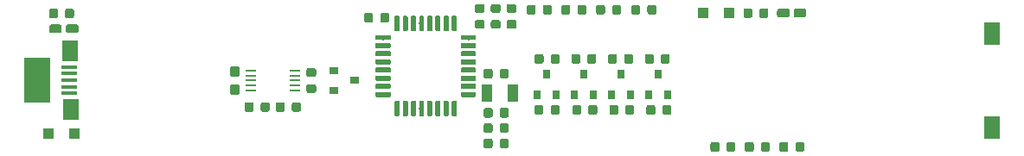
<source format=gbr>
G04 #@! TF.GenerationSoftware,KiCad,Pcbnew,(5.1.4-0-10_14)*
G04 #@! TF.CreationDate,2019-09-17T09:12:07-07:00*
G04 #@! TF.ProjectId,STM32L0xx_18650,53544d33-324c-4307-9878-5f3138363530,rev?*
G04 #@! TF.SameCoordinates,Original*
G04 #@! TF.FileFunction,Paste,Top*
G04 #@! TF.FilePolarity,Positive*
%FSLAX46Y46*%
G04 Gerber Fmt 4.6, Leading zero omitted, Abs format (unit mm)*
G04 Created by KiCad (PCBNEW (5.1.4-0-10_14)) date 2019-09-17 09:12:07*
%MOMM*%
%LPD*%
G04 APERTURE LIST*
%ADD10R,1.100000X0.250000*%
%ADD11C,0.100000*%
%ADD12C,0.875000*%
%ADD13R,2.500000X4.400000*%
%ADD14R,1.650000X0.400000*%
%ADD15R,1.500000X2.000000*%
%ADD16R,1.600000X2.180000*%
%ADD17C,0.500000*%
%ADD18R,1.000000X1.000000*%
%ADD19C,0.950000*%
%ADD20R,1.000000X1.800000*%
%ADD21C,0.850000*%
%ADD22R,0.800000X0.900000*%
%ADD23R,0.900000X0.800000*%
G04 APERTURE END LIST*
D10*
X84850000Y-99000000D03*
X84850000Y-99500000D03*
X84850000Y-100000000D03*
X84850000Y-100500000D03*
X84850000Y-101000000D03*
X80550000Y-101000000D03*
X80550000Y-100500000D03*
X80550000Y-100000000D03*
X80550000Y-99500000D03*
X80550000Y-99000000D03*
D11*
G36*
X86727691Y-98776053D02*
G01*
X86748926Y-98779203D01*
X86769750Y-98784419D01*
X86789962Y-98791651D01*
X86809368Y-98800830D01*
X86827781Y-98811866D01*
X86845024Y-98824654D01*
X86860930Y-98839070D01*
X86875346Y-98854976D01*
X86888134Y-98872219D01*
X86899170Y-98890632D01*
X86908349Y-98910038D01*
X86915581Y-98930250D01*
X86920797Y-98951074D01*
X86923947Y-98972309D01*
X86925000Y-98993750D01*
X86925000Y-99431250D01*
X86923947Y-99452691D01*
X86920797Y-99473926D01*
X86915581Y-99494750D01*
X86908349Y-99514962D01*
X86899170Y-99534368D01*
X86888134Y-99552781D01*
X86875346Y-99570024D01*
X86860930Y-99585930D01*
X86845024Y-99600346D01*
X86827781Y-99613134D01*
X86809368Y-99624170D01*
X86789962Y-99633349D01*
X86769750Y-99640581D01*
X86748926Y-99645797D01*
X86727691Y-99648947D01*
X86706250Y-99650000D01*
X86193750Y-99650000D01*
X86172309Y-99648947D01*
X86151074Y-99645797D01*
X86130250Y-99640581D01*
X86110038Y-99633349D01*
X86090632Y-99624170D01*
X86072219Y-99613134D01*
X86054976Y-99600346D01*
X86039070Y-99585930D01*
X86024654Y-99570024D01*
X86011866Y-99552781D01*
X86000830Y-99534368D01*
X85991651Y-99514962D01*
X85984419Y-99494750D01*
X85979203Y-99473926D01*
X85976053Y-99452691D01*
X85975000Y-99431250D01*
X85975000Y-98993750D01*
X85976053Y-98972309D01*
X85979203Y-98951074D01*
X85984419Y-98930250D01*
X85991651Y-98910038D01*
X86000830Y-98890632D01*
X86011866Y-98872219D01*
X86024654Y-98854976D01*
X86039070Y-98839070D01*
X86054976Y-98824654D01*
X86072219Y-98811866D01*
X86090632Y-98800830D01*
X86110038Y-98791651D01*
X86130250Y-98784419D01*
X86151074Y-98779203D01*
X86172309Y-98776053D01*
X86193750Y-98775000D01*
X86706250Y-98775000D01*
X86727691Y-98776053D01*
X86727691Y-98776053D01*
G37*
D12*
X86450000Y-99212500D03*
D11*
G36*
X86727691Y-100351053D02*
G01*
X86748926Y-100354203D01*
X86769750Y-100359419D01*
X86789962Y-100366651D01*
X86809368Y-100375830D01*
X86827781Y-100386866D01*
X86845024Y-100399654D01*
X86860930Y-100414070D01*
X86875346Y-100429976D01*
X86888134Y-100447219D01*
X86899170Y-100465632D01*
X86908349Y-100485038D01*
X86915581Y-100505250D01*
X86920797Y-100526074D01*
X86923947Y-100547309D01*
X86925000Y-100568750D01*
X86925000Y-101006250D01*
X86923947Y-101027691D01*
X86920797Y-101048926D01*
X86915581Y-101069750D01*
X86908349Y-101089962D01*
X86899170Y-101109368D01*
X86888134Y-101127781D01*
X86875346Y-101145024D01*
X86860930Y-101160930D01*
X86845024Y-101175346D01*
X86827781Y-101188134D01*
X86809368Y-101199170D01*
X86789962Y-101208349D01*
X86769750Y-101215581D01*
X86748926Y-101220797D01*
X86727691Y-101223947D01*
X86706250Y-101225000D01*
X86193750Y-101225000D01*
X86172309Y-101223947D01*
X86151074Y-101220797D01*
X86130250Y-101215581D01*
X86110038Y-101208349D01*
X86090632Y-101199170D01*
X86072219Y-101188134D01*
X86054976Y-101175346D01*
X86039070Y-101160930D01*
X86024654Y-101145024D01*
X86011866Y-101127781D01*
X86000830Y-101109368D01*
X85991651Y-101089962D01*
X85984419Y-101069750D01*
X85979203Y-101048926D01*
X85976053Y-101027691D01*
X85975000Y-101006250D01*
X85975000Y-100568750D01*
X85976053Y-100547309D01*
X85979203Y-100526074D01*
X85984419Y-100505250D01*
X85991651Y-100485038D01*
X86000830Y-100465632D01*
X86011866Y-100447219D01*
X86024654Y-100429976D01*
X86039070Y-100414070D01*
X86054976Y-100399654D01*
X86072219Y-100386866D01*
X86090632Y-100375830D01*
X86110038Y-100366651D01*
X86130250Y-100359419D01*
X86151074Y-100354203D01*
X86172309Y-100351053D01*
X86193750Y-100350000D01*
X86706250Y-100350000D01*
X86727691Y-100351053D01*
X86727691Y-100351053D01*
G37*
D12*
X86450000Y-100787500D03*
D11*
G36*
X80602691Y-102126053D02*
G01*
X80623926Y-102129203D01*
X80644750Y-102134419D01*
X80664962Y-102141651D01*
X80684368Y-102150830D01*
X80702781Y-102161866D01*
X80720024Y-102174654D01*
X80735930Y-102189070D01*
X80750346Y-102204976D01*
X80763134Y-102222219D01*
X80774170Y-102240632D01*
X80783349Y-102260038D01*
X80790581Y-102280250D01*
X80795797Y-102301074D01*
X80798947Y-102322309D01*
X80800000Y-102343750D01*
X80800000Y-102856250D01*
X80798947Y-102877691D01*
X80795797Y-102898926D01*
X80790581Y-102919750D01*
X80783349Y-102939962D01*
X80774170Y-102959368D01*
X80763134Y-102977781D01*
X80750346Y-102995024D01*
X80735930Y-103010930D01*
X80720024Y-103025346D01*
X80702781Y-103038134D01*
X80684368Y-103049170D01*
X80664962Y-103058349D01*
X80644750Y-103065581D01*
X80623926Y-103070797D01*
X80602691Y-103073947D01*
X80581250Y-103075000D01*
X80143750Y-103075000D01*
X80122309Y-103073947D01*
X80101074Y-103070797D01*
X80080250Y-103065581D01*
X80060038Y-103058349D01*
X80040632Y-103049170D01*
X80022219Y-103038134D01*
X80004976Y-103025346D01*
X79989070Y-103010930D01*
X79974654Y-102995024D01*
X79961866Y-102977781D01*
X79950830Y-102959368D01*
X79941651Y-102939962D01*
X79934419Y-102919750D01*
X79929203Y-102898926D01*
X79926053Y-102877691D01*
X79925000Y-102856250D01*
X79925000Y-102343750D01*
X79926053Y-102322309D01*
X79929203Y-102301074D01*
X79934419Y-102280250D01*
X79941651Y-102260038D01*
X79950830Y-102240632D01*
X79961866Y-102222219D01*
X79974654Y-102204976D01*
X79989070Y-102189070D01*
X80004976Y-102174654D01*
X80022219Y-102161866D01*
X80040632Y-102150830D01*
X80060038Y-102141651D01*
X80080250Y-102134419D01*
X80101074Y-102129203D01*
X80122309Y-102126053D01*
X80143750Y-102125000D01*
X80581250Y-102125000D01*
X80602691Y-102126053D01*
X80602691Y-102126053D01*
G37*
D12*
X80362500Y-102600000D03*
D11*
G36*
X82177691Y-102126053D02*
G01*
X82198926Y-102129203D01*
X82219750Y-102134419D01*
X82239962Y-102141651D01*
X82259368Y-102150830D01*
X82277781Y-102161866D01*
X82295024Y-102174654D01*
X82310930Y-102189070D01*
X82325346Y-102204976D01*
X82338134Y-102222219D01*
X82349170Y-102240632D01*
X82358349Y-102260038D01*
X82365581Y-102280250D01*
X82370797Y-102301074D01*
X82373947Y-102322309D01*
X82375000Y-102343750D01*
X82375000Y-102856250D01*
X82373947Y-102877691D01*
X82370797Y-102898926D01*
X82365581Y-102919750D01*
X82358349Y-102939962D01*
X82349170Y-102959368D01*
X82338134Y-102977781D01*
X82325346Y-102995024D01*
X82310930Y-103010930D01*
X82295024Y-103025346D01*
X82277781Y-103038134D01*
X82259368Y-103049170D01*
X82239962Y-103058349D01*
X82219750Y-103065581D01*
X82198926Y-103070797D01*
X82177691Y-103073947D01*
X82156250Y-103075000D01*
X81718750Y-103075000D01*
X81697309Y-103073947D01*
X81676074Y-103070797D01*
X81655250Y-103065581D01*
X81635038Y-103058349D01*
X81615632Y-103049170D01*
X81597219Y-103038134D01*
X81579976Y-103025346D01*
X81564070Y-103010930D01*
X81549654Y-102995024D01*
X81536866Y-102977781D01*
X81525830Y-102959368D01*
X81516651Y-102939962D01*
X81509419Y-102919750D01*
X81504203Y-102898926D01*
X81501053Y-102877691D01*
X81500000Y-102856250D01*
X81500000Y-102343750D01*
X81501053Y-102322309D01*
X81504203Y-102301074D01*
X81509419Y-102280250D01*
X81516651Y-102260038D01*
X81525830Y-102240632D01*
X81536866Y-102222219D01*
X81549654Y-102204976D01*
X81564070Y-102189070D01*
X81579976Y-102174654D01*
X81597219Y-102161866D01*
X81615632Y-102150830D01*
X81635038Y-102141651D01*
X81655250Y-102134419D01*
X81676074Y-102129203D01*
X81697309Y-102126053D01*
X81718750Y-102125000D01*
X82156250Y-102125000D01*
X82177691Y-102126053D01*
X82177691Y-102126053D01*
G37*
D12*
X81937500Y-102600000D03*
D13*
X59615000Y-100000000D03*
D14*
X62765000Y-101275000D03*
X62765000Y-100625000D03*
X62765000Y-99975000D03*
X62765000Y-99325000D03*
X62765000Y-98675000D03*
D15*
X62885000Y-102875000D03*
X62865000Y-97125000D03*
D16*
X153050000Y-104590000D03*
X153050000Y-95410000D03*
D11*
G36*
X100587252Y-102000602D02*
G01*
X100599386Y-102002402D01*
X100611286Y-102005382D01*
X100622835Y-102009515D01*
X100633925Y-102014760D01*
X100644446Y-102021066D01*
X100654299Y-102028374D01*
X100663388Y-102036612D01*
X100671626Y-102045701D01*
X100678934Y-102055554D01*
X100685240Y-102066075D01*
X100690485Y-102077165D01*
X100694618Y-102088714D01*
X100697598Y-102100614D01*
X100699398Y-102112748D01*
X100700000Y-102125000D01*
X100700000Y-103375000D01*
X100699398Y-103387252D01*
X100697598Y-103399386D01*
X100694618Y-103411286D01*
X100690485Y-103422835D01*
X100685240Y-103433925D01*
X100678934Y-103444446D01*
X100671626Y-103454299D01*
X100663388Y-103463388D01*
X100654299Y-103471626D01*
X100644446Y-103478934D01*
X100633925Y-103485240D01*
X100622835Y-103490485D01*
X100611286Y-103494618D01*
X100599386Y-103497598D01*
X100587252Y-103499398D01*
X100575000Y-103500000D01*
X100325000Y-103500000D01*
X100312748Y-103499398D01*
X100300614Y-103497598D01*
X100288714Y-103494618D01*
X100277165Y-103490485D01*
X100266075Y-103485240D01*
X100255554Y-103478934D01*
X100245701Y-103471626D01*
X100236612Y-103463388D01*
X100228374Y-103454299D01*
X100221066Y-103444446D01*
X100214760Y-103433925D01*
X100209515Y-103422835D01*
X100205382Y-103411286D01*
X100202402Y-103399386D01*
X100200602Y-103387252D01*
X100200000Y-103375000D01*
X100200000Y-102125000D01*
X100200602Y-102112748D01*
X100202402Y-102100614D01*
X100205382Y-102088714D01*
X100209515Y-102077165D01*
X100214760Y-102066075D01*
X100221066Y-102055554D01*
X100228374Y-102045701D01*
X100236612Y-102036612D01*
X100245701Y-102028374D01*
X100255554Y-102021066D01*
X100266075Y-102014760D01*
X100277165Y-102009515D01*
X100288714Y-102005382D01*
X100300614Y-102002402D01*
X100312748Y-102000602D01*
X100325000Y-102000000D01*
X100575000Y-102000000D01*
X100587252Y-102000602D01*
X100587252Y-102000602D01*
G37*
D17*
X100450000Y-102750000D03*
D11*
G36*
X99787252Y-102000602D02*
G01*
X99799386Y-102002402D01*
X99811286Y-102005382D01*
X99822835Y-102009515D01*
X99833925Y-102014760D01*
X99844446Y-102021066D01*
X99854299Y-102028374D01*
X99863388Y-102036612D01*
X99871626Y-102045701D01*
X99878934Y-102055554D01*
X99885240Y-102066075D01*
X99890485Y-102077165D01*
X99894618Y-102088714D01*
X99897598Y-102100614D01*
X99899398Y-102112748D01*
X99900000Y-102125000D01*
X99900000Y-103375000D01*
X99899398Y-103387252D01*
X99897598Y-103399386D01*
X99894618Y-103411286D01*
X99890485Y-103422835D01*
X99885240Y-103433925D01*
X99878934Y-103444446D01*
X99871626Y-103454299D01*
X99863388Y-103463388D01*
X99854299Y-103471626D01*
X99844446Y-103478934D01*
X99833925Y-103485240D01*
X99822835Y-103490485D01*
X99811286Y-103494618D01*
X99799386Y-103497598D01*
X99787252Y-103499398D01*
X99775000Y-103500000D01*
X99525000Y-103500000D01*
X99512748Y-103499398D01*
X99500614Y-103497598D01*
X99488714Y-103494618D01*
X99477165Y-103490485D01*
X99466075Y-103485240D01*
X99455554Y-103478934D01*
X99445701Y-103471626D01*
X99436612Y-103463388D01*
X99428374Y-103454299D01*
X99421066Y-103444446D01*
X99414760Y-103433925D01*
X99409515Y-103422835D01*
X99405382Y-103411286D01*
X99402402Y-103399386D01*
X99400602Y-103387252D01*
X99400000Y-103375000D01*
X99400000Y-102125000D01*
X99400602Y-102112748D01*
X99402402Y-102100614D01*
X99405382Y-102088714D01*
X99409515Y-102077165D01*
X99414760Y-102066075D01*
X99421066Y-102055554D01*
X99428374Y-102045701D01*
X99436612Y-102036612D01*
X99445701Y-102028374D01*
X99455554Y-102021066D01*
X99466075Y-102014760D01*
X99477165Y-102009515D01*
X99488714Y-102005382D01*
X99500614Y-102002402D01*
X99512748Y-102000602D01*
X99525000Y-102000000D01*
X99775000Y-102000000D01*
X99787252Y-102000602D01*
X99787252Y-102000602D01*
G37*
D17*
X99650000Y-102750000D03*
D11*
G36*
X98987252Y-102000602D02*
G01*
X98999386Y-102002402D01*
X99011286Y-102005382D01*
X99022835Y-102009515D01*
X99033925Y-102014760D01*
X99044446Y-102021066D01*
X99054299Y-102028374D01*
X99063388Y-102036612D01*
X99071626Y-102045701D01*
X99078934Y-102055554D01*
X99085240Y-102066075D01*
X99090485Y-102077165D01*
X99094618Y-102088714D01*
X99097598Y-102100614D01*
X99099398Y-102112748D01*
X99100000Y-102125000D01*
X99100000Y-103375000D01*
X99099398Y-103387252D01*
X99097598Y-103399386D01*
X99094618Y-103411286D01*
X99090485Y-103422835D01*
X99085240Y-103433925D01*
X99078934Y-103444446D01*
X99071626Y-103454299D01*
X99063388Y-103463388D01*
X99054299Y-103471626D01*
X99044446Y-103478934D01*
X99033925Y-103485240D01*
X99022835Y-103490485D01*
X99011286Y-103494618D01*
X98999386Y-103497598D01*
X98987252Y-103499398D01*
X98975000Y-103500000D01*
X98725000Y-103500000D01*
X98712748Y-103499398D01*
X98700614Y-103497598D01*
X98688714Y-103494618D01*
X98677165Y-103490485D01*
X98666075Y-103485240D01*
X98655554Y-103478934D01*
X98645701Y-103471626D01*
X98636612Y-103463388D01*
X98628374Y-103454299D01*
X98621066Y-103444446D01*
X98614760Y-103433925D01*
X98609515Y-103422835D01*
X98605382Y-103411286D01*
X98602402Y-103399386D01*
X98600602Y-103387252D01*
X98600000Y-103375000D01*
X98600000Y-102125000D01*
X98600602Y-102112748D01*
X98602402Y-102100614D01*
X98605382Y-102088714D01*
X98609515Y-102077165D01*
X98614760Y-102066075D01*
X98621066Y-102055554D01*
X98628374Y-102045701D01*
X98636612Y-102036612D01*
X98645701Y-102028374D01*
X98655554Y-102021066D01*
X98666075Y-102014760D01*
X98677165Y-102009515D01*
X98688714Y-102005382D01*
X98700614Y-102002402D01*
X98712748Y-102000602D01*
X98725000Y-102000000D01*
X98975000Y-102000000D01*
X98987252Y-102000602D01*
X98987252Y-102000602D01*
G37*
D17*
X98850000Y-102750000D03*
D11*
G36*
X98187252Y-102000602D02*
G01*
X98199386Y-102002402D01*
X98211286Y-102005382D01*
X98222835Y-102009515D01*
X98233925Y-102014760D01*
X98244446Y-102021066D01*
X98254299Y-102028374D01*
X98263388Y-102036612D01*
X98271626Y-102045701D01*
X98278934Y-102055554D01*
X98285240Y-102066075D01*
X98290485Y-102077165D01*
X98294618Y-102088714D01*
X98297598Y-102100614D01*
X98299398Y-102112748D01*
X98300000Y-102125000D01*
X98300000Y-103375000D01*
X98299398Y-103387252D01*
X98297598Y-103399386D01*
X98294618Y-103411286D01*
X98290485Y-103422835D01*
X98285240Y-103433925D01*
X98278934Y-103444446D01*
X98271626Y-103454299D01*
X98263388Y-103463388D01*
X98254299Y-103471626D01*
X98244446Y-103478934D01*
X98233925Y-103485240D01*
X98222835Y-103490485D01*
X98211286Y-103494618D01*
X98199386Y-103497598D01*
X98187252Y-103499398D01*
X98175000Y-103500000D01*
X97925000Y-103500000D01*
X97912748Y-103499398D01*
X97900614Y-103497598D01*
X97888714Y-103494618D01*
X97877165Y-103490485D01*
X97866075Y-103485240D01*
X97855554Y-103478934D01*
X97845701Y-103471626D01*
X97836612Y-103463388D01*
X97828374Y-103454299D01*
X97821066Y-103444446D01*
X97814760Y-103433925D01*
X97809515Y-103422835D01*
X97805382Y-103411286D01*
X97802402Y-103399386D01*
X97800602Y-103387252D01*
X97800000Y-103375000D01*
X97800000Y-102125000D01*
X97800602Y-102112748D01*
X97802402Y-102100614D01*
X97805382Y-102088714D01*
X97809515Y-102077165D01*
X97814760Y-102066075D01*
X97821066Y-102055554D01*
X97828374Y-102045701D01*
X97836612Y-102036612D01*
X97845701Y-102028374D01*
X97855554Y-102021066D01*
X97866075Y-102014760D01*
X97877165Y-102009515D01*
X97888714Y-102005382D01*
X97900614Y-102002402D01*
X97912748Y-102000602D01*
X97925000Y-102000000D01*
X98175000Y-102000000D01*
X98187252Y-102000602D01*
X98187252Y-102000602D01*
G37*
D17*
X98050000Y-102750000D03*
D11*
G36*
X97387252Y-102000602D02*
G01*
X97399386Y-102002402D01*
X97411286Y-102005382D01*
X97422835Y-102009515D01*
X97433925Y-102014760D01*
X97444446Y-102021066D01*
X97454299Y-102028374D01*
X97463388Y-102036612D01*
X97471626Y-102045701D01*
X97478934Y-102055554D01*
X97485240Y-102066075D01*
X97490485Y-102077165D01*
X97494618Y-102088714D01*
X97497598Y-102100614D01*
X97499398Y-102112748D01*
X97500000Y-102125000D01*
X97500000Y-103375000D01*
X97499398Y-103387252D01*
X97497598Y-103399386D01*
X97494618Y-103411286D01*
X97490485Y-103422835D01*
X97485240Y-103433925D01*
X97478934Y-103444446D01*
X97471626Y-103454299D01*
X97463388Y-103463388D01*
X97454299Y-103471626D01*
X97444446Y-103478934D01*
X97433925Y-103485240D01*
X97422835Y-103490485D01*
X97411286Y-103494618D01*
X97399386Y-103497598D01*
X97387252Y-103499398D01*
X97375000Y-103500000D01*
X97125000Y-103500000D01*
X97112748Y-103499398D01*
X97100614Y-103497598D01*
X97088714Y-103494618D01*
X97077165Y-103490485D01*
X97066075Y-103485240D01*
X97055554Y-103478934D01*
X97045701Y-103471626D01*
X97036612Y-103463388D01*
X97028374Y-103454299D01*
X97021066Y-103444446D01*
X97014760Y-103433925D01*
X97009515Y-103422835D01*
X97005382Y-103411286D01*
X97002402Y-103399386D01*
X97000602Y-103387252D01*
X97000000Y-103375000D01*
X97000000Y-102125000D01*
X97000602Y-102112748D01*
X97002402Y-102100614D01*
X97005382Y-102088714D01*
X97009515Y-102077165D01*
X97014760Y-102066075D01*
X97021066Y-102055554D01*
X97028374Y-102045701D01*
X97036612Y-102036612D01*
X97045701Y-102028374D01*
X97055554Y-102021066D01*
X97066075Y-102014760D01*
X97077165Y-102009515D01*
X97088714Y-102005382D01*
X97100614Y-102002402D01*
X97112748Y-102000602D01*
X97125000Y-102000000D01*
X97375000Y-102000000D01*
X97387252Y-102000602D01*
X97387252Y-102000602D01*
G37*
D17*
X97250000Y-102750000D03*
D11*
G36*
X96587252Y-102000602D02*
G01*
X96599386Y-102002402D01*
X96611286Y-102005382D01*
X96622835Y-102009515D01*
X96633925Y-102014760D01*
X96644446Y-102021066D01*
X96654299Y-102028374D01*
X96663388Y-102036612D01*
X96671626Y-102045701D01*
X96678934Y-102055554D01*
X96685240Y-102066075D01*
X96690485Y-102077165D01*
X96694618Y-102088714D01*
X96697598Y-102100614D01*
X96699398Y-102112748D01*
X96700000Y-102125000D01*
X96700000Y-103375000D01*
X96699398Y-103387252D01*
X96697598Y-103399386D01*
X96694618Y-103411286D01*
X96690485Y-103422835D01*
X96685240Y-103433925D01*
X96678934Y-103444446D01*
X96671626Y-103454299D01*
X96663388Y-103463388D01*
X96654299Y-103471626D01*
X96644446Y-103478934D01*
X96633925Y-103485240D01*
X96622835Y-103490485D01*
X96611286Y-103494618D01*
X96599386Y-103497598D01*
X96587252Y-103499398D01*
X96575000Y-103500000D01*
X96325000Y-103500000D01*
X96312748Y-103499398D01*
X96300614Y-103497598D01*
X96288714Y-103494618D01*
X96277165Y-103490485D01*
X96266075Y-103485240D01*
X96255554Y-103478934D01*
X96245701Y-103471626D01*
X96236612Y-103463388D01*
X96228374Y-103454299D01*
X96221066Y-103444446D01*
X96214760Y-103433925D01*
X96209515Y-103422835D01*
X96205382Y-103411286D01*
X96202402Y-103399386D01*
X96200602Y-103387252D01*
X96200000Y-103375000D01*
X96200000Y-102125000D01*
X96200602Y-102112748D01*
X96202402Y-102100614D01*
X96205382Y-102088714D01*
X96209515Y-102077165D01*
X96214760Y-102066075D01*
X96221066Y-102055554D01*
X96228374Y-102045701D01*
X96236612Y-102036612D01*
X96245701Y-102028374D01*
X96255554Y-102021066D01*
X96266075Y-102014760D01*
X96277165Y-102009515D01*
X96288714Y-102005382D01*
X96300614Y-102002402D01*
X96312748Y-102000602D01*
X96325000Y-102000000D01*
X96575000Y-102000000D01*
X96587252Y-102000602D01*
X96587252Y-102000602D01*
G37*
D17*
X96450000Y-102750000D03*
D11*
G36*
X95787252Y-102000602D02*
G01*
X95799386Y-102002402D01*
X95811286Y-102005382D01*
X95822835Y-102009515D01*
X95833925Y-102014760D01*
X95844446Y-102021066D01*
X95854299Y-102028374D01*
X95863388Y-102036612D01*
X95871626Y-102045701D01*
X95878934Y-102055554D01*
X95885240Y-102066075D01*
X95890485Y-102077165D01*
X95894618Y-102088714D01*
X95897598Y-102100614D01*
X95899398Y-102112748D01*
X95900000Y-102125000D01*
X95900000Y-103375000D01*
X95899398Y-103387252D01*
X95897598Y-103399386D01*
X95894618Y-103411286D01*
X95890485Y-103422835D01*
X95885240Y-103433925D01*
X95878934Y-103444446D01*
X95871626Y-103454299D01*
X95863388Y-103463388D01*
X95854299Y-103471626D01*
X95844446Y-103478934D01*
X95833925Y-103485240D01*
X95822835Y-103490485D01*
X95811286Y-103494618D01*
X95799386Y-103497598D01*
X95787252Y-103499398D01*
X95775000Y-103500000D01*
X95525000Y-103500000D01*
X95512748Y-103499398D01*
X95500614Y-103497598D01*
X95488714Y-103494618D01*
X95477165Y-103490485D01*
X95466075Y-103485240D01*
X95455554Y-103478934D01*
X95445701Y-103471626D01*
X95436612Y-103463388D01*
X95428374Y-103454299D01*
X95421066Y-103444446D01*
X95414760Y-103433925D01*
X95409515Y-103422835D01*
X95405382Y-103411286D01*
X95402402Y-103399386D01*
X95400602Y-103387252D01*
X95400000Y-103375000D01*
X95400000Y-102125000D01*
X95400602Y-102112748D01*
X95402402Y-102100614D01*
X95405382Y-102088714D01*
X95409515Y-102077165D01*
X95414760Y-102066075D01*
X95421066Y-102055554D01*
X95428374Y-102045701D01*
X95436612Y-102036612D01*
X95445701Y-102028374D01*
X95455554Y-102021066D01*
X95466075Y-102014760D01*
X95477165Y-102009515D01*
X95488714Y-102005382D01*
X95500614Y-102002402D01*
X95512748Y-102000602D01*
X95525000Y-102000000D01*
X95775000Y-102000000D01*
X95787252Y-102000602D01*
X95787252Y-102000602D01*
G37*
D17*
X95650000Y-102750000D03*
D11*
G36*
X94987252Y-102000602D02*
G01*
X94999386Y-102002402D01*
X95011286Y-102005382D01*
X95022835Y-102009515D01*
X95033925Y-102014760D01*
X95044446Y-102021066D01*
X95054299Y-102028374D01*
X95063388Y-102036612D01*
X95071626Y-102045701D01*
X95078934Y-102055554D01*
X95085240Y-102066075D01*
X95090485Y-102077165D01*
X95094618Y-102088714D01*
X95097598Y-102100614D01*
X95099398Y-102112748D01*
X95100000Y-102125000D01*
X95100000Y-103375000D01*
X95099398Y-103387252D01*
X95097598Y-103399386D01*
X95094618Y-103411286D01*
X95090485Y-103422835D01*
X95085240Y-103433925D01*
X95078934Y-103444446D01*
X95071626Y-103454299D01*
X95063388Y-103463388D01*
X95054299Y-103471626D01*
X95044446Y-103478934D01*
X95033925Y-103485240D01*
X95022835Y-103490485D01*
X95011286Y-103494618D01*
X94999386Y-103497598D01*
X94987252Y-103499398D01*
X94975000Y-103500000D01*
X94725000Y-103500000D01*
X94712748Y-103499398D01*
X94700614Y-103497598D01*
X94688714Y-103494618D01*
X94677165Y-103490485D01*
X94666075Y-103485240D01*
X94655554Y-103478934D01*
X94645701Y-103471626D01*
X94636612Y-103463388D01*
X94628374Y-103454299D01*
X94621066Y-103444446D01*
X94614760Y-103433925D01*
X94609515Y-103422835D01*
X94605382Y-103411286D01*
X94602402Y-103399386D01*
X94600602Y-103387252D01*
X94600000Y-103375000D01*
X94600000Y-102125000D01*
X94600602Y-102112748D01*
X94602402Y-102100614D01*
X94605382Y-102088714D01*
X94609515Y-102077165D01*
X94614760Y-102066075D01*
X94621066Y-102055554D01*
X94628374Y-102045701D01*
X94636612Y-102036612D01*
X94645701Y-102028374D01*
X94655554Y-102021066D01*
X94666075Y-102014760D01*
X94677165Y-102009515D01*
X94688714Y-102005382D01*
X94700614Y-102002402D01*
X94712748Y-102000602D01*
X94725000Y-102000000D01*
X94975000Y-102000000D01*
X94987252Y-102000602D01*
X94987252Y-102000602D01*
G37*
D17*
X94850000Y-102750000D03*
D11*
G36*
X94112252Y-101125602D02*
G01*
X94124386Y-101127402D01*
X94136286Y-101130382D01*
X94147835Y-101134515D01*
X94158925Y-101139760D01*
X94169446Y-101146066D01*
X94179299Y-101153374D01*
X94188388Y-101161612D01*
X94196626Y-101170701D01*
X94203934Y-101180554D01*
X94210240Y-101191075D01*
X94215485Y-101202165D01*
X94219618Y-101213714D01*
X94222598Y-101225614D01*
X94224398Y-101237748D01*
X94225000Y-101250000D01*
X94225000Y-101500000D01*
X94224398Y-101512252D01*
X94222598Y-101524386D01*
X94219618Y-101536286D01*
X94215485Y-101547835D01*
X94210240Y-101558925D01*
X94203934Y-101569446D01*
X94196626Y-101579299D01*
X94188388Y-101588388D01*
X94179299Y-101596626D01*
X94169446Y-101603934D01*
X94158925Y-101610240D01*
X94147835Y-101615485D01*
X94136286Y-101619618D01*
X94124386Y-101622598D01*
X94112252Y-101624398D01*
X94100000Y-101625000D01*
X92850000Y-101625000D01*
X92837748Y-101624398D01*
X92825614Y-101622598D01*
X92813714Y-101619618D01*
X92802165Y-101615485D01*
X92791075Y-101610240D01*
X92780554Y-101603934D01*
X92770701Y-101596626D01*
X92761612Y-101588388D01*
X92753374Y-101579299D01*
X92746066Y-101569446D01*
X92739760Y-101558925D01*
X92734515Y-101547835D01*
X92730382Y-101536286D01*
X92727402Y-101524386D01*
X92725602Y-101512252D01*
X92725000Y-101500000D01*
X92725000Y-101250000D01*
X92725602Y-101237748D01*
X92727402Y-101225614D01*
X92730382Y-101213714D01*
X92734515Y-101202165D01*
X92739760Y-101191075D01*
X92746066Y-101180554D01*
X92753374Y-101170701D01*
X92761612Y-101161612D01*
X92770701Y-101153374D01*
X92780554Y-101146066D01*
X92791075Y-101139760D01*
X92802165Y-101134515D01*
X92813714Y-101130382D01*
X92825614Y-101127402D01*
X92837748Y-101125602D01*
X92850000Y-101125000D01*
X94100000Y-101125000D01*
X94112252Y-101125602D01*
X94112252Y-101125602D01*
G37*
D17*
X93475000Y-101375000D03*
D11*
G36*
X94112252Y-100325602D02*
G01*
X94124386Y-100327402D01*
X94136286Y-100330382D01*
X94147835Y-100334515D01*
X94158925Y-100339760D01*
X94169446Y-100346066D01*
X94179299Y-100353374D01*
X94188388Y-100361612D01*
X94196626Y-100370701D01*
X94203934Y-100380554D01*
X94210240Y-100391075D01*
X94215485Y-100402165D01*
X94219618Y-100413714D01*
X94222598Y-100425614D01*
X94224398Y-100437748D01*
X94225000Y-100450000D01*
X94225000Y-100700000D01*
X94224398Y-100712252D01*
X94222598Y-100724386D01*
X94219618Y-100736286D01*
X94215485Y-100747835D01*
X94210240Y-100758925D01*
X94203934Y-100769446D01*
X94196626Y-100779299D01*
X94188388Y-100788388D01*
X94179299Y-100796626D01*
X94169446Y-100803934D01*
X94158925Y-100810240D01*
X94147835Y-100815485D01*
X94136286Y-100819618D01*
X94124386Y-100822598D01*
X94112252Y-100824398D01*
X94100000Y-100825000D01*
X92850000Y-100825000D01*
X92837748Y-100824398D01*
X92825614Y-100822598D01*
X92813714Y-100819618D01*
X92802165Y-100815485D01*
X92791075Y-100810240D01*
X92780554Y-100803934D01*
X92770701Y-100796626D01*
X92761612Y-100788388D01*
X92753374Y-100779299D01*
X92746066Y-100769446D01*
X92739760Y-100758925D01*
X92734515Y-100747835D01*
X92730382Y-100736286D01*
X92727402Y-100724386D01*
X92725602Y-100712252D01*
X92725000Y-100700000D01*
X92725000Y-100450000D01*
X92725602Y-100437748D01*
X92727402Y-100425614D01*
X92730382Y-100413714D01*
X92734515Y-100402165D01*
X92739760Y-100391075D01*
X92746066Y-100380554D01*
X92753374Y-100370701D01*
X92761612Y-100361612D01*
X92770701Y-100353374D01*
X92780554Y-100346066D01*
X92791075Y-100339760D01*
X92802165Y-100334515D01*
X92813714Y-100330382D01*
X92825614Y-100327402D01*
X92837748Y-100325602D01*
X92850000Y-100325000D01*
X94100000Y-100325000D01*
X94112252Y-100325602D01*
X94112252Y-100325602D01*
G37*
D17*
X93475000Y-100575000D03*
D11*
G36*
X94112252Y-99525602D02*
G01*
X94124386Y-99527402D01*
X94136286Y-99530382D01*
X94147835Y-99534515D01*
X94158925Y-99539760D01*
X94169446Y-99546066D01*
X94179299Y-99553374D01*
X94188388Y-99561612D01*
X94196626Y-99570701D01*
X94203934Y-99580554D01*
X94210240Y-99591075D01*
X94215485Y-99602165D01*
X94219618Y-99613714D01*
X94222598Y-99625614D01*
X94224398Y-99637748D01*
X94225000Y-99650000D01*
X94225000Y-99900000D01*
X94224398Y-99912252D01*
X94222598Y-99924386D01*
X94219618Y-99936286D01*
X94215485Y-99947835D01*
X94210240Y-99958925D01*
X94203934Y-99969446D01*
X94196626Y-99979299D01*
X94188388Y-99988388D01*
X94179299Y-99996626D01*
X94169446Y-100003934D01*
X94158925Y-100010240D01*
X94147835Y-100015485D01*
X94136286Y-100019618D01*
X94124386Y-100022598D01*
X94112252Y-100024398D01*
X94100000Y-100025000D01*
X92850000Y-100025000D01*
X92837748Y-100024398D01*
X92825614Y-100022598D01*
X92813714Y-100019618D01*
X92802165Y-100015485D01*
X92791075Y-100010240D01*
X92780554Y-100003934D01*
X92770701Y-99996626D01*
X92761612Y-99988388D01*
X92753374Y-99979299D01*
X92746066Y-99969446D01*
X92739760Y-99958925D01*
X92734515Y-99947835D01*
X92730382Y-99936286D01*
X92727402Y-99924386D01*
X92725602Y-99912252D01*
X92725000Y-99900000D01*
X92725000Y-99650000D01*
X92725602Y-99637748D01*
X92727402Y-99625614D01*
X92730382Y-99613714D01*
X92734515Y-99602165D01*
X92739760Y-99591075D01*
X92746066Y-99580554D01*
X92753374Y-99570701D01*
X92761612Y-99561612D01*
X92770701Y-99553374D01*
X92780554Y-99546066D01*
X92791075Y-99539760D01*
X92802165Y-99534515D01*
X92813714Y-99530382D01*
X92825614Y-99527402D01*
X92837748Y-99525602D01*
X92850000Y-99525000D01*
X94100000Y-99525000D01*
X94112252Y-99525602D01*
X94112252Y-99525602D01*
G37*
D17*
X93475000Y-99775000D03*
D11*
G36*
X94112252Y-98725602D02*
G01*
X94124386Y-98727402D01*
X94136286Y-98730382D01*
X94147835Y-98734515D01*
X94158925Y-98739760D01*
X94169446Y-98746066D01*
X94179299Y-98753374D01*
X94188388Y-98761612D01*
X94196626Y-98770701D01*
X94203934Y-98780554D01*
X94210240Y-98791075D01*
X94215485Y-98802165D01*
X94219618Y-98813714D01*
X94222598Y-98825614D01*
X94224398Y-98837748D01*
X94225000Y-98850000D01*
X94225000Y-99100000D01*
X94224398Y-99112252D01*
X94222598Y-99124386D01*
X94219618Y-99136286D01*
X94215485Y-99147835D01*
X94210240Y-99158925D01*
X94203934Y-99169446D01*
X94196626Y-99179299D01*
X94188388Y-99188388D01*
X94179299Y-99196626D01*
X94169446Y-99203934D01*
X94158925Y-99210240D01*
X94147835Y-99215485D01*
X94136286Y-99219618D01*
X94124386Y-99222598D01*
X94112252Y-99224398D01*
X94100000Y-99225000D01*
X92850000Y-99225000D01*
X92837748Y-99224398D01*
X92825614Y-99222598D01*
X92813714Y-99219618D01*
X92802165Y-99215485D01*
X92791075Y-99210240D01*
X92780554Y-99203934D01*
X92770701Y-99196626D01*
X92761612Y-99188388D01*
X92753374Y-99179299D01*
X92746066Y-99169446D01*
X92739760Y-99158925D01*
X92734515Y-99147835D01*
X92730382Y-99136286D01*
X92727402Y-99124386D01*
X92725602Y-99112252D01*
X92725000Y-99100000D01*
X92725000Y-98850000D01*
X92725602Y-98837748D01*
X92727402Y-98825614D01*
X92730382Y-98813714D01*
X92734515Y-98802165D01*
X92739760Y-98791075D01*
X92746066Y-98780554D01*
X92753374Y-98770701D01*
X92761612Y-98761612D01*
X92770701Y-98753374D01*
X92780554Y-98746066D01*
X92791075Y-98739760D01*
X92802165Y-98734515D01*
X92813714Y-98730382D01*
X92825614Y-98727402D01*
X92837748Y-98725602D01*
X92850000Y-98725000D01*
X94100000Y-98725000D01*
X94112252Y-98725602D01*
X94112252Y-98725602D01*
G37*
D17*
X93475000Y-98975000D03*
D11*
G36*
X94112252Y-97925602D02*
G01*
X94124386Y-97927402D01*
X94136286Y-97930382D01*
X94147835Y-97934515D01*
X94158925Y-97939760D01*
X94169446Y-97946066D01*
X94179299Y-97953374D01*
X94188388Y-97961612D01*
X94196626Y-97970701D01*
X94203934Y-97980554D01*
X94210240Y-97991075D01*
X94215485Y-98002165D01*
X94219618Y-98013714D01*
X94222598Y-98025614D01*
X94224398Y-98037748D01*
X94225000Y-98050000D01*
X94225000Y-98300000D01*
X94224398Y-98312252D01*
X94222598Y-98324386D01*
X94219618Y-98336286D01*
X94215485Y-98347835D01*
X94210240Y-98358925D01*
X94203934Y-98369446D01*
X94196626Y-98379299D01*
X94188388Y-98388388D01*
X94179299Y-98396626D01*
X94169446Y-98403934D01*
X94158925Y-98410240D01*
X94147835Y-98415485D01*
X94136286Y-98419618D01*
X94124386Y-98422598D01*
X94112252Y-98424398D01*
X94100000Y-98425000D01*
X92850000Y-98425000D01*
X92837748Y-98424398D01*
X92825614Y-98422598D01*
X92813714Y-98419618D01*
X92802165Y-98415485D01*
X92791075Y-98410240D01*
X92780554Y-98403934D01*
X92770701Y-98396626D01*
X92761612Y-98388388D01*
X92753374Y-98379299D01*
X92746066Y-98369446D01*
X92739760Y-98358925D01*
X92734515Y-98347835D01*
X92730382Y-98336286D01*
X92727402Y-98324386D01*
X92725602Y-98312252D01*
X92725000Y-98300000D01*
X92725000Y-98050000D01*
X92725602Y-98037748D01*
X92727402Y-98025614D01*
X92730382Y-98013714D01*
X92734515Y-98002165D01*
X92739760Y-97991075D01*
X92746066Y-97980554D01*
X92753374Y-97970701D01*
X92761612Y-97961612D01*
X92770701Y-97953374D01*
X92780554Y-97946066D01*
X92791075Y-97939760D01*
X92802165Y-97934515D01*
X92813714Y-97930382D01*
X92825614Y-97927402D01*
X92837748Y-97925602D01*
X92850000Y-97925000D01*
X94100000Y-97925000D01*
X94112252Y-97925602D01*
X94112252Y-97925602D01*
G37*
D17*
X93475000Y-98175000D03*
D11*
G36*
X94112252Y-97125602D02*
G01*
X94124386Y-97127402D01*
X94136286Y-97130382D01*
X94147835Y-97134515D01*
X94158925Y-97139760D01*
X94169446Y-97146066D01*
X94179299Y-97153374D01*
X94188388Y-97161612D01*
X94196626Y-97170701D01*
X94203934Y-97180554D01*
X94210240Y-97191075D01*
X94215485Y-97202165D01*
X94219618Y-97213714D01*
X94222598Y-97225614D01*
X94224398Y-97237748D01*
X94225000Y-97250000D01*
X94225000Y-97500000D01*
X94224398Y-97512252D01*
X94222598Y-97524386D01*
X94219618Y-97536286D01*
X94215485Y-97547835D01*
X94210240Y-97558925D01*
X94203934Y-97569446D01*
X94196626Y-97579299D01*
X94188388Y-97588388D01*
X94179299Y-97596626D01*
X94169446Y-97603934D01*
X94158925Y-97610240D01*
X94147835Y-97615485D01*
X94136286Y-97619618D01*
X94124386Y-97622598D01*
X94112252Y-97624398D01*
X94100000Y-97625000D01*
X92850000Y-97625000D01*
X92837748Y-97624398D01*
X92825614Y-97622598D01*
X92813714Y-97619618D01*
X92802165Y-97615485D01*
X92791075Y-97610240D01*
X92780554Y-97603934D01*
X92770701Y-97596626D01*
X92761612Y-97588388D01*
X92753374Y-97579299D01*
X92746066Y-97569446D01*
X92739760Y-97558925D01*
X92734515Y-97547835D01*
X92730382Y-97536286D01*
X92727402Y-97524386D01*
X92725602Y-97512252D01*
X92725000Y-97500000D01*
X92725000Y-97250000D01*
X92725602Y-97237748D01*
X92727402Y-97225614D01*
X92730382Y-97213714D01*
X92734515Y-97202165D01*
X92739760Y-97191075D01*
X92746066Y-97180554D01*
X92753374Y-97170701D01*
X92761612Y-97161612D01*
X92770701Y-97153374D01*
X92780554Y-97146066D01*
X92791075Y-97139760D01*
X92802165Y-97134515D01*
X92813714Y-97130382D01*
X92825614Y-97127402D01*
X92837748Y-97125602D01*
X92850000Y-97125000D01*
X94100000Y-97125000D01*
X94112252Y-97125602D01*
X94112252Y-97125602D01*
G37*
D17*
X93475000Y-97375000D03*
D11*
G36*
X94112252Y-96325602D02*
G01*
X94124386Y-96327402D01*
X94136286Y-96330382D01*
X94147835Y-96334515D01*
X94158925Y-96339760D01*
X94169446Y-96346066D01*
X94179299Y-96353374D01*
X94188388Y-96361612D01*
X94196626Y-96370701D01*
X94203934Y-96380554D01*
X94210240Y-96391075D01*
X94215485Y-96402165D01*
X94219618Y-96413714D01*
X94222598Y-96425614D01*
X94224398Y-96437748D01*
X94225000Y-96450000D01*
X94225000Y-96700000D01*
X94224398Y-96712252D01*
X94222598Y-96724386D01*
X94219618Y-96736286D01*
X94215485Y-96747835D01*
X94210240Y-96758925D01*
X94203934Y-96769446D01*
X94196626Y-96779299D01*
X94188388Y-96788388D01*
X94179299Y-96796626D01*
X94169446Y-96803934D01*
X94158925Y-96810240D01*
X94147835Y-96815485D01*
X94136286Y-96819618D01*
X94124386Y-96822598D01*
X94112252Y-96824398D01*
X94100000Y-96825000D01*
X92850000Y-96825000D01*
X92837748Y-96824398D01*
X92825614Y-96822598D01*
X92813714Y-96819618D01*
X92802165Y-96815485D01*
X92791075Y-96810240D01*
X92780554Y-96803934D01*
X92770701Y-96796626D01*
X92761612Y-96788388D01*
X92753374Y-96779299D01*
X92746066Y-96769446D01*
X92739760Y-96758925D01*
X92734515Y-96747835D01*
X92730382Y-96736286D01*
X92727402Y-96724386D01*
X92725602Y-96712252D01*
X92725000Y-96700000D01*
X92725000Y-96450000D01*
X92725602Y-96437748D01*
X92727402Y-96425614D01*
X92730382Y-96413714D01*
X92734515Y-96402165D01*
X92739760Y-96391075D01*
X92746066Y-96380554D01*
X92753374Y-96370701D01*
X92761612Y-96361612D01*
X92770701Y-96353374D01*
X92780554Y-96346066D01*
X92791075Y-96339760D01*
X92802165Y-96334515D01*
X92813714Y-96330382D01*
X92825614Y-96327402D01*
X92837748Y-96325602D01*
X92850000Y-96325000D01*
X94100000Y-96325000D01*
X94112252Y-96325602D01*
X94112252Y-96325602D01*
G37*
D17*
X93475000Y-96575000D03*
D11*
G36*
X94112252Y-95525602D02*
G01*
X94124386Y-95527402D01*
X94136286Y-95530382D01*
X94147835Y-95534515D01*
X94158925Y-95539760D01*
X94169446Y-95546066D01*
X94179299Y-95553374D01*
X94188388Y-95561612D01*
X94196626Y-95570701D01*
X94203934Y-95580554D01*
X94210240Y-95591075D01*
X94215485Y-95602165D01*
X94219618Y-95613714D01*
X94222598Y-95625614D01*
X94224398Y-95637748D01*
X94225000Y-95650000D01*
X94225000Y-95900000D01*
X94224398Y-95912252D01*
X94222598Y-95924386D01*
X94219618Y-95936286D01*
X94215485Y-95947835D01*
X94210240Y-95958925D01*
X94203934Y-95969446D01*
X94196626Y-95979299D01*
X94188388Y-95988388D01*
X94179299Y-95996626D01*
X94169446Y-96003934D01*
X94158925Y-96010240D01*
X94147835Y-96015485D01*
X94136286Y-96019618D01*
X94124386Y-96022598D01*
X94112252Y-96024398D01*
X94100000Y-96025000D01*
X92850000Y-96025000D01*
X92837748Y-96024398D01*
X92825614Y-96022598D01*
X92813714Y-96019618D01*
X92802165Y-96015485D01*
X92791075Y-96010240D01*
X92780554Y-96003934D01*
X92770701Y-95996626D01*
X92761612Y-95988388D01*
X92753374Y-95979299D01*
X92746066Y-95969446D01*
X92739760Y-95958925D01*
X92734515Y-95947835D01*
X92730382Y-95936286D01*
X92727402Y-95924386D01*
X92725602Y-95912252D01*
X92725000Y-95900000D01*
X92725000Y-95650000D01*
X92725602Y-95637748D01*
X92727402Y-95625614D01*
X92730382Y-95613714D01*
X92734515Y-95602165D01*
X92739760Y-95591075D01*
X92746066Y-95580554D01*
X92753374Y-95570701D01*
X92761612Y-95561612D01*
X92770701Y-95553374D01*
X92780554Y-95546066D01*
X92791075Y-95539760D01*
X92802165Y-95534515D01*
X92813714Y-95530382D01*
X92825614Y-95527402D01*
X92837748Y-95525602D01*
X92850000Y-95525000D01*
X94100000Y-95525000D01*
X94112252Y-95525602D01*
X94112252Y-95525602D01*
G37*
D17*
X93475000Y-95775000D03*
D11*
G36*
X94987252Y-93650602D02*
G01*
X94999386Y-93652402D01*
X95011286Y-93655382D01*
X95022835Y-93659515D01*
X95033925Y-93664760D01*
X95044446Y-93671066D01*
X95054299Y-93678374D01*
X95063388Y-93686612D01*
X95071626Y-93695701D01*
X95078934Y-93705554D01*
X95085240Y-93716075D01*
X95090485Y-93727165D01*
X95094618Y-93738714D01*
X95097598Y-93750614D01*
X95099398Y-93762748D01*
X95100000Y-93775000D01*
X95100000Y-95025000D01*
X95099398Y-95037252D01*
X95097598Y-95049386D01*
X95094618Y-95061286D01*
X95090485Y-95072835D01*
X95085240Y-95083925D01*
X95078934Y-95094446D01*
X95071626Y-95104299D01*
X95063388Y-95113388D01*
X95054299Y-95121626D01*
X95044446Y-95128934D01*
X95033925Y-95135240D01*
X95022835Y-95140485D01*
X95011286Y-95144618D01*
X94999386Y-95147598D01*
X94987252Y-95149398D01*
X94975000Y-95150000D01*
X94725000Y-95150000D01*
X94712748Y-95149398D01*
X94700614Y-95147598D01*
X94688714Y-95144618D01*
X94677165Y-95140485D01*
X94666075Y-95135240D01*
X94655554Y-95128934D01*
X94645701Y-95121626D01*
X94636612Y-95113388D01*
X94628374Y-95104299D01*
X94621066Y-95094446D01*
X94614760Y-95083925D01*
X94609515Y-95072835D01*
X94605382Y-95061286D01*
X94602402Y-95049386D01*
X94600602Y-95037252D01*
X94600000Y-95025000D01*
X94600000Y-93775000D01*
X94600602Y-93762748D01*
X94602402Y-93750614D01*
X94605382Y-93738714D01*
X94609515Y-93727165D01*
X94614760Y-93716075D01*
X94621066Y-93705554D01*
X94628374Y-93695701D01*
X94636612Y-93686612D01*
X94645701Y-93678374D01*
X94655554Y-93671066D01*
X94666075Y-93664760D01*
X94677165Y-93659515D01*
X94688714Y-93655382D01*
X94700614Y-93652402D01*
X94712748Y-93650602D01*
X94725000Y-93650000D01*
X94975000Y-93650000D01*
X94987252Y-93650602D01*
X94987252Y-93650602D01*
G37*
D17*
X94850000Y-94400000D03*
D11*
G36*
X95787252Y-93650602D02*
G01*
X95799386Y-93652402D01*
X95811286Y-93655382D01*
X95822835Y-93659515D01*
X95833925Y-93664760D01*
X95844446Y-93671066D01*
X95854299Y-93678374D01*
X95863388Y-93686612D01*
X95871626Y-93695701D01*
X95878934Y-93705554D01*
X95885240Y-93716075D01*
X95890485Y-93727165D01*
X95894618Y-93738714D01*
X95897598Y-93750614D01*
X95899398Y-93762748D01*
X95900000Y-93775000D01*
X95900000Y-95025000D01*
X95899398Y-95037252D01*
X95897598Y-95049386D01*
X95894618Y-95061286D01*
X95890485Y-95072835D01*
X95885240Y-95083925D01*
X95878934Y-95094446D01*
X95871626Y-95104299D01*
X95863388Y-95113388D01*
X95854299Y-95121626D01*
X95844446Y-95128934D01*
X95833925Y-95135240D01*
X95822835Y-95140485D01*
X95811286Y-95144618D01*
X95799386Y-95147598D01*
X95787252Y-95149398D01*
X95775000Y-95150000D01*
X95525000Y-95150000D01*
X95512748Y-95149398D01*
X95500614Y-95147598D01*
X95488714Y-95144618D01*
X95477165Y-95140485D01*
X95466075Y-95135240D01*
X95455554Y-95128934D01*
X95445701Y-95121626D01*
X95436612Y-95113388D01*
X95428374Y-95104299D01*
X95421066Y-95094446D01*
X95414760Y-95083925D01*
X95409515Y-95072835D01*
X95405382Y-95061286D01*
X95402402Y-95049386D01*
X95400602Y-95037252D01*
X95400000Y-95025000D01*
X95400000Y-93775000D01*
X95400602Y-93762748D01*
X95402402Y-93750614D01*
X95405382Y-93738714D01*
X95409515Y-93727165D01*
X95414760Y-93716075D01*
X95421066Y-93705554D01*
X95428374Y-93695701D01*
X95436612Y-93686612D01*
X95445701Y-93678374D01*
X95455554Y-93671066D01*
X95466075Y-93664760D01*
X95477165Y-93659515D01*
X95488714Y-93655382D01*
X95500614Y-93652402D01*
X95512748Y-93650602D01*
X95525000Y-93650000D01*
X95775000Y-93650000D01*
X95787252Y-93650602D01*
X95787252Y-93650602D01*
G37*
D17*
X95650000Y-94400000D03*
D11*
G36*
X96587252Y-93650602D02*
G01*
X96599386Y-93652402D01*
X96611286Y-93655382D01*
X96622835Y-93659515D01*
X96633925Y-93664760D01*
X96644446Y-93671066D01*
X96654299Y-93678374D01*
X96663388Y-93686612D01*
X96671626Y-93695701D01*
X96678934Y-93705554D01*
X96685240Y-93716075D01*
X96690485Y-93727165D01*
X96694618Y-93738714D01*
X96697598Y-93750614D01*
X96699398Y-93762748D01*
X96700000Y-93775000D01*
X96700000Y-95025000D01*
X96699398Y-95037252D01*
X96697598Y-95049386D01*
X96694618Y-95061286D01*
X96690485Y-95072835D01*
X96685240Y-95083925D01*
X96678934Y-95094446D01*
X96671626Y-95104299D01*
X96663388Y-95113388D01*
X96654299Y-95121626D01*
X96644446Y-95128934D01*
X96633925Y-95135240D01*
X96622835Y-95140485D01*
X96611286Y-95144618D01*
X96599386Y-95147598D01*
X96587252Y-95149398D01*
X96575000Y-95150000D01*
X96325000Y-95150000D01*
X96312748Y-95149398D01*
X96300614Y-95147598D01*
X96288714Y-95144618D01*
X96277165Y-95140485D01*
X96266075Y-95135240D01*
X96255554Y-95128934D01*
X96245701Y-95121626D01*
X96236612Y-95113388D01*
X96228374Y-95104299D01*
X96221066Y-95094446D01*
X96214760Y-95083925D01*
X96209515Y-95072835D01*
X96205382Y-95061286D01*
X96202402Y-95049386D01*
X96200602Y-95037252D01*
X96200000Y-95025000D01*
X96200000Y-93775000D01*
X96200602Y-93762748D01*
X96202402Y-93750614D01*
X96205382Y-93738714D01*
X96209515Y-93727165D01*
X96214760Y-93716075D01*
X96221066Y-93705554D01*
X96228374Y-93695701D01*
X96236612Y-93686612D01*
X96245701Y-93678374D01*
X96255554Y-93671066D01*
X96266075Y-93664760D01*
X96277165Y-93659515D01*
X96288714Y-93655382D01*
X96300614Y-93652402D01*
X96312748Y-93650602D01*
X96325000Y-93650000D01*
X96575000Y-93650000D01*
X96587252Y-93650602D01*
X96587252Y-93650602D01*
G37*
D17*
X96450000Y-94400000D03*
D11*
G36*
X97387252Y-93650602D02*
G01*
X97399386Y-93652402D01*
X97411286Y-93655382D01*
X97422835Y-93659515D01*
X97433925Y-93664760D01*
X97444446Y-93671066D01*
X97454299Y-93678374D01*
X97463388Y-93686612D01*
X97471626Y-93695701D01*
X97478934Y-93705554D01*
X97485240Y-93716075D01*
X97490485Y-93727165D01*
X97494618Y-93738714D01*
X97497598Y-93750614D01*
X97499398Y-93762748D01*
X97500000Y-93775000D01*
X97500000Y-95025000D01*
X97499398Y-95037252D01*
X97497598Y-95049386D01*
X97494618Y-95061286D01*
X97490485Y-95072835D01*
X97485240Y-95083925D01*
X97478934Y-95094446D01*
X97471626Y-95104299D01*
X97463388Y-95113388D01*
X97454299Y-95121626D01*
X97444446Y-95128934D01*
X97433925Y-95135240D01*
X97422835Y-95140485D01*
X97411286Y-95144618D01*
X97399386Y-95147598D01*
X97387252Y-95149398D01*
X97375000Y-95150000D01*
X97125000Y-95150000D01*
X97112748Y-95149398D01*
X97100614Y-95147598D01*
X97088714Y-95144618D01*
X97077165Y-95140485D01*
X97066075Y-95135240D01*
X97055554Y-95128934D01*
X97045701Y-95121626D01*
X97036612Y-95113388D01*
X97028374Y-95104299D01*
X97021066Y-95094446D01*
X97014760Y-95083925D01*
X97009515Y-95072835D01*
X97005382Y-95061286D01*
X97002402Y-95049386D01*
X97000602Y-95037252D01*
X97000000Y-95025000D01*
X97000000Y-93775000D01*
X97000602Y-93762748D01*
X97002402Y-93750614D01*
X97005382Y-93738714D01*
X97009515Y-93727165D01*
X97014760Y-93716075D01*
X97021066Y-93705554D01*
X97028374Y-93695701D01*
X97036612Y-93686612D01*
X97045701Y-93678374D01*
X97055554Y-93671066D01*
X97066075Y-93664760D01*
X97077165Y-93659515D01*
X97088714Y-93655382D01*
X97100614Y-93652402D01*
X97112748Y-93650602D01*
X97125000Y-93650000D01*
X97375000Y-93650000D01*
X97387252Y-93650602D01*
X97387252Y-93650602D01*
G37*
D17*
X97250000Y-94400000D03*
D11*
G36*
X98187252Y-93650602D02*
G01*
X98199386Y-93652402D01*
X98211286Y-93655382D01*
X98222835Y-93659515D01*
X98233925Y-93664760D01*
X98244446Y-93671066D01*
X98254299Y-93678374D01*
X98263388Y-93686612D01*
X98271626Y-93695701D01*
X98278934Y-93705554D01*
X98285240Y-93716075D01*
X98290485Y-93727165D01*
X98294618Y-93738714D01*
X98297598Y-93750614D01*
X98299398Y-93762748D01*
X98300000Y-93775000D01*
X98300000Y-95025000D01*
X98299398Y-95037252D01*
X98297598Y-95049386D01*
X98294618Y-95061286D01*
X98290485Y-95072835D01*
X98285240Y-95083925D01*
X98278934Y-95094446D01*
X98271626Y-95104299D01*
X98263388Y-95113388D01*
X98254299Y-95121626D01*
X98244446Y-95128934D01*
X98233925Y-95135240D01*
X98222835Y-95140485D01*
X98211286Y-95144618D01*
X98199386Y-95147598D01*
X98187252Y-95149398D01*
X98175000Y-95150000D01*
X97925000Y-95150000D01*
X97912748Y-95149398D01*
X97900614Y-95147598D01*
X97888714Y-95144618D01*
X97877165Y-95140485D01*
X97866075Y-95135240D01*
X97855554Y-95128934D01*
X97845701Y-95121626D01*
X97836612Y-95113388D01*
X97828374Y-95104299D01*
X97821066Y-95094446D01*
X97814760Y-95083925D01*
X97809515Y-95072835D01*
X97805382Y-95061286D01*
X97802402Y-95049386D01*
X97800602Y-95037252D01*
X97800000Y-95025000D01*
X97800000Y-93775000D01*
X97800602Y-93762748D01*
X97802402Y-93750614D01*
X97805382Y-93738714D01*
X97809515Y-93727165D01*
X97814760Y-93716075D01*
X97821066Y-93705554D01*
X97828374Y-93695701D01*
X97836612Y-93686612D01*
X97845701Y-93678374D01*
X97855554Y-93671066D01*
X97866075Y-93664760D01*
X97877165Y-93659515D01*
X97888714Y-93655382D01*
X97900614Y-93652402D01*
X97912748Y-93650602D01*
X97925000Y-93650000D01*
X98175000Y-93650000D01*
X98187252Y-93650602D01*
X98187252Y-93650602D01*
G37*
D17*
X98050000Y-94400000D03*
D11*
G36*
X98987252Y-93650602D02*
G01*
X98999386Y-93652402D01*
X99011286Y-93655382D01*
X99022835Y-93659515D01*
X99033925Y-93664760D01*
X99044446Y-93671066D01*
X99054299Y-93678374D01*
X99063388Y-93686612D01*
X99071626Y-93695701D01*
X99078934Y-93705554D01*
X99085240Y-93716075D01*
X99090485Y-93727165D01*
X99094618Y-93738714D01*
X99097598Y-93750614D01*
X99099398Y-93762748D01*
X99100000Y-93775000D01*
X99100000Y-95025000D01*
X99099398Y-95037252D01*
X99097598Y-95049386D01*
X99094618Y-95061286D01*
X99090485Y-95072835D01*
X99085240Y-95083925D01*
X99078934Y-95094446D01*
X99071626Y-95104299D01*
X99063388Y-95113388D01*
X99054299Y-95121626D01*
X99044446Y-95128934D01*
X99033925Y-95135240D01*
X99022835Y-95140485D01*
X99011286Y-95144618D01*
X98999386Y-95147598D01*
X98987252Y-95149398D01*
X98975000Y-95150000D01*
X98725000Y-95150000D01*
X98712748Y-95149398D01*
X98700614Y-95147598D01*
X98688714Y-95144618D01*
X98677165Y-95140485D01*
X98666075Y-95135240D01*
X98655554Y-95128934D01*
X98645701Y-95121626D01*
X98636612Y-95113388D01*
X98628374Y-95104299D01*
X98621066Y-95094446D01*
X98614760Y-95083925D01*
X98609515Y-95072835D01*
X98605382Y-95061286D01*
X98602402Y-95049386D01*
X98600602Y-95037252D01*
X98600000Y-95025000D01*
X98600000Y-93775000D01*
X98600602Y-93762748D01*
X98602402Y-93750614D01*
X98605382Y-93738714D01*
X98609515Y-93727165D01*
X98614760Y-93716075D01*
X98621066Y-93705554D01*
X98628374Y-93695701D01*
X98636612Y-93686612D01*
X98645701Y-93678374D01*
X98655554Y-93671066D01*
X98666075Y-93664760D01*
X98677165Y-93659515D01*
X98688714Y-93655382D01*
X98700614Y-93652402D01*
X98712748Y-93650602D01*
X98725000Y-93650000D01*
X98975000Y-93650000D01*
X98987252Y-93650602D01*
X98987252Y-93650602D01*
G37*
D17*
X98850000Y-94400000D03*
D11*
G36*
X99787252Y-93650602D02*
G01*
X99799386Y-93652402D01*
X99811286Y-93655382D01*
X99822835Y-93659515D01*
X99833925Y-93664760D01*
X99844446Y-93671066D01*
X99854299Y-93678374D01*
X99863388Y-93686612D01*
X99871626Y-93695701D01*
X99878934Y-93705554D01*
X99885240Y-93716075D01*
X99890485Y-93727165D01*
X99894618Y-93738714D01*
X99897598Y-93750614D01*
X99899398Y-93762748D01*
X99900000Y-93775000D01*
X99900000Y-95025000D01*
X99899398Y-95037252D01*
X99897598Y-95049386D01*
X99894618Y-95061286D01*
X99890485Y-95072835D01*
X99885240Y-95083925D01*
X99878934Y-95094446D01*
X99871626Y-95104299D01*
X99863388Y-95113388D01*
X99854299Y-95121626D01*
X99844446Y-95128934D01*
X99833925Y-95135240D01*
X99822835Y-95140485D01*
X99811286Y-95144618D01*
X99799386Y-95147598D01*
X99787252Y-95149398D01*
X99775000Y-95150000D01*
X99525000Y-95150000D01*
X99512748Y-95149398D01*
X99500614Y-95147598D01*
X99488714Y-95144618D01*
X99477165Y-95140485D01*
X99466075Y-95135240D01*
X99455554Y-95128934D01*
X99445701Y-95121626D01*
X99436612Y-95113388D01*
X99428374Y-95104299D01*
X99421066Y-95094446D01*
X99414760Y-95083925D01*
X99409515Y-95072835D01*
X99405382Y-95061286D01*
X99402402Y-95049386D01*
X99400602Y-95037252D01*
X99400000Y-95025000D01*
X99400000Y-93775000D01*
X99400602Y-93762748D01*
X99402402Y-93750614D01*
X99405382Y-93738714D01*
X99409515Y-93727165D01*
X99414760Y-93716075D01*
X99421066Y-93705554D01*
X99428374Y-93695701D01*
X99436612Y-93686612D01*
X99445701Y-93678374D01*
X99455554Y-93671066D01*
X99466075Y-93664760D01*
X99477165Y-93659515D01*
X99488714Y-93655382D01*
X99500614Y-93652402D01*
X99512748Y-93650602D01*
X99525000Y-93650000D01*
X99775000Y-93650000D01*
X99787252Y-93650602D01*
X99787252Y-93650602D01*
G37*
D17*
X99650000Y-94400000D03*
D11*
G36*
X100587252Y-93650602D02*
G01*
X100599386Y-93652402D01*
X100611286Y-93655382D01*
X100622835Y-93659515D01*
X100633925Y-93664760D01*
X100644446Y-93671066D01*
X100654299Y-93678374D01*
X100663388Y-93686612D01*
X100671626Y-93695701D01*
X100678934Y-93705554D01*
X100685240Y-93716075D01*
X100690485Y-93727165D01*
X100694618Y-93738714D01*
X100697598Y-93750614D01*
X100699398Y-93762748D01*
X100700000Y-93775000D01*
X100700000Y-95025000D01*
X100699398Y-95037252D01*
X100697598Y-95049386D01*
X100694618Y-95061286D01*
X100690485Y-95072835D01*
X100685240Y-95083925D01*
X100678934Y-95094446D01*
X100671626Y-95104299D01*
X100663388Y-95113388D01*
X100654299Y-95121626D01*
X100644446Y-95128934D01*
X100633925Y-95135240D01*
X100622835Y-95140485D01*
X100611286Y-95144618D01*
X100599386Y-95147598D01*
X100587252Y-95149398D01*
X100575000Y-95150000D01*
X100325000Y-95150000D01*
X100312748Y-95149398D01*
X100300614Y-95147598D01*
X100288714Y-95144618D01*
X100277165Y-95140485D01*
X100266075Y-95135240D01*
X100255554Y-95128934D01*
X100245701Y-95121626D01*
X100236612Y-95113388D01*
X100228374Y-95104299D01*
X100221066Y-95094446D01*
X100214760Y-95083925D01*
X100209515Y-95072835D01*
X100205382Y-95061286D01*
X100202402Y-95049386D01*
X100200602Y-95037252D01*
X100200000Y-95025000D01*
X100200000Y-93775000D01*
X100200602Y-93762748D01*
X100202402Y-93750614D01*
X100205382Y-93738714D01*
X100209515Y-93727165D01*
X100214760Y-93716075D01*
X100221066Y-93705554D01*
X100228374Y-93695701D01*
X100236612Y-93686612D01*
X100245701Y-93678374D01*
X100255554Y-93671066D01*
X100266075Y-93664760D01*
X100277165Y-93659515D01*
X100288714Y-93655382D01*
X100300614Y-93652402D01*
X100312748Y-93650602D01*
X100325000Y-93650000D01*
X100575000Y-93650000D01*
X100587252Y-93650602D01*
X100587252Y-93650602D01*
G37*
D17*
X100450000Y-94400000D03*
D11*
G36*
X102462252Y-95525602D02*
G01*
X102474386Y-95527402D01*
X102486286Y-95530382D01*
X102497835Y-95534515D01*
X102508925Y-95539760D01*
X102519446Y-95546066D01*
X102529299Y-95553374D01*
X102538388Y-95561612D01*
X102546626Y-95570701D01*
X102553934Y-95580554D01*
X102560240Y-95591075D01*
X102565485Y-95602165D01*
X102569618Y-95613714D01*
X102572598Y-95625614D01*
X102574398Y-95637748D01*
X102575000Y-95650000D01*
X102575000Y-95900000D01*
X102574398Y-95912252D01*
X102572598Y-95924386D01*
X102569618Y-95936286D01*
X102565485Y-95947835D01*
X102560240Y-95958925D01*
X102553934Y-95969446D01*
X102546626Y-95979299D01*
X102538388Y-95988388D01*
X102529299Y-95996626D01*
X102519446Y-96003934D01*
X102508925Y-96010240D01*
X102497835Y-96015485D01*
X102486286Y-96019618D01*
X102474386Y-96022598D01*
X102462252Y-96024398D01*
X102450000Y-96025000D01*
X101200000Y-96025000D01*
X101187748Y-96024398D01*
X101175614Y-96022598D01*
X101163714Y-96019618D01*
X101152165Y-96015485D01*
X101141075Y-96010240D01*
X101130554Y-96003934D01*
X101120701Y-95996626D01*
X101111612Y-95988388D01*
X101103374Y-95979299D01*
X101096066Y-95969446D01*
X101089760Y-95958925D01*
X101084515Y-95947835D01*
X101080382Y-95936286D01*
X101077402Y-95924386D01*
X101075602Y-95912252D01*
X101075000Y-95900000D01*
X101075000Y-95650000D01*
X101075602Y-95637748D01*
X101077402Y-95625614D01*
X101080382Y-95613714D01*
X101084515Y-95602165D01*
X101089760Y-95591075D01*
X101096066Y-95580554D01*
X101103374Y-95570701D01*
X101111612Y-95561612D01*
X101120701Y-95553374D01*
X101130554Y-95546066D01*
X101141075Y-95539760D01*
X101152165Y-95534515D01*
X101163714Y-95530382D01*
X101175614Y-95527402D01*
X101187748Y-95525602D01*
X101200000Y-95525000D01*
X102450000Y-95525000D01*
X102462252Y-95525602D01*
X102462252Y-95525602D01*
G37*
D17*
X101825000Y-95775000D03*
D11*
G36*
X102462252Y-96325602D02*
G01*
X102474386Y-96327402D01*
X102486286Y-96330382D01*
X102497835Y-96334515D01*
X102508925Y-96339760D01*
X102519446Y-96346066D01*
X102529299Y-96353374D01*
X102538388Y-96361612D01*
X102546626Y-96370701D01*
X102553934Y-96380554D01*
X102560240Y-96391075D01*
X102565485Y-96402165D01*
X102569618Y-96413714D01*
X102572598Y-96425614D01*
X102574398Y-96437748D01*
X102575000Y-96450000D01*
X102575000Y-96700000D01*
X102574398Y-96712252D01*
X102572598Y-96724386D01*
X102569618Y-96736286D01*
X102565485Y-96747835D01*
X102560240Y-96758925D01*
X102553934Y-96769446D01*
X102546626Y-96779299D01*
X102538388Y-96788388D01*
X102529299Y-96796626D01*
X102519446Y-96803934D01*
X102508925Y-96810240D01*
X102497835Y-96815485D01*
X102486286Y-96819618D01*
X102474386Y-96822598D01*
X102462252Y-96824398D01*
X102450000Y-96825000D01*
X101200000Y-96825000D01*
X101187748Y-96824398D01*
X101175614Y-96822598D01*
X101163714Y-96819618D01*
X101152165Y-96815485D01*
X101141075Y-96810240D01*
X101130554Y-96803934D01*
X101120701Y-96796626D01*
X101111612Y-96788388D01*
X101103374Y-96779299D01*
X101096066Y-96769446D01*
X101089760Y-96758925D01*
X101084515Y-96747835D01*
X101080382Y-96736286D01*
X101077402Y-96724386D01*
X101075602Y-96712252D01*
X101075000Y-96700000D01*
X101075000Y-96450000D01*
X101075602Y-96437748D01*
X101077402Y-96425614D01*
X101080382Y-96413714D01*
X101084515Y-96402165D01*
X101089760Y-96391075D01*
X101096066Y-96380554D01*
X101103374Y-96370701D01*
X101111612Y-96361612D01*
X101120701Y-96353374D01*
X101130554Y-96346066D01*
X101141075Y-96339760D01*
X101152165Y-96334515D01*
X101163714Y-96330382D01*
X101175614Y-96327402D01*
X101187748Y-96325602D01*
X101200000Y-96325000D01*
X102450000Y-96325000D01*
X102462252Y-96325602D01*
X102462252Y-96325602D01*
G37*
D17*
X101825000Y-96575000D03*
D11*
G36*
X102462252Y-97125602D02*
G01*
X102474386Y-97127402D01*
X102486286Y-97130382D01*
X102497835Y-97134515D01*
X102508925Y-97139760D01*
X102519446Y-97146066D01*
X102529299Y-97153374D01*
X102538388Y-97161612D01*
X102546626Y-97170701D01*
X102553934Y-97180554D01*
X102560240Y-97191075D01*
X102565485Y-97202165D01*
X102569618Y-97213714D01*
X102572598Y-97225614D01*
X102574398Y-97237748D01*
X102575000Y-97250000D01*
X102575000Y-97500000D01*
X102574398Y-97512252D01*
X102572598Y-97524386D01*
X102569618Y-97536286D01*
X102565485Y-97547835D01*
X102560240Y-97558925D01*
X102553934Y-97569446D01*
X102546626Y-97579299D01*
X102538388Y-97588388D01*
X102529299Y-97596626D01*
X102519446Y-97603934D01*
X102508925Y-97610240D01*
X102497835Y-97615485D01*
X102486286Y-97619618D01*
X102474386Y-97622598D01*
X102462252Y-97624398D01*
X102450000Y-97625000D01*
X101200000Y-97625000D01*
X101187748Y-97624398D01*
X101175614Y-97622598D01*
X101163714Y-97619618D01*
X101152165Y-97615485D01*
X101141075Y-97610240D01*
X101130554Y-97603934D01*
X101120701Y-97596626D01*
X101111612Y-97588388D01*
X101103374Y-97579299D01*
X101096066Y-97569446D01*
X101089760Y-97558925D01*
X101084515Y-97547835D01*
X101080382Y-97536286D01*
X101077402Y-97524386D01*
X101075602Y-97512252D01*
X101075000Y-97500000D01*
X101075000Y-97250000D01*
X101075602Y-97237748D01*
X101077402Y-97225614D01*
X101080382Y-97213714D01*
X101084515Y-97202165D01*
X101089760Y-97191075D01*
X101096066Y-97180554D01*
X101103374Y-97170701D01*
X101111612Y-97161612D01*
X101120701Y-97153374D01*
X101130554Y-97146066D01*
X101141075Y-97139760D01*
X101152165Y-97134515D01*
X101163714Y-97130382D01*
X101175614Y-97127402D01*
X101187748Y-97125602D01*
X101200000Y-97125000D01*
X102450000Y-97125000D01*
X102462252Y-97125602D01*
X102462252Y-97125602D01*
G37*
D17*
X101825000Y-97375000D03*
D11*
G36*
X102462252Y-97925602D02*
G01*
X102474386Y-97927402D01*
X102486286Y-97930382D01*
X102497835Y-97934515D01*
X102508925Y-97939760D01*
X102519446Y-97946066D01*
X102529299Y-97953374D01*
X102538388Y-97961612D01*
X102546626Y-97970701D01*
X102553934Y-97980554D01*
X102560240Y-97991075D01*
X102565485Y-98002165D01*
X102569618Y-98013714D01*
X102572598Y-98025614D01*
X102574398Y-98037748D01*
X102575000Y-98050000D01*
X102575000Y-98300000D01*
X102574398Y-98312252D01*
X102572598Y-98324386D01*
X102569618Y-98336286D01*
X102565485Y-98347835D01*
X102560240Y-98358925D01*
X102553934Y-98369446D01*
X102546626Y-98379299D01*
X102538388Y-98388388D01*
X102529299Y-98396626D01*
X102519446Y-98403934D01*
X102508925Y-98410240D01*
X102497835Y-98415485D01*
X102486286Y-98419618D01*
X102474386Y-98422598D01*
X102462252Y-98424398D01*
X102450000Y-98425000D01*
X101200000Y-98425000D01*
X101187748Y-98424398D01*
X101175614Y-98422598D01*
X101163714Y-98419618D01*
X101152165Y-98415485D01*
X101141075Y-98410240D01*
X101130554Y-98403934D01*
X101120701Y-98396626D01*
X101111612Y-98388388D01*
X101103374Y-98379299D01*
X101096066Y-98369446D01*
X101089760Y-98358925D01*
X101084515Y-98347835D01*
X101080382Y-98336286D01*
X101077402Y-98324386D01*
X101075602Y-98312252D01*
X101075000Y-98300000D01*
X101075000Y-98050000D01*
X101075602Y-98037748D01*
X101077402Y-98025614D01*
X101080382Y-98013714D01*
X101084515Y-98002165D01*
X101089760Y-97991075D01*
X101096066Y-97980554D01*
X101103374Y-97970701D01*
X101111612Y-97961612D01*
X101120701Y-97953374D01*
X101130554Y-97946066D01*
X101141075Y-97939760D01*
X101152165Y-97934515D01*
X101163714Y-97930382D01*
X101175614Y-97927402D01*
X101187748Y-97925602D01*
X101200000Y-97925000D01*
X102450000Y-97925000D01*
X102462252Y-97925602D01*
X102462252Y-97925602D01*
G37*
D17*
X101825000Y-98175000D03*
D11*
G36*
X102462252Y-98725602D02*
G01*
X102474386Y-98727402D01*
X102486286Y-98730382D01*
X102497835Y-98734515D01*
X102508925Y-98739760D01*
X102519446Y-98746066D01*
X102529299Y-98753374D01*
X102538388Y-98761612D01*
X102546626Y-98770701D01*
X102553934Y-98780554D01*
X102560240Y-98791075D01*
X102565485Y-98802165D01*
X102569618Y-98813714D01*
X102572598Y-98825614D01*
X102574398Y-98837748D01*
X102575000Y-98850000D01*
X102575000Y-99100000D01*
X102574398Y-99112252D01*
X102572598Y-99124386D01*
X102569618Y-99136286D01*
X102565485Y-99147835D01*
X102560240Y-99158925D01*
X102553934Y-99169446D01*
X102546626Y-99179299D01*
X102538388Y-99188388D01*
X102529299Y-99196626D01*
X102519446Y-99203934D01*
X102508925Y-99210240D01*
X102497835Y-99215485D01*
X102486286Y-99219618D01*
X102474386Y-99222598D01*
X102462252Y-99224398D01*
X102450000Y-99225000D01*
X101200000Y-99225000D01*
X101187748Y-99224398D01*
X101175614Y-99222598D01*
X101163714Y-99219618D01*
X101152165Y-99215485D01*
X101141075Y-99210240D01*
X101130554Y-99203934D01*
X101120701Y-99196626D01*
X101111612Y-99188388D01*
X101103374Y-99179299D01*
X101096066Y-99169446D01*
X101089760Y-99158925D01*
X101084515Y-99147835D01*
X101080382Y-99136286D01*
X101077402Y-99124386D01*
X101075602Y-99112252D01*
X101075000Y-99100000D01*
X101075000Y-98850000D01*
X101075602Y-98837748D01*
X101077402Y-98825614D01*
X101080382Y-98813714D01*
X101084515Y-98802165D01*
X101089760Y-98791075D01*
X101096066Y-98780554D01*
X101103374Y-98770701D01*
X101111612Y-98761612D01*
X101120701Y-98753374D01*
X101130554Y-98746066D01*
X101141075Y-98739760D01*
X101152165Y-98734515D01*
X101163714Y-98730382D01*
X101175614Y-98727402D01*
X101187748Y-98725602D01*
X101200000Y-98725000D01*
X102450000Y-98725000D01*
X102462252Y-98725602D01*
X102462252Y-98725602D01*
G37*
D17*
X101825000Y-98975000D03*
D11*
G36*
X102462252Y-99525602D02*
G01*
X102474386Y-99527402D01*
X102486286Y-99530382D01*
X102497835Y-99534515D01*
X102508925Y-99539760D01*
X102519446Y-99546066D01*
X102529299Y-99553374D01*
X102538388Y-99561612D01*
X102546626Y-99570701D01*
X102553934Y-99580554D01*
X102560240Y-99591075D01*
X102565485Y-99602165D01*
X102569618Y-99613714D01*
X102572598Y-99625614D01*
X102574398Y-99637748D01*
X102575000Y-99650000D01*
X102575000Y-99900000D01*
X102574398Y-99912252D01*
X102572598Y-99924386D01*
X102569618Y-99936286D01*
X102565485Y-99947835D01*
X102560240Y-99958925D01*
X102553934Y-99969446D01*
X102546626Y-99979299D01*
X102538388Y-99988388D01*
X102529299Y-99996626D01*
X102519446Y-100003934D01*
X102508925Y-100010240D01*
X102497835Y-100015485D01*
X102486286Y-100019618D01*
X102474386Y-100022598D01*
X102462252Y-100024398D01*
X102450000Y-100025000D01*
X101200000Y-100025000D01*
X101187748Y-100024398D01*
X101175614Y-100022598D01*
X101163714Y-100019618D01*
X101152165Y-100015485D01*
X101141075Y-100010240D01*
X101130554Y-100003934D01*
X101120701Y-99996626D01*
X101111612Y-99988388D01*
X101103374Y-99979299D01*
X101096066Y-99969446D01*
X101089760Y-99958925D01*
X101084515Y-99947835D01*
X101080382Y-99936286D01*
X101077402Y-99924386D01*
X101075602Y-99912252D01*
X101075000Y-99900000D01*
X101075000Y-99650000D01*
X101075602Y-99637748D01*
X101077402Y-99625614D01*
X101080382Y-99613714D01*
X101084515Y-99602165D01*
X101089760Y-99591075D01*
X101096066Y-99580554D01*
X101103374Y-99570701D01*
X101111612Y-99561612D01*
X101120701Y-99553374D01*
X101130554Y-99546066D01*
X101141075Y-99539760D01*
X101152165Y-99534515D01*
X101163714Y-99530382D01*
X101175614Y-99527402D01*
X101187748Y-99525602D01*
X101200000Y-99525000D01*
X102450000Y-99525000D01*
X102462252Y-99525602D01*
X102462252Y-99525602D01*
G37*
D17*
X101825000Y-99775000D03*
D11*
G36*
X102462252Y-100325602D02*
G01*
X102474386Y-100327402D01*
X102486286Y-100330382D01*
X102497835Y-100334515D01*
X102508925Y-100339760D01*
X102519446Y-100346066D01*
X102529299Y-100353374D01*
X102538388Y-100361612D01*
X102546626Y-100370701D01*
X102553934Y-100380554D01*
X102560240Y-100391075D01*
X102565485Y-100402165D01*
X102569618Y-100413714D01*
X102572598Y-100425614D01*
X102574398Y-100437748D01*
X102575000Y-100450000D01*
X102575000Y-100700000D01*
X102574398Y-100712252D01*
X102572598Y-100724386D01*
X102569618Y-100736286D01*
X102565485Y-100747835D01*
X102560240Y-100758925D01*
X102553934Y-100769446D01*
X102546626Y-100779299D01*
X102538388Y-100788388D01*
X102529299Y-100796626D01*
X102519446Y-100803934D01*
X102508925Y-100810240D01*
X102497835Y-100815485D01*
X102486286Y-100819618D01*
X102474386Y-100822598D01*
X102462252Y-100824398D01*
X102450000Y-100825000D01*
X101200000Y-100825000D01*
X101187748Y-100824398D01*
X101175614Y-100822598D01*
X101163714Y-100819618D01*
X101152165Y-100815485D01*
X101141075Y-100810240D01*
X101130554Y-100803934D01*
X101120701Y-100796626D01*
X101111612Y-100788388D01*
X101103374Y-100779299D01*
X101096066Y-100769446D01*
X101089760Y-100758925D01*
X101084515Y-100747835D01*
X101080382Y-100736286D01*
X101077402Y-100724386D01*
X101075602Y-100712252D01*
X101075000Y-100700000D01*
X101075000Y-100450000D01*
X101075602Y-100437748D01*
X101077402Y-100425614D01*
X101080382Y-100413714D01*
X101084515Y-100402165D01*
X101089760Y-100391075D01*
X101096066Y-100380554D01*
X101103374Y-100370701D01*
X101111612Y-100361612D01*
X101120701Y-100353374D01*
X101130554Y-100346066D01*
X101141075Y-100339760D01*
X101152165Y-100334515D01*
X101163714Y-100330382D01*
X101175614Y-100327402D01*
X101187748Y-100325602D01*
X101200000Y-100325000D01*
X102450000Y-100325000D01*
X102462252Y-100325602D01*
X102462252Y-100325602D01*
G37*
D17*
X101825000Y-100575000D03*
D11*
G36*
X102462252Y-101125602D02*
G01*
X102474386Y-101127402D01*
X102486286Y-101130382D01*
X102497835Y-101134515D01*
X102508925Y-101139760D01*
X102519446Y-101146066D01*
X102529299Y-101153374D01*
X102538388Y-101161612D01*
X102546626Y-101170701D01*
X102553934Y-101180554D01*
X102560240Y-101191075D01*
X102565485Y-101202165D01*
X102569618Y-101213714D01*
X102572598Y-101225614D01*
X102574398Y-101237748D01*
X102575000Y-101250000D01*
X102575000Y-101500000D01*
X102574398Y-101512252D01*
X102572598Y-101524386D01*
X102569618Y-101536286D01*
X102565485Y-101547835D01*
X102560240Y-101558925D01*
X102553934Y-101569446D01*
X102546626Y-101579299D01*
X102538388Y-101588388D01*
X102529299Y-101596626D01*
X102519446Y-101603934D01*
X102508925Y-101610240D01*
X102497835Y-101615485D01*
X102486286Y-101619618D01*
X102474386Y-101622598D01*
X102462252Y-101624398D01*
X102450000Y-101625000D01*
X101200000Y-101625000D01*
X101187748Y-101624398D01*
X101175614Y-101622598D01*
X101163714Y-101619618D01*
X101152165Y-101615485D01*
X101141075Y-101610240D01*
X101130554Y-101603934D01*
X101120701Y-101596626D01*
X101111612Y-101588388D01*
X101103374Y-101579299D01*
X101096066Y-101569446D01*
X101089760Y-101558925D01*
X101084515Y-101547835D01*
X101080382Y-101536286D01*
X101077402Y-101524386D01*
X101075602Y-101512252D01*
X101075000Y-101500000D01*
X101075000Y-101250000D01*
X101075602Y-101237748D01*
X101077402Y-101225614D01*
X101080382Y-101213714D01*
X101084515Y-101202165D01*
X101089760Y-101191075D01*
X101096066Y-101180554D01*
X101103374Y-101170701D01*
X101111612Y-101161612D01*
X101120701Y-101153374D01*
X101130554Y-101146066D01*
X101141075Y-101139760D01*
X101152165Y-101134515D01*
X101163714Y-101130382D01*
X101175614Y-101127402D01*
X101187748Y-101125602D01*
X101200000Y-101125000D01*
X102450000Y-101125000D01*
X102462252Y-101125602D01*
X102462252Y-101125602D01*
G37*
D17*
X101825000Y-101375000D03*
D18*
X63250000Y-105250000D03*
X60750000Y-105250000D03*
X127350000Y-93350000D03*
X124850000Y-93350000D03*
D11*
G36*
X108212691Y-92566053D02*
G01*
X108233926Y-92569203D01*
X108254750Y-92574419D01*
X108274962Y-92581651D01*
X108294368Y-92590830D01*
X108312781Y-92601866D01*
X108330024Y-92614654D01*
X108345930Y-92629070D01*
X108360346Y-92644976D01*
X108373134Y-92662219D01*
X108384170Y-92680632D01*
X108393349Y-92700038D01*
X108400581Y-92720250D01*
X108405797Y-92741074D01*
X108408947Y-92762309D01*
X108410000Y-92783750D01*
X108410000Y-93296250D01*
X108408947Y-93317691D01*
X108405797Y-93338926D01*
X108400581Y-93359750D01*
X108393349Y-93379962D01*
X108384170Y-93399368D01*
X108373134Y-93417781D01*
X108360346Y-93435024D01*
X108345930Y-93450930D01*
X108330024Y-93465346D01*
X108312781Y-93478134D01*
X108294368Y-93489170D01*
X108274962Y-93498349D01*
X108254750Y-93505581D01*
X108233926Y-93510797D01*
X108212691Y-93513947D01*
X108191250Y-93515000D01*
X107753750Y-93515000D01*
X107732309Y-93513947D01*
X107711074Y-93510797D01*
X107690250Y-93505581D01*
X107670038Y-93498349D01*
X107650632Y-93489170D01*
X107632219Y-93478134D01*
X107614976Y-93465346D01*
X107599070Y-93450930D01*
X107584654Y-93435024D01*
X107571866Y-93417781D01*
X107560830Y-93399368D01*
X107551651Y-93379962D01*
X107544419Y-93359750D01*
X107539203Y-93338926D01*
X107536053Y-93317691D01*
X107535000Y-93296250D01*
X107535000Y-92783750D01*
X107536053Y-92762309D01*
X107539203Y-92741074D01*
X107544419Y-92720250D01*
X107551651Y-92700038D01*
X107560830Y-92680632D01*
X107571866Y-92662219D01*
X107584654Y-92644976D01*
X107599070Y-92629070D01*
X107614976Y-92614654D01*
X107632219Y-92601866D01*
X107650632Y-92590830D01*
X107670038Y-92581651D01*
X107690250Y-92574419D01*
X107711074Y-92569203D01*
X107732309Y-92566053D01*
X107753750Y-92565000D01*
X108191250Y-92565000D01*
X108212691Y-92566053D01*
X108212691Y-92566053D01*
G37*
D12*
X107972500Y-93040000D03*
D11*
G36*
X109787691Y-92566053D02*
G01*
X109808926Y-92569203D01*
X109829750Y-92574419D01*
X109849962Y-92581651D01*
X109869368Y-92590830D01*
X109887781Y-92601866D01*
X109905024Y-92614654D01*
X109920930Y-92629070D01*
X109935346Y-92644976D01*
X109948134Y-92662219D01*
X109959170Y-92680632D01*
X109968349Y-92700038D01*
X109975581Y-92720250D01*
X109980797Y-92741074D01*
X109983947Y-92762309D01*
X109985000Y-92783750D01*
X109985000Y-93296250D01*
X109983947Y-93317691D01*
X109980797Y-93338926D01*
X109975581Y-93359750D01*
X109968349Y-93379962D01*
X109959170Y-93399368D01*
X109948134Y-93417781D01*
X109935346Y-93435024D01*
X109920930Y-93450930D01*
X109905024Y-93465346D01*
X109887781Y-93478134D01*
X109869368Y-93489170D01*
X109849962Y-93498349D01*
X109829750Y-93505581D01*
X109808926Y-93510797D01*
X109787691Y-93513947D01*
X109766250Y-93515000D01*
X109328750Y-93515000D01*
X109307309Y-93513947D01*
X109286074Y-93510797D01*
X109265250Y-93505581D01*
X109245038Y-93498349D01*
X109225632Y-93489170D01*
X109207219Y-93478134D01*
X109189976Y-93465346D01*
X109174070Y-93450930D01*
X109159654Y-93435024D01*
X109146866Y-93417781D01*
X109135830Y-93399368D01*
X109126651Y-93379962D01*
X109119419Y-93359750D01*
X109114203Y-93338926D01*
X109111053Y-93317691D01*
X109110000Y-93296250D01*
X109110000Y-92783750D01*
X109111053Y-92762309D01*
X109114203Y-92741074D01*
X109119419Y-92720250D01*
X109126651Y-92700038D01*
X109135830Y-92680632D01*
X109146866Y-92662219D01*
X109159654Y-92644976D01*
X109174070Y-92629070D01*
X109189976Y-92614654D01*
X109207219Y-92601866D01*
X109225632Y-92590830D01*
X109245038Y-92581651D01*
X109265250Y-92574419D01*
X109286074Y-92569203D01*
X109307309Y-92566053D01*
X109328750Y-92565000D01*
X109766250Y-92565000D01*
X109787691Y-92566053D01*
X109787691Y-92566053D01*
G37*
D12*
X109547500Y-93040000D03*
D11*
G36*
X113187691Y-92566053D02*
G01*
X113208926Y-92569203D01*
X113229750Y-92574419D01*
X113249962Y-92581651D01*
X113269368Y-92590830D01*
X113287781Y-92601866D01*
X113305024Y-92614654D01*
X113320930Y-92629070D01*
X113335346Y-92644976D01*
X113348134Y-92662219D01*
X113359170Y-92680632D01*
X113368349Y-92700038D01*
X113375581Y-92720250D01*
X113380797Y-92741074D01*
X113383947Y-92762309D01*
X113385000Y-92783750D01*
X113385000Y-93296250D01*
X113383947Y-93317691D01*
X113380797Y-93338926D01*
X113375581Y-93359750D01*
X113368349Y-93379962D01*
X113359170Y-93399368D01*
X113348134Y-93417781D01*
X113335346Y-93435024D01*
X113320930Y-93450930D01*
X113305024Y-93465346D01*
X113287781Y-93478134D01*
X113269368Y-93489170D01*
X113249962Y-93498349D01*
X113229750Y-93505581D01*
X113208926Y-93510797D01*
X113187691Y-93513947D01*
X113166250Y-93515000D01*
X112728750Y-93515000D01*
X112707309Y-93513947D01*
X112686074Y-93510797D01*
X112665250Y-93505581D01*
X112645038Y-93498349D01*
X112625632Y-93489170D01*
X112607219Y-93478134D01*
X112589976Y-93465346D01*
X112574070Y-93450930D01*
X112559654Y-93435024D01*
X112546866Y-93417781D01*
X112535830Y-93399368D01*
X112526651Y-93379962D01*
X112519419Y-93359750D01*
X112514203Y-93338926D01*
X112511053Y-93317691D01*
X112510000Y-93296250D01*
X112510000Y-92783750D01*
X112511053Y-92762309D01*
X112514203Y-92741074D01*
X112519419Y-92720250D01*
X112526651Y-92700038D01*
X112535830Y-92680632D01*
X112546866Y-92662219D01*
X112559654Y-92644976D01*
X112574070Y-92629070D01*
X112589976Y-92614654D01*
X112607219Y-92601866D01*
X112625632Y-92590830D01*
X112645038Y-92581651D01*
X112665250Y-92574419D01*
X112686074Y-92569203D01*
X112707309Y-92566053D01*
X112728750Y-92565000D01*
X113166250Y-92565000D01*
X113187691Y-92566053D01*
X113187691Y-92566053D01*
G37*
D12*
X112947500Y-93040000D03*
D11*
G36*
X111612691Y-92566053D02*
G01*
X111633926Y-92569203D01*
X111654750Y-92574419D01*
X111674962Y-92581651D01*
X111694368Y-92590830D01*
X111712781Y-92601866D01*
X111730024Y-92614654D01*
X111745930Y-92629070D01*
X111760346Y-92644976D01*
X111773134Y-92662219D01*
X111784170Y-92680632D01*
X111793349Y-92700038D01*
X111800581Y-92720250D01*
X111805797Y-92741074D01*
X111808947Y-92762309D01*
X111810000Y-92783750D01*
X111810000Y-93296250D01*
X111808947Y-93317691D01*
X111805797Y-93338926D01*
X111800581Y-93359750D01*
X111793349Y-93379962D01*
X111784170Y-93399368D01*
X111773134Y-93417781D01*
X111760346Y-93435024D01*
X111745930Y-93450930D01*
X111730024Y-93465346D01*
X111712781Y-93478134D01*
X111694368Y-93489170D01*
X111674962Y-93498349D01*
X111654750Y-93505581D01*
X111633926Y-93510797D01*
X111612691Y-93513947D01*
X111591250Y-93515000D01*
X111153750Y-93515000D01*
X111132309Y-93513947D01*
X111111074Y-93510797D01*
X111090250Y-93505581D01*
X111070038Y-93498349D01*
X111050632Y-93489170D01*
X111032219Y-93478134D01*
X111014976Y-93465346D01*
X110999070Y-93450930D01*
X110984654Y-93435024D01*
X110971866Y-93417781D01*
X110960830Y-93399368D01*
X110951651Y-93379962D01*
X110944419Y-93359750D01*
X110939203Y-93338926D01*
X110936053Y-93317691D01*
X110935000Y-93296250D01*
X110935000Y-92783750D01*
X110936053Y-92762309D01*
X110939203Y-92741074D01*
X110944419Y-92720250D01*
X110951651Y-92700038D01*
X110960830Y-92680632D01*
X110971866Y-92662219D01*
X110984654Y-92644976D01*
X110999070Y-92629070D01*
X111014976Y-92614654D01*
X111032219Y-92601866D01*
X111050632Y-92590830D01*
X111070038Y-92581651D01*
X111090250Y-92574419D01*
X111111074Y-92569203D01*
X111132309Y-92566053D01*
X111153750Y-92565000D01*
X111591250Y-92565000D01*
X111612691Y-92566053D01*
X111612691Y-92566053D01*
G37*
D12*
X111372500Y-93040000D03*
D11*
G36*
X116587691Y-92566053D02*
G01*
X116608926Y-92569203D01*
X116629750Y-92574419D01*
X116649962Y-92581651D01*
X116669368Y-92590830D01*
X116687781Y-92601866D01*
X116705024Y-92614654D01*
X116720930Y-92629070D01*
X116735346Y-92644976D01*
X116748134Y-92662219D01*
X116759170Y-92680632D01*
X116768349Y-92700038D01*
X116775581Y-92720250D01*
X116780797Y-92741074D01*
X116783947Y-92762309D01*
X116785000Y-92783750D01*
X116785000Y-93296250D01*
X116783947Y-93317691D01*
X116780797Y-93338926D01*
X116775581Y-93359750D01*
X116768349Y-93379962D01*
X116759170Y-93399368D01*
X116748134Y-93417781D01*
X116735346Y-93435024D01*
X116720930Y-93450930D01*
X116705024Y-93465346D01*
X116687781Y-93478134D01*
X116669368Y-93489170D01*
X116649962Y-93498349D01*
X116629750Y-93505581D01*
X116608926Y-93510797D01*
X116587691Y-93513947D01*
X116566250Y-93515000D01*
X116128750Y-93515000D01*
X116107309Y-93513947D01*
X116086074Y-93510797D01*
X116065250Y-93505581D01*
X116045038Y-93498349D01*
X116025632Y-93489170D01*
X116007219Y-93478134D01*
X115989976Y-93465346D01*
X115974070Y-93450930D01*
X115959654Y-93435024D01*
X115946866Y-93417781D01*
X115935830Y-93399368D01*
X115926651Y-93379962D01*
X115919419Y-93359750D01*
X115914203Y-93338926D01*
X115911053Y-93317691D01*
X115910000Y-93296250D01*
X115910000Y-92783750D01*
X115911053Y-92762309D01*
X115914203Y-92741074D01*
X115919419Y-92720250D01*
X115926651Y-92700038D01*
X115935830Y-92680632D01*
X115946866Y-92662219D01*
X115959654Y-92644976D01*
X115974070Y-92629070D01*
X115989976Y-92614654D01*
X116007219Y-92601866D01*
X116025632Y-92590830D01*
X116045038Y-92581651D01*
X116065250Y-92574419D01*
X116086074Y-92569203D01*
X116107309Y-92566053D01*
X116128750Y-92565000D01*
X116566250Y-92565000D01*
X116587691Y-92566053D01*
X116587691Y-92566053D01*
G37*
D12*
X116347500Y-93040000D03*
D11*
G36*
X115012691Y-92566053D02*
G01*
X115033926Y-92569203D01*
X115054750Y-92574419D01*
X115074962Y-92581651D01*
X115094368Y-92590830D01*
X115112781Y-92601866D01*
X115130024Y-92614654D01*
X115145930Y-92629070D01*
X115160346Y-92644976D01*
X115173134Y-92662219D01*
X115184170Y-92680632D01*
X115193349Y-92700038D01*
X115200581Y-92720250D01*
X115205797Y-92741074D01*
X115208947Y-92762309D01*
X115210000Y-92783750D01*
X115210000Y-93296250D01*
X115208947Y-93317691D01*
X115205797Y-93338926D01*
X115200581Y-93359750D01*
X115193349Y-93379962D01*
X115184170Y-93399368D01*
X115173134Y-93417781D01*
X115160346Y-93435024D01*
X115145930Y-93450930D01*
X115130024Y-93465346D01*
X115112781Y-93478134D01*
X115094368Y-93489170D01*
X115074962Y-93498349D01*
X115054750Y-93505581D01*
X115033926Y-93510797D01*
X115012691Y-93513947D01*
X114991250Y-93515000D01*
X114553750Y-93515000D01*
X114532309Y-93513947D01*
X114511074Y-93510797D01*
X114490250Y-93505581D01*
X114470038Y-93498349D01*
X114450632Y-93489170D01*
X114432219Y-93478134D01*
X114414976Y-93465346D01*
X114399070Y-93450930D01*
X114384654Y-93435024D01*
X114371866Y-93417781D01*
X114360830Y-93399368D01*
X114351651Y-93379962D01*
X114344419Y-93359750D01*
X114339203Y-93338926D01*
X114336053Y-93317691D01*
X114335000Y-93296250D01*
X114335000Y-92783750D01*
X114336053Y-92762309D01*
X114339203Y-92741074D01*
X114344419Y-92720250D01*
X114351651Y-92700038D01*
X114360830Y-92680632D01*
X114371866Y-92662219D01*
X114384654Y-92644976D01*
X114399070Y-92629070D01*
X114414976Y-92614654D01*
X114432219Y-92601866D01*
X114450632Y-92590830D01*
X114470038Y-92581651D01*
X114490250Y-92574419D01*
X114511074Y-92569203D01*
X114532309Y-92566053D01*
X114553750Y-92565000D01*
X114991250Y-92565000D01*
X115012691Y-92566053D01*
X115012691Y-92566053D01*
G37*
D12*
X114772500Y-93040000D03*
D11*
G36*
X120027691Y-92566053D02*
G01*
X120048926Y-92569203D01*
X120069750Y-92574419D01*
X120089962Y-92581651D01*
X120109368Y-92590830D01*
X120127781Y-92601866D01*
X120145024Y-92614654D01*
X120160930Y-92629070D01*
X120175346Y-92644976D01*
X120188134Y-92662219D01*
X120199170Y-92680632D01*
X120208349Y-92700038D01*
X120215581Y-92720250D01*
X120220797Y-92741074D01*
X120223947Y-92762309D01*
X120225000Y-92783750D01*
X120225000Y-93296250D01*
X120223947Y-93317691D01*
X120220797Y-93338926D01*
X120215581Y-93359750D01*
X120208349Y-93379962D01*
X120199170Y-93399368D01*
X120188134Y-93417781D01*
X120175346Y-93435024D01*
X120160930Y-93450930D01*
X120145024Y-93465346D01*
X120127781Y-93478134D01*
X120109368Y-93489170D01*
X120089962Y-93498349D01*
X120069750Y-93505581D01*
X120048926Y-93510797D01*
X120027691Y-93513947D01*
X120006250Y-93515000D01*
X119568750Y-93515000D01*
X119547309Y-93513947D01*
X119526074Y-93510797D01*
X119505250Y-93505581D01*
X119485038Y-93498349D01*
X119465632Y-93489170D01*
X119447219Y-93478134D01*
X119429976Y-93465346D01*
X119414070Y-93450930D01*
X119399654Y-93435024D01*
X119386866Y-93417781D01*
X119375830Y-93399368D01*
X119366651Y-93379962D01*
X119359419Y-93359750D01*
X119354203Y-93338926D01*
X119351053Y-93317691D01*
X119350000Y-93296250D01*
X119350000Y-92783750D01*
X119351053Y-92762309D01*
X119354203Y-92741074D01*
X119359419Y-92720250D01*
X119366651Y-92700038D01*
X119375830Y-92680632D01*
X119386866Y-92662219D01*
X119399654Y-92644976D01*
X119414070Y-92629070D01*
X119429976Y-92614654D01*
X119447219Y-92601866D01*
X119465632Y-92590830D01*
X119485038Y-92581651D01*
X119505250Y-92574419D01*
X119526074Y-92569203D01*
X119547309Y-92566053D01*
X119568750Y-92565000D01*
X120006250Y-92565000D01*
X120027691Y-92566053D01*
X120027691Y-92566053D01*
G37*
D12*
X119787500Y-93040000D03*
D11*
G36*
X118452691Y-92566053D02*
G01*
X118473926Y-92569203D01*
X118494750Y-92574419D01*
X118514962Y-92581651D01*
X118534368Y-92590830D01*
X118552781Y-92601866D01*
X118570024Y-92614654D01*
X118585930Y-92629070D01*
X118600346Y-92644976D01*
X118613134Y-92662219D01*
X118624170Y-92680632D01*
X118633349Y-92700038D01*
X118640581Y-92720250D01*
X118645797Y-92741074D01*
X118648947Y-92762309D01*
X118650000Y-92783750D01*
X118650000Y-93296250D01*
X118648947Y-93317691D01*
X118645797Y-93338926D01*
X118640581Y-93359750D01*
X118633349Y-93379962D01*
X118624170Y-93399368D01*
X118613134Y-93417781D01*
X118600346Y-93435024D01*
X118585930Y-93450930D01*
X118570024Y-93465346D01*
X118552781Y-93478134D01*
X118534368Y-93489170D01*
X118514962Y-93498349D01*
X118494750Y-93505581D01*
X118473926Y-93510797D01*
X118452691Y-93513947D01*
X118431250Y-93515000D01*
X117993750Y-93515000D01*
X117972309Y-93513947D01*
X117951074Y-93510797D01*
X117930250Y-93505581D01*
X117910038Y-93498349D01*
X117890632Y-93489170D01*
X117872219Y-93478134D01*
X117854976Y-93465346D01*
X117839070Y-93450930D01*
X117824654Y-93435024D01*
X117811866Y-93417781D01*
X117800830Y-93399368D01*
X117791651Y-93379962D01*
X117784419Y-93359750D01*
X117779203Y-93338926D01*
X117776053Y-93317691D01*
X117775000Y-93296250D01*
X117775000Y-92783750D01*
X117776053Y-92762309D01*
X117779203Y-92741074D01*
X117784419Y-92720250D01*
X117791651Y-92700038D01*
X117800830Y-92680632D01*
X117811866Y-92662219D01*
X117824654Y-92644976D01*
X117839070Y-92629070D01*
X117854976Y-92614654D01*
X117872219Y-92601866D01*
X117890632Y-92590830D01*
X117910038Y-92581651D01*
X117930250Y-92574419D01*
X117951074Y-92569203D01*
X117972309Y-92566053D01*
X117993750Y-92565000D01*
X118431250Y-92565000D01*
X118452691Y-92566053D01*
X118452691Y-92566053D01*
G37*
D12*
X118212500Y-93040000D03*
D11*
G36*
X79210779Y-98601144D02*
G01*
X79233834Y-98604563D01*
X79256443Y-98610227D01*
X79278387Y-98618079D01*
X79299457Y-98628044D01*
X79319448Y-98640026D01*
X79338168Y-98653910D01*
X79355438Y-98669562D01*
X79371090Y-98686832D01*
X79384974Y-98705552D01*
X79396956Y-98725543D01*
X79406921Y-98746613D01*
X79414773Y-98768557D01*
X79420437Y-98791166D01*
X79423856Y-98814221D01*
X79425000Y-98837500D01*
X79425000Y-99412500D01*
X79423856Y-99435779D01*
X79420437Y-99458834D01*
X79414773Y-99481443D01*
X79406921Y-99503387D01*
X79396956Y-99524457D01*
X79384974Y-99544448D01*
X79371090Y-99563168D01*
X79355438Y-99580438D01*
X79338168Y-99596090D01*
X79319448Y-99609974D01*
X79299457Y-99621956D01*
X79278387Y-99631921D01*
X79256443Y-99639773D01*
X79233834Y-99645437D01*
X79210779Y-99648856D01*
X79187500Y-99650000D01*
X78712500Y-99650000D01*
X78689221Y-99648856D01*
X78666166Y-99645437D01*
X78643557Y-99639773D01*
X78621613Y-99631921D01*
X78600543Y-99621956D01*
X78580552Y-99609974D01*
X78561832Y-99596090D01*
X78544562Y-99580438D01*
X78528910Y-99563168D01*
X78515026Y-99544448D01*
X78503044Y-99524457D01*
X78493079Y-99503387D01*
X78485227Y-99481443D01*
X78479563Y-99458834D01*
X78476144Y-99435779D01*
X78475000Y-99412500D01*
X78475000Y-98837500D01*
X78476144Y-98814221D01*
X78479563Y-98791166D01*
X78485227Y-98768557D01*
X78493079Y-98746613D01*
X78503044Y-98725543D01*
X78515026Y-98705552D01*
X78528910Y-98686832D01*
X78544562Y-98669562D01*
X78561832Y-98653910D01*
X78580552Y-98640026D01*
X78600543Y-98628044D01*
X78621613Y-98618079D01*
X78643557Y-98610227D01*
X78666166Y-98604563D01*
X78689221Y-98601144D01*
X78712500Y-98600000D01*
X79187500Y-98600000D01*
X79210779Y-98601144D01*
X79210779Y-98601144D01*
G37*
D19*
X78950000Y-99125000D03*
D11*
G36*
X79210779Y-100351144D02*
G01*
X79233834Y-100354563D01*
X79256443Y-100360227D01*
X79278387Y-100368079D01*
X79299457Y-100378044D01*
X79319448Y-100390026D01*
X79338168Y-100403910D01*
X79355438Y-100419562D01*
X79371090Y-100436832D01*
X79384974Y-100455552D01*
X79396956Y-100475543D01*
X79406921Y-100496613D01*
X79414773Y-100518557D01*
X79420437Y-100541166D01*
X79423856Y-100564221D01*
X79425000Y-100587500D01*
X79425000Y-101162500D01*
X79423856Y-101185779D01*
X79420437Y-101208834D01*
X79414773Y-101231443D01*
X79406921Y-101253387D01*
X79396956Y-101274457D01*
X79384974Y-101294448D01*
X79371090Y-101313168D01*
X79355438Y-101330438D01*
X79338168Y-101346090D01*
X79319448Y-101359974D01*
X79299457Y-101371956D01*
X79278387Y-101381921D01*
X79256443Y-101389773D01*
X79233834Y-101395437D01*
X79210779Y-101398856D01*
X79187500Y-101400000D01*
X78712500Y-101400000D01*
X78689221Y-101398856D01*
X78666166Y-101395437D01*
X78643557Y-101389773D01*
X78621613Y-101381921D01*
X78600543Y-101371956D01*
X78580552Y-101359974D01*
X78561832Y-101346090D01*
X78544562Y-101330438D01*
X78528910Y-101313168D01*
X78515026Y-101294448D01*
X78503044Y-101274457D01*
X78493079Y-101253387D01*
X78485227Y-101231443D01*
X78479563Y-101208834D01*
X78476144Y-101185779D01*
X78475000Y-101162500D01*
X78475000Y-100587500D01*
X78476144Y-100564221D01*
X78479563Y-100541166D01*
X78485227Y-100518557D01*
X78493079Y-100496613D01*
X78503044Y-100475543D01*
X78515026Y-100455552D01*
X78528910Y-100436832D01*
X78544562Y-100419562D01*
X78561832Y-100403910D01*
X78580552Y-100390026D01*
X78600543Y-100378044D01*
X78621613Y-100368079D01*
X78643557Y-100360227D01*
X78666166Y-100354563D01*
X78689221Y-100351144D01*
X78712500Y-100350000D01*
X79187500Y-100350000D01*
X79210779Y-100351144D01*
X79210779Y-100351144D01*
G37*
D19*
X78950000Y-100875000D03*
D11*
G36*
X106327691Y-92476053D02*
G01*
X106348926Y-92479203D01*
X106369750Y-92484419D01*
X106389962Y-92491651D01*
X106409368Y-92500830D01*
X106427781Y-92511866D01*
X106445024Y-92524654D01*
X106460930Y-92539070D01*
X106475346Y-92554976D01*
X106488134Y-92572219D01*
X106499170Y-92590632D01*
X106508349Y-92610038D01*
X106515581Y-92630250D01*
X106520797Y-92651074D01*
X106523947Y-92672309D01*
X106525000Y-92693750D01*
X106525000Y-93131250D01*
X106523947Y-93152691D01*
X106520797Y-93173926D01*
X106515581Y-93194750D01*
X106508349Y-93214962D01*
X106499170Y-93234368D01*
X106488134Y-93252781D01*
X106475346Y-93270024D01*
X106460930Y-93285930D01*
X106445024Y-93300346D01*
X106427781Y-93313134D01*
X106409368Y-93324170D01*
X106389962Y-93333349D01*
X106369750Y-93340581D01*
X106348926Y-93345797D01*
X106327691Y-93348947D01*
X106306250Y-93350000D01*
X105793750Y-93350000D01*
X105772309Y-93348947D01*
X105751074Y-93345797D01*
X105730250Y-93340581D01*
X105710038Y-93333349D01*
X105690632Y-93324170D01*
X105672219Y-93313134D01*
X105654976Y-93300346D01*
X105639070Y-93285930D01*
X105624654Y-93270024D01*
X105611866Y-93252781D01*
X105600830Y-93234368D01*
X105591651Y-93214962D01*
X105584419Y-93194750D01*
X105579203Y-93173926D01*
X105576053Y-93152691D01*
X105575000Y-93131250D01*
X105575000Y-92693750D01*
X105576053Y-92672309D01*
X105579203Y-92651074D01*
X105584419Y-92630250D01*
X105591651Y-92610038D01*
X105600830Y-92590632D01*
X105611866Y-92572219D01*
X105624654Y-92554976D01*
X105639070Y-92539070D01*
X105654976Y-92524654D01*
X105672219Y-92511866D01*
X105690632Y-92500830D01*
X105710038Y-92491651D01*
X105730250Y-92484419D01*
X105751074Y-92479203D01*
X105772309Y-92476053D01*
X105793750Y-92475000D01*
X106306250Y-92475000D01*
X106327691Y-92476053D01*
X106327691Y-92476053D01*
G37*
D12*
X106050000Y-92912500D03*
D11*
G36*
X106327691Y-94051053D02*
G01*
X106348926Y-94054203D01*
X106369750Y-94059419D01*
X106389962Y-94066651D01*
X106409368Y-94075830D01*
X106427781Y-94086866D01*
X106445024Y-94099654D01*
X106460930Y-94114070D01*
X106475346Y-94129976D01*
X106488134Y-94147219D01*
X106499170Y-94165632D01*
X106508349Y-94185038D01*
X106515581Y-94205250D01*
X106520797Y-94226074D01*
X106523947Y-94247309D01*
X106525000Y-94268750D01*
X106525000Y-94706250D01*
X106523947Y-94727691D01*
X106520797Y-94748926D01*
X106515581Y-94769750D01*
X106508349Y-94789962D01*
X106499170Y-94809368D01*
X106488134Y-94827781D01*
X106475346Y-94845024D01*
X106460930Y-94860930D01*
X106445024Y-94875346D01*
X106427781Y-94888134D01*
X106409368Y-94899170D01*
X106389962Y-94908349D01*
X106369750Y-94915581D01*
X106348926Y-94920797D01*
X106327691Y-94923947D01*
X106306250Y-94925000D01*
X105793750Y-94925000D01*
X105772309Y-94923947D01*
X105751074Y-94920797D01*
X105730250Y-94915581D01*
X105710038Y-94908349D01*
X105690632Y-94899170D01*
X105672219Y-94888134D01*
X105654976Y-94875346D01*
X105639070Y-94860930D01*
X105624654Y-94845024D01*
X105611866Y-94827781D01*
X105600830Y-94809368D01*
X105591651Y-94789962D01*
X105584419Y-94769750D01*
X105579203Y-94748926D01*
X105576053Y-94727691D01*
X105575000Y-94706250D01*
X105575000Y-94268750D01*
X105576053Y-94247309D01*
X105579203Y-94226074D01*
X105584419Y-94205250D01*
X105591651Y-94185038D01*
X105600830Y-94165632D01*
X105611866Y-94147219D01*
X105624654Y-94129976D01*
X105639070Y-94114070D01*
X105654976Y-94099654D01*
X105672219Y-94086866D01*
X105690632Y-94075830D01*
X105710038Y-94066651D01*
X105730250Y-94059419D01*
X105751074Y-94054203D01*
X105772309Y-94051053D01*
X105793750Y-94050000D01*
X106306250Y-94050000D01*
X106327691Y-94051053D01*
X106327691Y-94051053D01*
G37*
D12*
X106050000Y-94487500D03*
D11*
G36*
X129427691Y-92901053D02*
G01*
X129448926Y-92904203D01*
X129469750Y-92909419D01*
X129489962Y-92916651D01*
X129509368Y-92925830D01*
X129527781Y-92936866D01*
X129545024Y-92949654D01*
X129560930Y-92964070D01*
X129575346Y-92979976D01*
X129588134Y-92997219D01*
X129599170Y-93015632D01*
X129608349Y-93035038D01*
X129615581Y-93055250D01*
X129620797Y-93076074D01*
X129623947Y-93097309D01*
X129625000Y-93118750D01*
X129625000Y-93631250D01*
X129623947Y-93652691D01*
X129620797Y-93673926D01*
X129615581Y-93694750D01*
X129608349Y-93714962D01*
X129599170Y-93734368D01*
X129588134Y-93752781D01*
X129575346Y-93770024D01*
X129560930Y-93785930D01*
X129545024Y-93800346D01*
X129527781Y-93813134D01*
X129509368Y-93824170D01*
X129489962Y-93833349D01*
X129469750Y-93840581D01*
X129448926Y-93845797D01*
X129427691Y-93848947D01*
X129406250Y-93850000D01*
X128968750Y-93850000D01*
X128947309Y-93848947D01*
X128926074Y-93845797D01*
X128905250Y-93840581D01*
X128885038Y-93833349D01*
X128865632Y-93824170D01*
X128847219Y-93813134D01*
X128829976Y-93800346D01*
X128814070Y-93785930D01*
X128799654Y-93770024D01*
X128786866Y-93752781D01*
X128775830Y-93734368D01*
X128766651Y-93714962D01*
X128759419Y-93694750D01*
X128754203Y-93673926D01*
X128751053Y-93652691D01*
X128750000Y-93631250D01*
X128750000Y-93118750D01*
X128751053Y-93097309D01*
X128754203Y-93076074D01*
X128759419Y-93055250D01*
X128766651Y-93035038D01*
X128775830Y-93015632D01*
X128786866Y-92997219D01*
X128799654Y-92979976D01*
X128814070Y-92964070D01*
X128829976Y-92949654D01*
X128847219Y-92936866D01*
X128865632Y-92925830D01*
X128885038Y-92916651D01*
X128905250Y-92909419D01*
X128926074Y-92904203D01*
X128947309Y-92901053D01*
X128968750Y-92900000D01*
X129406250Y-92900000D01*
X129427691Y-92901053D01*
X129427691Y-92901053D01*
G37*
D12*
X129187500Y-93375000D03*
D11*
G36*
X131002691Y-92901053D02*
G01*
X131023926Y-92904203D01*
X131044750Y-92909419D01*
X131064962Y-92916651D01*
X131084368Y-92925830D01*
X131102781Y-92936866D01*
X131120024Y-92949654D01*
X131135930Y-92964070D01*
X131150346Y-92979976D01*
X131163134Y-92997219D01*
X131174170Y-93015632D01*
X131183349Y-93035038D01*
X131190581Y-93055250D01*
X131195797Y-93076074D01*
X131198947Y-93097309D01*
X131200000Y-93118750D01*
X131200000Y-93631250D01*
X131198947Y-93652691D01*
X131195797Y-93673926D01*
X131190581Y-93694750D01*
X131183349Y-93714962D01*
X131174170Y-93734368D01*
X131163134Y-93752781D01*
X131150346Y-93770024D01*
X131135930Y-93785930D01*
X131120024Y-93800346D01*
X131102781Y-93813134D01*
X131084368Y-93824170D01*
X131064962Y-93833349D01*
X131044750Y-93840581D01*
X131023926Y-93845797D01*
X131002691Y-93848947D01*
X130981250Y-93850000D01*
X130543750Y-93850000D01*
X130522309Y-93848947D01*
X130501074Y-93845797D01*
X130480250Y-93840581D01*
X130460038Y-93833349D01*
X130440632Y-93824170D01*
X130422219Y-93813134D01*
X130404976Y-93800346D01*
X130389070Y-93785930D01*
X130374654Y-93770024D01*
X130361866Y-93752781D01*
X130350830Y-93734368D01*
X130341651Y-93714962D01*
X130334419Y-93694750D01*
X130329203Y-93673926D01*
X130326053Y-93652691D01*
X130325000Y-93631250D01*
X130325000Y-93118750D01*
X130326053Y-93097309D01*
X130329203Y-93076074D01*
X130334419Y-93055250D01*
X130341651Y-93035038D01*
X130350830Y-93015632D01*
X130361866Y-92997219D01*
X130374654Y-92979976D01*
X130389070Y-92964070D01*
X130404976Y-92949654D01*
X130422219Y-92936866D01*
X130440632Y-92925830D01*
X130460038Y-92916651D01*
X130480250Y-92909419D01*
X130501074Y-92904203D01*
X130522309Y-92901053D01*
X130543750Y-92900000D01*
X130981250Y-92900000D01*
X131002691Y-92901053D01*
X131002691Y-92901053D01*
G37*
D12*
X130762500Y-93375000D03*
D11*
G36*
X134527691Y-106051053D02*
G01*
X134548926Y-106054203D01*
X134569750Y-106059419D01*
X134589962Y-106066651D01*
X134609368Y-106075830D01*
X134627781Y-106086866D01*
X134645024Y-106099654D01*
X134660930Y-106114070D01*
X134675346Y-106129976D01*
X134688134Y-106147219D01*
X134699170Y-106165632D01*
X134708349Y-106185038D01*
X134715581Y-106205250D01*
X134720797Y-106226074D01*
X134723947Y-106247309D01*
X134725000Y-106268750D01*
X134725000Y-106781250D01*
X134723947Y-106802691D01*
X134720797Y-106823926D01*
X134715581Y-106844750D01*
X134708349Y-106864962D01*
X134699170Y-106884368D01*
X134688134Y-106902781D01*
X134675346Y-106920024D01*
X134660930Y-106935930D01*
X134645024Y-106950346D01*
X134627781Y-106963134D01*
X134609368Y-106974170D01*
X134589962Y-106983349D01*
X134569750Y-106990581D01*
X134548926Y-106995797D01*
X134527691Y-106998947D01*
X134506250Y-107000000D01*
X134068750Y-107000000D01*
X134047309Y-106998947D01*
X134026074Y-106995797D01*
X134005250Y-106990581D01*
X133985038Y-106983349D01*
X133965632Y-106974170D01*
X133947219Y-106963134D01*
X133929976Y-106950346D01*
X133914070Y-106935930D01*
X133899654Y-106920024D01*
X133886866Y-106902781D01*
X133875830Y-106884368D01*
X133866651Y-106864962D01*
X133859419Y-106844750D01*
X133854203Y-106823926D01*
X133851053Y-106802691D01*
X133850000Y-106781250D01*
X133850000Y-106268750D01*
X133851053Y-106247309D01*
X133854203Y-106226074D01*
X133859419Y-106205250D01*
X133866651Y-106185038D01*
X133875830Y-106165632D01*
X133886866Y-106147219D01*
X133899654Y-106129976D01*
X133914070Y-106114070D01*
X133929976Y-106099654D01*
X133947219Y-106086866D01*
X133965632Y-106075830D01*
X133985038Y-106066651D01*
X134005250Y-106059419D01*
X134026074Y-106054203D01*
X134047309Y-106051053D01*
X134068750Y-106050000D01*
X134506250Y-106050000D01*
X134527691Y-106051053D01*
X134527691Y-106051053D01*
G37*
D12*
X134287500Y-106525000D03*
D11*
G36*
X132952691Y-106051053D02*
G01*
X132973926Y-106054203D01*
X132994750Y-106059419D01*
X133014962Y-106066651D01*
X133034368Y-106075830D01*
X133052781Y-106086866D01*
X133070024Y-106099654D01*
X133085930Y-106114070D01*
X133100346Y-106129976D01*
X133113134Y-106147219D01*
X133124170Y-106165632D01*
X133133349Y-106185038D01*
X133140581Y-106205250D01*
X133145797Y-106226074D01*
X133148947Y-106247309D01*
X133150000Y-106268750D01*
X133150000Y-106781250D01*
X133148947Y-106802691D01*
X133145797Y-106823926D01*
X133140581Y-106844750D01*
X133133349Y-106864962D01*
X133124170Y-106884368D01*
X133113134Y-106902781D01*
X133100346Y-106920024D01*
X133085930Y-106935930D01*
X133070024Y-106950346D01*
X133052781Y-106963134D01*
X133034368Y-106974170D01*
X133014962Y-106983349D01*
X132994750Y-106990581D01*
X132973926Y-106995797D01*
X132952691Y-106998947D01*
X132931250Y-107000000D01*
X132493750Y-107000000D01*
X132472309Y-106998947D01*
X132451074Y-106995797D01*
X132430250Y-106990581D01*
X132410038Y-106983349D01*
X132390632Y-106974170D01*
X132372219Y-106963134D01*
X132354976Y-106950346D01*
X132339070Y-106935930D01*
X132324654Y-106920024D01*
X132311866Y-106902781D01*
X132300830Y-106884368D01*
X132291651Y-106864962D01*
X132284419Y-106844750D01*
X132279203Y-106823926D01*
X132276053Y-106802691D01*
X132275000Y-106781250D01*
X132275000Y-106268750D01*
X132276053Y-106247309D01*
X132279203Y-106226074D01*
X132284419Y-106205250D01*
X132291651Y-106185038D01*
X132300830Y-106165632D01*
X132311866Y-106147219D01*
X132324654Y-106129976D01*
X132339070Y-106114070D01*
X132354976Y-106099654D01*
X132372219Y-106086866D01*
X132390632Y-106075830D01*
X132410038Y-106066651D01*
X132430250Y-106059419D01*
X132451074Y-106054203D01*
X132472309Y-106051053D01*
X132493750Y-106050000D01*
X132931250Y-106050000D01*
X132952691Y-106051053D01*
X132952691Y-106051053D01*
G37*
D12*
X132712500Y-106525000D03*
D11*
G36*
X129577691Y-106051053D02*
G01*
X129598926Y-106054203D01*
X129619750Y-106059419D01*
X129639962Y-106066651D01*
X129659368Y-106075830D01*
X129677781Y-106086866D01*
X129695024Y-106099654D01*
X129710930Y-106114070D01*
X129725346Y-106129976D01*
X129738134Y-106147219D01*
X129749170Y-106165632D01*
X129758349Y-106185038D01*
X129765581Y-106205250D01*
X129770797Y-106226074D01*
X129773947Y-106247309D01*
X129775000Y-106268750D01*
X129775000Y-106781250D01*
X129773947Y-106802691D01*
X129770797Y-106823926D01*
X129765581Y-106844750D01*
X129758349Y-106864962D01*
X129749170Y-106884368D01*
X129738134Y-106902781D01*
X129725346Y-106920024D01*
X129710930Y-106935930D01*
X129695024Y-106950346D01*
X129677781Y-106963134D01*
X129659368Y-106974170D01*
X129639962Y-106983349D01*
X129619750Y-106990581D01*
X129598926Y-106995797D01*
X129577691Y-106998947D01*
X129556250Y-107000000D01*
X129118750Y-107000000D01*
X129097309Y-106998947D01*
X129076074Y-106995797D01*
X129055250Y-106990581D01*
X129035038Y-106983349D01*
X129015632Y-106974170D01*
X128997219Y-106963134D01*
X128979976Y-106950346D01*
X128964070Y-106935930D01*
X128949654Y-106920024D01*
X128936866Y-106902781D01*
X128925830Y-106884368D01*
X128916651Y-106864962D01*
X128909419Y-106844750D01*
X128904203Y-106823926D01*
X128901053Y-106802691D01*
X128900000Y-106781250D01*
X128900000Y-106268750D01*
X128901053Y-106247309D01*
X128904203Y-106226074D01*
X128909419Y-106205250D01*
X128916651Y-106185038D01*
X128925830Y-106165632D01*
X128936866Y-106147219D01*
X128949654Y-106129976D01*
X128964070Y-106114070D01*
X128979976Y-106099654D01*
X128997219Y-106086866D01*
X129015632Y-106075830D01*
X129035038Y-106066651D01*
X129055250Y-106059419D01*
X129076074Y-106054203D01*
X129097309Y-106051053D01*
X129118750Y-106050000D01*
X129556250Y-106050000D01*
X129577691Y-106051053D01*
X129577691Y-106051053D01*
G37*
D12*
X129337500Y-106525000D03*
D11*
G36*
X131152691Y-106051053D02*
G01*
X131173926Y-106054203D01*
X131194750Y-106059419D01*
X131214962Y-106066651D01*
X131234368Y-106075830D01*
X131252781Y-106086866D01*
X131270024Y-106099654D01*
X131285930Y-106114070D01*
X131300346Y-106129976D01*
X131313134Y-106147219D01*
X131324170Y-106165632D01*
X131333349Y-106185038D01*
X131340581Y-106205250D01*
X131345797Y-106226074D01*
X131348947Y-106247309D01*
X131350000Y-106268750D01*
X131350000Y-106781250D01*
X131348947Y-106802691D01*
X131345797Y-106823926D01*
X131340581Y-106844750D01*
X131333349Y-106864962D01*
X131324170Y-106884368D01*
X131313134Y-106902781D01*
X131300346Y-106920024D01*
X131285930Y-106935930D01*
X131270024Y-106950346D01*
X131252781Y-106963134D01*
X131234368Y-106974170D01*
X131214962Y-106983349D01*
X131194750Y-106990581D01*
X131173926Y-106995797D01*
X131152691Y-106998947D01*
X131131250Y-107000000D01*
X130693750Y-107000000D01*
X130672309Y-106998947D01*
X130651074Y-106995797D01*
X130630250Y-106990581D01*
X130610038Y-106983349D01*
X130590632Y-106974170D01*
X130572219Y-106963134D01*
X130554976Y-106950346D01*
X130539070Y-106935930D01*
X130524654Y-106920024D01*
X130511866Y-106902781D01*
X130500830Y-106884368D01*
X130491651Y-106864962D01*
X130484419Y-106844750D01*
X130479203Y-106823926D01*
X130476053Y-106802691D01*
X130475000Y-106781250D01*
X130475000Y-106268750D01*
X130476053Y-106247309D01*
X130479203Y-106226074D01*
X130484419Y-106205250D01*
X130491651Y-106185038D01*
X130500830Y-106165632D01*
X130511866Y-106147219D01*
X130524654Y-106129976D01*
X130539070Y-106114070D01*
X130554976Y-106099654D01*
X130572219Y-106086866D01*
X130590632Y-106075830D01*
X130610038Y-106066651D01*
X130630250Y-106059419D01*
X130651074Y-106054203D01*
X130672309Y-106051053D01*
X130693750Y-106050000D01*
X131131250Y-106050000D01*
X131152691Y-106051053D01*
X131152691Y-106051053D01*
G37*
D12*
X130912500Y-106525000D03*
D11*
G36*
X121502691Y-102426053D02*
G01*
X121523926Y-102429203D01*
X121544750Y-102434419D01*
X121564962Y-102441651D01*
X121584368Y-102450830D01*
X121602781Y-102461866D01*
X121620024Y-102474654D01*
X121635930Y-102489070D01*
X121650346Y-102504976D01*
X121663134Y-102522219D01*
X121674170Y-102540632D01*
X121683349Y-102560038D01*
X121690581Y-102580250D01*
X121695797Y-102601074D01*
X121698947Y-102622309D01*
X121700000Y-102643750D01*
X121700000Y-103156250D01*
X121698947Y-103177691D01*
X121695797Y-103198926D01*
X121690581Y-103219750D01*
X121683349Y-103239962D01*
X121674170Y-103259368D01*
X121663134Y-103277781D01*
X121650346Y-103295024D01*
X121635930Y-103310930D01*
X121620024Y-103325346D01*
X121602781Y-103338134D01*
X121584368Y-103349170D01*
X121564962Y-103358349D01*
X121544750Y-103365581D01*
X121523926Y-103370797D01*
X121502691Y-103373947D01*
X121481250Y-103375000D01*
X121043750Y-103375000D01*
X121022309Y-103373947D01*
X121001074Y-103370797D01*
X120980250Y-103365581D01*
X120960038Y-103358349D01*
X120940632Y-103349170D01*
X120922219Y-103338134D01*
X120904976Y-103325346D01*
X120889070Y-103310930D01*
X120874654Y-103295024D01*
X120861866Y-103277781D01*
X120850830Y-103259368D01*
X120841651Y-103239962D01*
X120834419Y-103219750D01*
X120829203Y-103198926D01*
X120826053Y-103177691D01*
X120825000Y-103156250D01*
X120825000Y-102643750D01*
X120826053Y-102622309D01*
X120829203Y-102601074D01*
X120834419Y-102580250D01*
X120841651Y-102560038D01*
X120850830Y-102540632D01*
X120861866Y-102522219D01*
X120874654Y-102504976D01*
X120889070Y-102489070D01*
X120904976Y-102474654D01*
X120922219Y-102461866D01*
X120940632Y-102450830D01*
X120960038Y-102441651D01*
X120980250Y-102434419D01*
X121001074Y-102429203D01*
X121022309Y-102426053D01*
X121043750Y-102425000D01*
X121481250Y-102425000D01*
X121502691Y-102426053D01*
X121502691Y-102426053D01*
G37*
D12*
X121262500Y-102900000D03*
D11*
G36*
X119927691Y-102426053D02*
G01*
X119948926Y-102429203D01*
X119969750Y-102434419D01*
X119989962Y-102441651D01*
X120009368Y-102450830D01*
X120027781Y-102461866D01*
X120045024Y-102474654D01*
X120060930Y-102489070D01*
X120075346Y-102504976D01*
X120088134Y-102522219D01*
X120099170Y-102540632D01*
X120108349Y-102560038D01*
X120115581Y-102580250D01*
X120120797Y-102601074D01*
X120123947Y-102622309D01*
X120125000Y-102643750D01*
X120125000Y-103156250D01*
X120123947Y-103177691D01*
X120120797Y-103198926D01*
X120115581Y-103219750D01*
X120108349Y-103239962D01*
X120099170Y-103259368D01*
X120088134Y-103277781D01*
X120075346Y-103295024D01*
X120060930Y-103310930D01*
X120045024Y-103325346D01*
X120027781Y-103338134D01*
X120009368Y-103349170D01*
X119989962Y-103358349D01*
X119969750Y-103365581D01*
X119948926Y-103370797D01*
X119927691Y-103373947D01*
X119906250Y-103375000D01*
X119468750Y-103375000D01*
X119447309Y-103373947D01*
X119426074Y-103370797D01*
X119405250Y-103365581D01*
X119385038Y-103358349D01*
X119365632Y-103349170D01*
X119347219Y-103338134D01*
X119329976Y-103325346D01*
X119314070Y-103310930D01*
X119299654Y-103295024D01*
X119286866Y-103277781D01*
X119275830Y-103259368D01*
X119266651Y-103239962D01*
X119259419Y-103219750D01*
X119254203Y-103198926D01*
X119251053Y-103177691D01*
X119250000Y-103156250D01*
X119250000Y-102643750D01*
X119251053Y-102622309D01*
X119254203Y-102601074D01*
X119259419Y-102580250D01*
X119266651Y-102560038D01*
X119275830Y-102540632D01*
X119286866Y-102522219D01*
X119299654Y-102504976D01*
X119314070Y-102489070D01*
X119329976Y-102474654D01*
X119347219Y-102461866D01*
X119365632Y-102450830D01*
X119385038Y-102441651D01*
X119405250Y-102434419D01*
X119426074Y-102429203D01*
X119447309Y-102426053D01*
X119468750Y-102425000D01*
X119906250Y-102425000D01*
X119927691Y-102426053D01*
X119927691Y-102426053D01*
G37*
D12*
X119687500Y-102900000D03*
D11*
G36*
X117877691Y-102401053D02*
G01*
X117898926Y-102404203D01*
X117919750Y-102409419D01*
X117939962Y-102416651D01*
X117959368Y-102425830D01*
X117977781Y-102436866D01*
X117995024Y-102449654D01*
X118010930Y-102464070D01*
X118025346Y-102479976D01*
X118038134Y-102497219D01*
X118049170Y-102515632D01*
X118058349Y-102535038D01*
X118065581Y-102555250D01*
X118070797Y-102576074D01*
X118073947Y-102597309D01*
X118075000Y-102618750D01*
X118075000Y-103131250D01*
X118073947Y-103152691D01*
X118070797Y-103173926D01*
X118065581Y-103194750D01*
X118058349Y-103214962D01*
X118049170Y-103234368D01*
X118038134Y-103252781D01*
X118025346Y-103270024D01*
X118010930Y-103285930D01*
X117995024Y-103300346D01*
X117977781Y-103313134D01*
X117959368Y-103324170D01*
X117939962Y-103333349D01*
X117919750Y-103340581D01*
X117898926Y-103345797D01*
X117877691Y-103348947D01*
X117856250Y-103350000D01*
X117418750Y-103350000D01*
X117397309Y-103348947D01*
X117376074Y-103345797D01*
X117355250Y-103340581D01*
X117335038Y-103333349D01*
X117315632Y-103324170D01*
X117297219Y-103313134D01*
X117279976Y-103300346D01*
X117264070Y-103285930D01*
X117249654Y-103270024D01*
X117236866Y-103252781D01*
X117225830Y-103234368D01*
X117216651Y-103214962D01*
X117209419Y-103194750D01*
X117204203Y-103173926D01*
X117201053Y-103152691D01*
X117200000Y-103131250D01*
X117200000Y-102618750D01*
X117201053Y-102597309D01*
X117204203Y-102576074D01*
X117209419Y-102555250D01*
X117216651Y-102535038D01*
X117225830Y-102515632D01*
X117236866Y-102497219D01*
X117249654Y-102479976D01*
X117264070Y-102464070D01*
X117279976Y-102449654D01*
X117297219Y-102436866D01*
X117315632Y-102425830D01*
X117335038Y-102416651D01*
X117355250Y-102409419D01*
X117376074Y-102404203D01*
X117397309Y-102401053D01*
X117418750Y-102400000D01*
X117856250Y-102400000D01*
X117877691Y-102401053D01*
X117877691Y-102401053D01*
G37*
D12*
X117637500Y-102875000D03*
D11*
G36*
X116302691Y-102401053D02*
G01*
X116323926Y-102404203D01*
X116344750Y-102409419D01*
X116364962Y-102416651D01*
X116384368Y-102425830D01*
X116402781Y-102436866D01*
X116420024Y-102449654D01*
X116435930Y-102464070D01*
X116450346Y-102479976D01*
X116463134Y-102497219D01*
X116474170Y-102515632D01*
X116483349Y-102535038D01*
X116490581Y-102555250D01*
X116495797Y-102576074D01*
X116498947Y-102597309D01*
X116500000Y-102618750D01*
X116500000Y-103131250D01*
X116498947Y-103152691D01*
X116495797Y-103173926D01*
X116490581Y-103194750D01*
X116483349Y-103214962D01*
X116474170Y-103234368D01*
X116463134Y-103252781D01*
X116450346Y-103270024D01*
X116435930Y-103285930D01*
X116420024Y-103300346D01*
X116402781Y-103313134D01*
X116384368Y-103324170D01*
X116364962Y-103333349D01*
X116344750Y-103340581D01*
X116323926Y-103345797D01*
X116302691Y-103348947D01*
X116281250Y-103350000D01*
X115843750Y-103350000D01*
X115822309Y-103348947D01*
X115801074Y-103345797D01*
X115780250Y-103340581D01*
X115760038Y-103333349D01*
X115740632Y-103324170D01*
X115722219Y-103313134D01*
X115704976Y-103300346D01*
X115689070Y-103285930D01*
X115674654Y-103270024D01*
X115661866Y-103252781D01*
X115650830Y-103234368D01*
X115641651Y-103214962D01*
X115634419Y-103194750D01*
X115629203Y-103173926D01*
X115626053Y-103152691D01*
X115625000Y-103131250D01*
X115625000Y-102618750D01*
X115626053Y-102597309D01*
X115629203Y-102576074D01*
X115634419Y-102555250D01*
X115641651Y-102535038D01*
X115650830Y-102515632D01*
X115661866Y-102497219D01*
X115674654Y-102479976D01*
X115689070Y-102464070D01*
X115704976Y-102449654D01*
X115722219Y-102436866D01*
X115740632Y-102425830D01*
X115760038Y-102416651D01*
X115780250Y-102409419D01*
X115801074Y-102404203D01*
X115822309Y-102401053D01*
X115843750Y-102400000D01*
X116281250Y-102400000D01*
X116302691Y-102401053D01*
X116302691Y-102401053D01*
G37*
D12*
X116062500Y-102875000D03*
D11*
G36*
X85227691Y-102126053D02*
G01*
X85248926Y-102129203D01*
X85269750Y-102134419D01*
X85289962Y-102141651D01*
X85309368Y-102150830D01*
X85327781Y-102161866D01*
X85345024Y-102174654D01*
X85360930Y-102189070D01*
X85375346Y-102204976D01*
X85388134Y-102222219D01*
X85399170Y-102240632D01*
X85408349Y-102260038D01*
X85415581Y-102280250D01*
X85420797Y-102301074D01*
X85423947Y-102322309D01*
X85425000Y-102343750D01*
X85425000Y-102856250D01*
X85423947Y-102877691D01*
X85420797Y-102898926D01*
X85415581Y-102919750D01*
X85408349Y-102939962D01*
X85399170Y-102959368D01*
X85388134Y-102977781D01*
X85375346Y-102995024D01*
X85360930Y-103010930D01*
X85345024Y-103025346D01*
X85327781Y-103038134D01*
X85309368Y-103049170D01*
X85289962Y-103058349D01*
X85269750Y-103065581D01*
X85248926Y-103070797D01*
X85227691Y-103073947D01*
X85206250Y-103075000D01*
X84768750Y-103075000D01*
X84747309Y-103073947D01*
X84726074Y-103070797D01*
X84705250Y-103065581D01*
X84685038Y-103058349D01*
X84665632Y-103049170D01*
X84647219Y-103038134D01*
X84629976Y-103025346D01*
X84614070Y-103010930D01*
X84599654Y-102995024D01*
X84586866Y-102977781D01*
X84575830Y-102959368D01*
X84566651Y-102939962D01*
X84559419Y-102919750D01*
X84554203Y-102898926D01*
X84551053Y-102877691D01*
X84550000Y-102856250D01*
X84550000Y-102343750D01*
X84551053Y-102322309D01*
X84554203Y-102301074D01*
X84559419Y-102280250D01*
X84566651Y-102260038D01*
X84575830Y-102240632D01*
X84586866Y-102222219D01*
X84599654Y-102204976D01*
X84614070Y-102189070D01*
X84629976Y-102174654D01*
X84647219Y-102161866D01*
X84665632Y-102150830D01*
X84685038Y-102141651D01*
X84705250Y-102134419D01*
X84726074Y-102129203D01*
X84747309Y-102126053D01*
X84768750Y-102125000D01*
X85206250Y-102125000D01*
X85227691Y-102126053D01*
X85227691Y-102126053D01*
G37*
D12*
X84987500Y-102600000D03*
D11*
G36*
X83652691Y-102126053D02*
G01*
X83673926Y-102129203D01*
X83694750Y-102134419D01*
X83714962Y-102141651D01*
X83734368Y-102150830D01*
X83752781Y-102161866D01*
X83770024Y-102174654D01*
X83785930Y-102189070D01*
X83800346Y-102204976D01*
X83813134Y-102222219D01*
X83824170Y-102240632D01*
X83833349Y-102260038D01*
X83840581Y-102280250D01*
X83845797Y-102301074D01*
X83848947Y-102322309D01*
X83850000Y-102343750D01*
X83850000Y-102856250D01*
X83848947Y-102877691D01*
X83845797Y-102898926D01*
X83840581Y-102919750D01*
X83833349Y-102939962D01*
X83824170Y-102959368D01*
X83813134Y-102977781D01*
X83800346Y-102995024D01*
X83785930Y-103010930D01*
X83770024Y-103025346D01*
X83752781Y-103038134D01*
X83734368Y-103049170D01*
X83714962Y-103058349D01*
X83694750Y-103065581D01*
X83673926Y-103070797D01*
X83652691Y-103073947D01*
X83631250Y-103075000D01*
X83193750Y-103075000D01*
X83172309Y-103073947D01*
X83151074Y-103070797D01*
X83130250Y-103065581D01*
X83110038Y-103058349D01*
X83090632Y-103049170D01*
X83072219Y-103038134D01*
X83054976Y-103025346D01*
X83039070Y-103010930D01*
X83024654Y-102995024D01*
X83011866Y-102977781D01*
X83000830Y-102959368D01*
X82991651Y-102939962D01*
X82984419Y-102919750D01*
X82979203Y-102898926D01*
X82976053Y-102877691D01*
X82975000Y-102856250D01*
X82975000Y-102343750D01*
X82976053Y-102322309D01*
X82979203Y-102301074D01*
X82984419Y-102280250D01*
X82991651Y-102260038D01*
X83000830Y-102240632D01*
X83011866Y-102222219D01*
X83024654Y-102204976D01*
X83039070Y-102189070D01*
X83054976Y-102174654D01*
X83072219Y-102161866D01*
X83090632Y-102150830D01*
X83110038Y-102141651D01*
X83130250Y-102134419D01*
X83151074Y-102129203D01*
X83172309Y-102126053D01*
X83193750Y-102125000D01*
X83631250Y-102125000D01*
X83652691Y-102126053D01*
X83652691Y-102126053D01*
G37*
D12*
X83412500Y-102600000D03*
D11*
G36*
X119777691Y-97401053D02*
G01*
X119798926Y-97404203D01*
X119819750Y-97409419D01*
X119839962Y-97416651D01*
X119859368Y-97425830D01*
X119877781Y-97436866D01*
X119895024Y-97449654D01*
X119910930Y-97464070D01*
X119925346Y-97479976D01*
X119938134Y-97497219D01*
X119949170Y-97515632D01*
X119958349Y-97535038D01*
X119965581Y-97555250D01*
X119970797Y-97576074D01*
X119973947Y-97597309D01*
X119975000Y-97618750D01*
X119975000Y-98131250D01*
X119973947Y-98152691D01*
X119970797Y-98173926D01*
X119965581Y-98194750D01*
X119958349Y-98214962D01*
X119949170Y-98234368D01*
X119938134Y-98252781D01*
X119925346Y-98270024D01*
X119910930Y-98285930D01*
X119895024Y-98300346D01*
X119877781Y-98313134D01*
X119859368Y-98324170D01*
X119839962Y-98333349D01*
X119819750Y-98340581D01*
X119798926Y-98345797D01*
X119777691Y-98348947D01*
X119756250Y-98350000D01*
X119318750Y-98350000D01*
X119297309Y-98348947D01*
X119276074Y-98345797D01*
X119255250Y-98340581D01*
X119235038Y-98333349D01*
X119215632Y-98324170D01*
X119197219Y-98313134D01*
X119179976Y-98300346D01*
X119164070Y-98285930D01*
X119149654Y-98270024D01*
X119136866Y-98252781D01*
X119125830Y-98234368D01*
X119116651Y-98214962D01*
X119109419Y-98194750D01*
X119104203Y-98173926D01*
X119101053Y-98152691D01*
X119100000Y-98131250D01*
X119100000Y-97618750D01*
X119101053Y-97597309D01*
X119104203Y-97576074D01*
X119109419Y-97555250D01*
X119116651Y-97535038D01*
X119125830Y-97515632D01*
X119136866Y-97497219D01*
X119149654Y-97479976D01*
X119164070Y-97464070D01*
X119179976Y-97449654D01*
X119197219Y-97436866D01*
X119215632Y-97425830D01*
X119235038Y-97416651D01*
X119255250Y-97409419D01*
X119276074Y-97404203D01*
X119297309Y-97401053D01*
X119318750Y-97400000D01*
X119756250Y-97400000D01*
X119777691Y-97401053D01*
X119777691Y-97401053D01*
G37*
D12*
X119537500Y-97875000D03*
D11*
G36*
X121352691Y-97401053D02*
G01*
X121373926Y-97404203D01*
X121394750Y-97409419D01*
X121414962Y-97416651D01*
X121434368Y-97425830D01*
X121452781Y-97436866D01*
X121470024Y-97449654D01*
X121485930Y-97464070D01*
X121500346Y-97479976D01*
X121513134Y-97497219D01*
X121524170Y-97515632D01*
X121533349Y-97535038D01*
X121540581Y-97555250D01*
X121545797Y-97576074D01*
X121548947Y-97597309D01*
X121550000Y-97618750D01*
X121550000Y-98131250D01*
X121548947Y-98152691D01*
X121545797Y-98173926D01*
X121540581Y-98194750D01*
X121533349Y-98214962D01*
X121524170Y-98234368D01*
X121513134Y-98252781D01*
X121500346Y-98270024D01*
X121485930Y-98285930D01*
X121470024Y-98300346D01*
X121452781Y-98313134D01*
X121434368Y-98324170D01*
X121414962Y-98333349D01*
X121394750Y-98340581D01*
X121373926Y-98345797D01*
X121352691Y-98348947D01*
X121331250Y-98350000D01*
X120893750Y-98350000D01*
X120872309Y-98348947D01*
X120851074Y-98345797D01*
X120830250Y-98340581D01*
X120810038Y-98333349D01*
X120790632Y-98324170D01*
X120772219Y-98313134D01*
X120754976Y-98300346D01*
X120739070Y-98285930D01*
X120724654Y-98270024D01*
X120711866Y-98252781D01*
X120700830Y-98234368D01*
X120691651Y-98214962D01*
X120684419Y-98194750D01*
X120679203Y-98173926D01*
X120676053Y-98152691D01*
X120675000Y-98131250D01*
X120675000Y-97618750D01*
X120676053Y-97597309D01*
X120679203Y-97576074D01*
X120684419Y-97555250D01*
X120691651Y-97535038D01*
X120700830Y-97515632D01*
X120711866Y-97497219D01*
X120724654Y-97479976D01*
X120739070Y-97464070D01*
X120754976Y-97449654D01*
X120772219Y-97436866D01*
X120790632Y-97425830D01*
X120810038Y-97416651D01*
X120830250Y-97409419D01*
X120851074Y-97404203D01*
X120872309Y-97401053D01*
X120893750Y-97400000D01*
X121331250Y-97400000D01*
X121352691Y-97401053D01*
X121352691Y-97401053D01*
G37*
D12*
X121112500Y-97875000D03*
D11*
G36*
X116177691Y-97401053D02*
G01*
X116198926Y-97404203D01*
X116219750Y-97409419D01*
X116239962Y-97416651D01*
X116259368Y-97425830D01*
X116277781Y-97436866D01*
X116295024Y-97449654D01*
X116310930Y-97464070D01*
X116325346Y-97479976D01*
X116338134Y-97497219D01*
X116349170Y-97515632D01*
X116358349Y-97535038D01*
X116365581Y-97555250D01*
X116370797Y-97576074D01*
X116373947Y-97597309D01*
X116375000Y-97618750D01*
X116375000Y-98131250D01*
X116373947Y-98152691D01*
X116370797Y-98173926D01*
X116365581Y-98194750D01*
X116358349Y-98214962D01*
X116349170Y-98234368D01*
X116338134Y-98252781D01*
X116325346Y-98270024D01*
X116310930Y-98285930D01*
X116295024Y-98300346D01*
X116277781Y-98313134D01*
X116259368Y-98324170D01*
X116239962Y-98333349D01*
X116219750Y-98340581D01*
X116198926Y-98345797D01*
X116177691Y-98348947D01*
X116156250Y-98350000D01*
X115718750Y-98350000D01*
X115697309Y-98348947D01*
X115676074Y-98345797D01*
X115655250Y-98340581D01*
X115635038Y-98333349D01*
X115615632Y-98324170D01*
X115597219Y-98313134D01*
X115579976Y-98300346D01*
X115564070Y-98285930D01*
X115549654Y-98270024D01*
X115536866Y-98252781D01*
X115525830Y-98234368D01*
X115516651Y-98214962D01*
X115509419Y-98194750D01*
X115504203Y-98173926D01*
X115501053Y-98152691D01*
X115500000Y-98131250D01*
X115500000Y-97618750D01*
X115501053Y-97597309D01*
X115504203Y-97576074D01*
X115509419Y-97555250D01*
X115516651Y-97535038D01*
X115525830Y-97515632D01*
X115536866Y-97497219D01*
X115549654Y-97479976D01*
X115564070Y-97464070D01*
X115579976Y-97449654D01*
X115597219Y-97436866D01*
X115615632Y-97425830D01*
X115635038Y-97416651D01*
X115655250Y-97409419D01*
X115676074Y-97404203D01*
X115697309Y-97401053D01*
X115718750Y-97400000D01*
X116156250Y-97400000D01*
X116177691Y-97401053D01*
X116177691Y-97401053D01*
G37*
D12*
X115937500Y-97875000D03*
D11*
G36*
X117752691Y-97401053D02*
G01*
X117773926Y-97404203D01*
X117794750Y-97409419D01*
X117814962Y-97416651D01*
X117834368Y-97425830D01*
X117852781Y-97436866D01*
X117870024Y-97449654D01*
X117885930Y-97464070D01*
X117900346Y-97479976D01*
X117913134Y-97497219D01*
X117924170Y-97515632D01*
X117933349Y-97535038D01*
X117940581Y-97555250D01*
X117945797Y-97576074D01*
X117948947Y-97597309D01*
X117950000Y-97618750D01*
X117950000Y-98131250D01*
X117948947Y-98152691D01*
X117945797Y-98173926D01*
X117940581Y-98194750D01*
X117933349Y-98214962D01*
X117924170Y-98234368D01*
X117913134Y-98252781D01*
X117900346Y-98270024D01*
X117885930Y-98285930D01*
X117870024Y-98300346D01*
X117852781Y-98313134D01*
X117834368Y-98324170D01*
X117814962Y-98333349D01*
X117794750Y-98340581D01*
X117773926Y-98345797D01*
X117752691Y-98348947D01*
X117731250Y-98350000D01*
X117293750Y-98350000D01*
X117272309Y-98348947D01*
X117251074Y-98345797D01*
X117230250Y-98340581D01*
X117210038Y-98333349D01*
X117190632Y-98324170D01*
X117172219Y-98313134D01*
X117154976Y-98300346D01*
X117139070Y-98285930D01*
X117124654Y-98270024D01*
X117111866Y-98252781D01*
X117100830Y-98234368D01*
X117091651Y-98214962D01*
X117084419Y-98194750D01*
X117079203Y-98173926D01*
X117076053Y-98152691D01*
X117075000Y-98131250D01*
X117075000Y-97618750D01*
X117076053Y-97597309D01*
X117079203Y-97576074D01*
X117084419Y-97555250D01*
X117091651Y-97535038D01*
X117100830Y-97515632D01*
X117111866Y-97497219D01*
X117124654Y-97479976D01*
X117139070Y-97464070D01*
X117154976Y-97449654D01*
X117172219Y-97436866D01*
X117190632Y-97425830D01*
X117210038Y-97416651D01*
X117230250Y-97409419D01*
X117251074Y-97404203D01*
X117272309Y-97401053D01*
X117293750Y-97400000D01*
X117731250Y-97400000D01*
X117752691Y-97401053D01*
X117752691Y-97401053D01*
G37*
D12*
X117512500Y-97875000D03*
D11*
G36*
X114252691Y-102401053D02*
G01*
X114273926Y-102404203D01*
X114294750Y-102409419D01*
X114314962Y-102416651D01*
X114334368Y-102425830D01*
X114352781Y-102436866D01*
X114370024Y-102449654D01*
X114385930Y-102464070D01*
X114400346Y-102479976D01*
X114413134Y-102497219D01*
X114424170Y-102515632D01*
X114433349Y-102535038D01*
X114440581Y-102555250D01*
X114445797Y-102576074D01*
X114448947Y-102597309D01*
X114450000Y-102618750D01*
X114450000Y-103131250D01*
X114448947Y-103152691D01*
X114445797Y-103173926D01*
X114440581Y-103194750D01*
X114433349Y-103214962D01*
X114424170Y-103234368D01*
X114413134Y-103252781D01*
X114400346Y-103270024D01*
X114385930Y-103285930D01*
X114370024Y-103300346D01*
X114352781Y-103313134D01*
X114334368Y-103324170D01*
X114314962Y-103333349D01*
X114294750Y-103340581D01*
X114273926Y-103345797D01*
X114252691Y-103348947D01*
X114231250Y-103350000D01*
X113793750Y-103350000D01*
X113772309Y-103348947D01*
X113751074Y-103345797D01*
X113730250Y-103340581D01*
X113710038Y-103333349D01*
X113690632Y-103324170D01*
X113672219Y-103313134D01*
X113654976Y-103300346D01*
X113639070Y-103285930D01*
X113624654Y-103270024D01*
X113611866Y-103252781D01*
X113600830Y-103234368D01*
X113591651Y-103214962D01*
X113584419Y-103194750D01*
X113579203Y-103173926D01*
X113576053Y-103152691D01*
X113575000Y-103131250D01*
X113575000Y-102618750D01*
X113576053Y-102597309D01*
X113579203Y-102576074D01*
X113584419Y-102555250D01*
X113591651Y-102535038D01*
X113600830Y-102515632D01*
X113611866Y-102497219D01*
X113624654Y-102479976D01*
X113639070Y-102464070D01*
X113654976Y-102449654D01*
X113672219Y-102436866D01*
X113690632Y-102425830D01*
X113710038Y-102416651D01*
X113730250Y-102409419D01*
X113751074Y-102404203D01*
X113772309Y-102401053D01*
X113793750Y-102400000D01*
X114231250Y-102400000D01*
X114252691Y-102401053D01*
X114252691Y-102401053D01*
G37*
D12*
X114012500Y-102875000D03*
D11*
G36*
X112677691Y-102401053D02*
G01*
X112698926Y-102404203D01*
X112719750Y-102409419D01*
X112739962Y-102416651D01*
X112759368Y-102425830D01*
X112777781Y-102436866D01*
X112795024Y-102449654D01*
X112810930Y-102464070D01*
X112825346Y-102479976D01*
X112838134Y-102497219D01*
X112849170Y-102515632D01*
X112858349Y-102535038D01*
X112865581Y-102555250D01*
X112870797Y-102576074D01*
X112873947Y-102597309D01*
X112875000Y-102618750D01*
X112875000Y-103131250D01*
X112873947Y-103152691D01*
X112870797Y-103173926D01*
X112865581Y-103194750D01*
X112858349Y-103214962D01*
X112849170Y-103234368D01*
X112838134Y-103252781D01*
X112825346Y-103270024D01*
X112810930Y-103285930D01*
X112795024Y-103300346D01*
X112777781Y-103313134D01*
X112759368Y-103324170D01*
X112739962Y-103333349D01*
X112719750Y-103340581D01*
X112698926Y-103345797D01*
X112677691Y-103348947D01*
X112656250Y-103350000D01*
X112218750Y-103350000D01*
X112197309Y-103348947D01*
X112176074Y-103345797D01*
X112155250Y-103340581D01*
X112135038Y-103333349D01*
X112115632Y-103324170D01*
X112097219Y-103313134D01*
X112079976Y-103300346D01*
X112064070Y-103285930D01*
X112049654Y-103270024D01*
X112036866Y-103252781D01*
X112025830Y-103234368D01*
X112016651Y-103214962D01*
X112009419Y-103194750D01*
X112004203Y-103173926D01*
X112001053Y-103152691D01*
X112000000Y-103131250D01*
X112000000Y-102618750D01*
X112001053Y-102597309D01*
X112004203Y-102576074D01*
X112009419Y-102555250D01*
X112016651Y-102535038D01*
X112025830Y-102515632D01*
X112036866Y-102497219D01*
X112049654Y-102479976D01*
X112064070Y-102464070D01*
X112079976Y-102449654D01*
X112097219Y-102436866D01*
X112115632Y-102425830D01*
X112135038Y-102416651D01*
X112155250Y-102409419D01*
X112176074Y-102404203D01*
X112197309Y-102401053D01*
X112218750Y-102400000D01*
X112656250Y-102400000D01*
X112677691Y-102401053D01*
X112677691Y-102401053D01*
G37*
D12*
X112437500Y-102875000D03*
D11*
G36*
X114152691Y-97401053D02*
G01*
X114173926Y-97404203D01*
X114194750Y-97409419D01*
X114214962Y-97416651D01*
X114234368Y-97425830D01*
X114252781Y-97436866D01*
X114270024Y-97449654D01*
X114285930Y-97464070D01*
X114300346Y-97479976D01*
X114313134Y-97497219D01*
X114324170Y-97515632D01*
X114333349Y-97535038D01*
X114340581Y-97555250D01*
X114345797Y-97576074D01*
X114348947Y-97597309D01*
X114350000Y-97618750D01*
X114350000Y-98131250D01*
X114348947Y-98152691D01*
X114345797Y-98173926D01*
X114340581Y-98194750D01*
X114333349Y-98214962D01*
X114324170Y-98234368D01*
X114313134Y-98252781D01*
X114300346Y-98270024D01*
X114285930Y-98285930D01*
X114270024Y-98300346D01*
X114252781Y-98313134D01*
X114234368Y-98324170D01*
X114214962Y-98333349D01*
X114194750Y-98340581D01*
X114173926Y-98345797D01*
X114152691Y-98348947D01*
X114131250Y-98350000D01*
X113693750Y-98350000D01*
X113672309Y-98348947D01*
X113651074Y-98345797D01*
X113630250Y-98340581D01*
X113610038Y-98333349D01*
X113590632Y-98324170D01*
X113572219Y-98313134D01*
X113554976Y-98300346D01*
X113539070Y-98285930D01*
X113524654Y-98270024D01*
X113511866Y-98252781D01*
X113500830Y-98234368D01*
X113491651Y-98214962D01*
X113484419Y-98194750D01*
X113479203Y-98173926D01*
X113476053Y-98152691D01*
X113475000Y-98131250D01*
X113475000Y-97618750D01*
X113476053Y-97597309D01*
X113479203Y-97576074D01*
X113484419Y-97555250D01*
X113491651Y-97535038D01*
X113500830Y-97515632D01*
X113511866Y-97497219D01*
X113524654Y-97479976D01*
X113539070Y-97464070D01*
X113554976Y-97449654D01*
X113572219Y-97436866D01*
X113590632Y-97425830D01*
X113610038Y-97416651D01*
X113630250Y-97409419D01*
X113651074Y-97404203D01*
X113672309Y-97401053D01*
X113693750Y-97400000D01*
X114131250Y-97400000D01*
X114152691Y-97401053D01*
X114152691Y-97401053D01*
G37*
D12*
X113912500Y-97875000D03*
D11*
G36*
X112577691Y-97401053D02*
G01*
X112598926Y-97404203D01*
X112619750Y-97409419D01*
X112639962Y-97416651D01*
X112659368Y-97425830D01*
X112677781Y-97436866D01*
X112695024Y-97449654D01*
X112710930Y-97464070D01*
X112725346Y-97479976D01*
X112738134Y-97497219D01*
X112749170Y-97515632D01*
X112758349Y-97535038D01*
X112765581Y-97555250D01*
X112770797Y-97576074D01*
X112773947Y-97597309D01*
X112775000Y-97618750D01*
X112775000Y-98131250D01*
X112773947Y-98152691D01*
X112770797Y-98173926D01*
X112765581Y-98194750D01*
X112758349Y-98214962D01*
X112749170Y-98234368D01*
X112738134Y-98252781D01*
X112725346Y-98270024D01*
X112710930Y-98285930D01*
X112695024Y-98300346D01*
X112677781Y-98313134D01*
X112659368Y-98324170D01*
X112639962Y-98333349D01*
X112619750Y-98340581D01*
X112598926Y-98345797D01*
X112577691Y-98348947D01*
X112556250Y-98350000D01*
X112118750Y-98350000D01*
X112097309Y-98348947D01*
X112076074Y-98345797D01*
X112055250Y-98340581D01*
X112035038Y-98333349D01*
X112015632Y-98324170D01*
X111997219Y-98313134D01*
X111979976Y-98300346D01*
X111964070Y-98285930D01*
X111949654Y-98270024D01*
X111936866Y-98252781D01*
X111925830Y-98234368D01*
X111916651Y-98214962D01*
X111909419Y-98194750D01*
X111904203Y-98173926D01*
X111901053Y-98152691D01*
X111900000Y-98131250D01*
X111900000Y-97618750D01*
X111901053Y-97597309D01*
X111904203Y-97576074D01*
X111909419Y-97555250D01*
X111916651Y-97535038D01*
X111925830Y-97515632D01*
X111936866Y-97497219D01*
X111949654Y-97479976D01*
X111964070Y-97464070D01*
X111979976Y-97449654D01*
X111997219Y-97436866D01*
X112015632Y-97425830D01*
X112035038Y-97416651D01*
X112055250Y-97409419D01*
X112076074Y-97404203D01*
X112097309Y-97401053D01*
X112118750Y-97400000D01*
X112556250Y-97400000D01*
X112577691Y-97401053D01*
X112577691Y-97401053D01*
G37*
D12*
X112337500Y-97875000D03*
D11*
G36*
X110577691Y-97401053D02*
G01*
X110598926Y-97404203D01*
X110619750Y-97409419D01*
X110639962Y-97416651D01*
X110659368Y-97425830D01*
X110677781Y-97436866D01*
X110695024Y-97449654D01*
X110710930Y-97464070D01*
X110725346Y-97479976D01*
X110738134Y-97497219D01*
X110749170Y-97515632D01*
X110758349Y-97535038D01*
X110765581Y-97555250D01*
X110770797Y-97576074D01*
X110773947Y-97597309D01*
X110775000Y-97618750D01*
X110775000Y-98131250D01*
X110773947Y-98152691D01*
X110770797Y-98173926D01*
X110765581Y-98194750D01*
X110758349Y-98214962D01*
X110749170Y-98234368D01*
X110738134Y-98252781D01*
X110725346Y-98270024D01*
X110710930Y-98285930D01*
X110695024Y-98300346D01*
X110677781Y-98313134D01*
X110659368Y-98324170D01*
X110639962Y-98333349D01*
X110619750Y-98340581D01*
X110598926Y-98345797D01*
X110577691Y-98348947D01*
X110556250Y-98350000D01*
X110118750Y-98350000D01*
X110097309Y-98348947D01*
X110076074Y-98345797D01*
X110055250Y-98340581D01*
X110035038Y-98333349D01*
X110015632Y-98324170D01*
X109997219Y-98313134D01*
X109979976Y-98300346D01*
X109964070Y-98285930D01*
X109949654Y-98270024D01*
X109936866Y-98252781D01*
X109925830Y-98234368D01*
X109916651Y-98214962D01*
X109909419Y-98194750D01*
X109904203Y-98173926D01*
X109901053Y-98152691D01*
X109900000Y-98131250D01*
X109900000Y-97618750D01*
X109901053Y-97597309D01*
X109904203Y-97576074D01*
X109909419Y-97555250D01*
X109916651Y-97535038D01*
X109925830Y-97515632D01*
X109936866Y-97497219D01*
X109949654Y-97479976D01*
X109964070Y-97464070D01*
X109979976Y-97449654D01*
X109997219Y-97436866D01*
X110015632Y-97425830D01*
X110035038Y-97416651D01*
X110055250Y-97409419D01*
X110076074Y-97404203D01*
X110097309Y-97401053D01*
X110118750Y-97400000D01*
X110556250Y-97400000D01*
X110577691Y-97401053D01*
X110577691Y-97401053D01*
G37*
D12*
X110337500Y-97875000D03*
D11*
G36*
X109002691Y-97401053D02*
G01*
X109023926Y-97404203D01*
X109044750Y-97409419D01*
X109064962Y-97416651D01*
X109084368Y-97425830D01*
X109102781Y-97436866D01*
X109120024Y-97449654D01*
X109135930Y-97464070D01*
X109150346Y-97479976D01*
X109163134Y-97497219D01*
X109174170Y-97515632D01*
X109183349Y-97535038D01*
X109190581Y-97555250D01*
X109195797Y-97576074D01*
X109198947Y-97597309D01*
X109200000Y-97618750D01*
X109200000Y-98131250D01*
X109198947Y-98152691D01*
X109195797Y-98173926D01*
X109190581Y-98194750D01*
X109183349Y-98214962D01*
X109174170Y-98234368D01*
X109163134Y-98252781D01*
X109150346Y-98270024D01*
X109135930Y-98285930D01*
X109120024Y-98300346D01*
X109102781Y-98313134D01*
X109084368Y-98324170D01*
X109064962Y-98333349D01*
X109044750Y-98340581D01*
X109023926Y-98345797D01*
X109002691Y-98348947D01*
X108981250Y-98350000D01*
X108543750Y-98350000D01*
X108522309Y-98348947D01*
X108501074Y-98345797D01*
X108480250Y-98340581D01*
X108460038Y-98333349D01*
X108440632Y-98324170D01*
X108422219Y-98313134D01*
X108404976Y-98300346D01*
X108389070Y-98285930D01*
X108374654Y-98270024D01*
X108361866Y-98252781D01*
X108350830Y-98234368D01*
X108341651Y-98214962D01*
X108334419Y-98194750D01*
X108329203Y-98173926D01*
X108326053Y-98152691D01*
X108325000Y-98131250D01*
X108325000Y-97618750D01*
X108326053Y-97597309D01*
X108329203Y-97576074D01*
X108334419Y-97555250D01*
X108341651Y-97535038D01*
X108350830Y-97515632D01*
X108361866Y-97497219D01*
X108374654Y-97479976D01*
X108389070Y-97464070D01*
X108404976Y-97449654D01*
X108422219Y-97436866D01*
X108440632Y-97425830D01*
X108460038Y-97416651D01*
X108480250Y-97409419D01*
X108501074Y-97404203D01*
X108522309Y-97401053D01*
X108543750Y-97400000D01*
X108981250Y-97400000D01*
X109002691Y-97401053D01*
X109002691Y-97401053D01*
G37*
D12*
X108762500Y-97875000D03*
D11*
G36*
X110552691Y-102401053D02*
G01*
X110573926Y-102404203D01*
X110594750Y-102409419D01*
X110614962Y-102416651D01*
X110634368Y-102425830D01*
X110652781Y-102436866D01*
X110670024Y-102449654D01*
X110685930Y-102464070D01*
X110700346Y-102479976D01*
X110713134Y-102497219D01*
X110724170Y-102515632D01*
X110733349Y-102535038D01*
X110740581Y-102555250D01*
X110745797Y-102576074D01*
X110748947Y-102597309D01*
X110750000Y-102618750D01*
X110750000Y-103131250D01*
X110748947Y-103152691D01*
X110745797Y-103173926D01*
X110740581Y-103194750D01*
X110733349Y-103214962D01*
X110724170Y-103234368D01*
X110713134Y-103252781D01*
X110700346Y-103270024D01*
X110685930Y-103285930D01*
X110670024Y-103300346D01*
X110652781Y-103313134D01*
X110634368Y-103324170D01*
X110614962Y-103333349D01*
X110594750Y-103340581D01*
X110573926Y-103345797D01*
X110552691Y-103348947D01*
X110531250Y-103350000D01*
X110093750Y-103350000D01*
X110072309Y-103348947D01*
X110051074Y-103345797D01*
X110030250Y-103340581D01*
X110010038Y-103333349D01*
X109990632Y-103324170D01*
X109972219Y-103313134D01*
X109954976Y-103300346D01*
X109939070Y-103285930D01*
X109924654Y-103270024D01*
X109911866Y-103252781D01*
X109900830Y-103234368D01*
X109891651Y-103214962D01*
X109884419Y-103194750D01*
X109879203Y-103173926D01*
X109876053Y-103152691D01*
X109875000Y-103131250D01*
X109875000Y-102618750D01*
X109876053Y-102597309D01*
X109879203Y-102576074D01*
X109884419Y-102555250D01*
X109891651Y-102535038D01*
X109900830Y-102515632D01*
X109911866Y-102497219D01*
X109924654Y-102479976D01*
X109939070Y-102464070D01*
X109954976Y-102449654D01*
X109972219Y-102436866D01*
X109990632Y-102425830D01*
X110010038Y-102416651D01*
X110030250Y-102409419D01*
X110051074Y-102404203D01*
X110072309Y-102401053D01*
X110093750Y-102400000D01*
X110531250Y-102400000D01*
X110552691Y-102401053D01*
X110552691Y-102401053D01*
G37*
D12*
X110312500Y-102875000D03*
D11*
G36*
X108977691Y-102401053D02*
G01*
X108998926Y-102404203D01*
X109019750Y-102409419D01*
X109039962Y-102416651D01*
X109059368Y-102425830D01*
X109077781Y-102436866D01*
X109095024Y-102449654D01*
X109110930Y-102464070D01*
X109125346Y-102479976D01*
X109138134Y-102497219D01*
X109149170Y-102515632D01*
X109158349Y-102535038D01*
X109165581Y-102555250D01*
X109170797Y-102576074D01*
X109173947Y-102597309D01*
X109175000Y-102618750D01*
X109175000Y-103131250D01*
X109173947Y-103152691D01*
X109170797Y-103173926D01*
X109165581Y-103194750D01*
X109158349Y-103214962D01*
X109149170Y-103234368D01*
X109138134Y-103252781D01*
X109125346Y-103270024D01*
X109110930Y-103285930D01*
X109095024Y-103300346D01*
X109077781Y-103313134D01*
X109059368Y-103324170D01*
X109039962Y-103333349D01*
X109019750Y-103340581D01*
X108998926Y-103345797D01*
X108977691Y-103348947D01*
X108956250Y-103350000D01*
X108518750Y-103350000D01*
X108497309Y-103348947D01*
X108476074Y-103345797D01*
X108455250Y-103340581D01*
X108435038Y-103333349D01*
X108415632Y-103324170D01*
X108397219Y-103313134D01*
X108379976Y-103300346D01*
X108364070Y-103285930D01*
X108349654Y-103270024D01*
X108336866Y-103252781D01*
X108325830Y-103234368D01*
X108316651Y-103214962D01*
X108309419Y-103194750D01*
X108304203Y-103173926D01*
X108301053Y-103152691D01*
X108300000Y-103131250D01*
X108300000Y-102618750D01*
X108301053Y-102597309D01*
X108304203Y-102576074D01*
X108309419Y-102555250D01*
X108316651Y-102535038D01*
X108325830Y-102515632D01*
X108336866Y-102497219D01*
X108349654Y-102479976D01*
X108364070Y-102464070D01*
X108379976Y-102449654D01*
X108397219Y-102436866D01*
X108415632Y-102425830D01*
X108435038Y-102416651D01*
X108455250Y-102409419D01*
X108476074Y-102404203D01*
X108497309Y-102401053D01*
X108518750Y-102400000D01*
X108956250Y-102400000D01*
X108977691Y-102401053D01*
X108977691Y-102401053D01*
G37*
D12*
X108737500Y-102875000D03*
D11*
G36*
X126202691Y-106051053D02*
G01*
X126223926Y-106054203D01*
X126244750Y-106059419D01*
X126264962Y-106066651D01*
X126284368Y-106075830D01*
X126302781Y-106086866D01*
X126320024Y-106099654D01*
X126335930Y-106114070D01*
X126350346Y-106129976D01*
X126363134Y-106147219D01*
X126374170Y-106165632D01*
X126383349Y-106185038D01*
X126390581Y-106205250D01*
X126395797Y-106226074D01*
X126398947Y-106247309D01*
X126400000Y-106268750D01*
X126400000Y-106781250D01*
X126398947Y-106802691D01*
X126395797Y-106823926D01*
X126390581Y-106844750D01*
X126383349Y-106864962D01*
X126374170Y-106884368D01*
X126363134Y-106902781D01*
X126350346Y-106920024D01*
X126335930Y-106935930D01*
X126320024Y-106950346D01*
X126302781Y-106963134D01*
X126284368Y-106974170D01*
X126264962Y-106983349D01*
X126244750Y-106990581D01*
X126223926Y-106995797D01*
X126202691Y-106998947D01*
X126181250Y-107000000D01*
X125743750Y-107000000D01*
X125722309Y-106998947D01*
X125701074Y-106995797D01*
X125680250Y-106990581D01*
X125660038Y-106983349D01*
X125640632Y-106974170D01*
X125622219Y-106963134D01*
X125604976Y-106950346D01*
X125589070Y-106935930D01*
X125574654Y-106920024D01*
X125561866Y-106902781D01*
X125550830Y-106884368D01*
X125541651Y-106864962D01*
X125534419Y-106844750D01*
X125529203Y-106823926D01*
X125526053Y-106802691D01*
X125525000Y-106781250D01*
X125525000Y-106268750D01*
X125526053Y-106247309D01*
X125529203Y-106226074D01*
X125534419Y-106205250D01*
X125541651Y-106185038D01*
X125550830Y-106165632D01*
X125561866Y-106147219D01*
X125574654Y-106129976D01*
X125589070Y-106114070D01*
X125604976Y-106099654D01*
X125622219Y-106086866D01*
X125640632Y-106075830D01*
X125660038Y-106066651D01*
X125680250Y-106059419D01*
X125701074Y-106054203D01*
X125722309Y-106051053D01*
X125743750Y-106050000D01*
X126181250Y-106050000D01*
X126202691Y-106051053D01*
X126202691Y-106051053D01*
G37*
D12*
X125962500Y-106525000D03*
D11*
G36*
X127777691Y-106051053D02*
G01*
X127798926Y-106054203D01*
X127819750Y-106059419D01*
X127839962Y-106066651D01*
X127859368Y-106075830D01*
X127877781Y-106086866D01*
X127895024Y-106099654D01*
X127910930Y-106114070D01*
X127925346Y-106129976D01*
X127938134Y-106147219D01*
X127949170Y-106165632D01*
X127958349Y-106185038D01*
X127965581Y-106205250D01*
X127970797Y-106226074D01*
X127973947Y-106247309D01*
X127975000Y-106268750D01*
X127975000Y-106781250D01*
X127973947Y-106802691D01*
X127970797Y-106823926D01*
X127965581Y-106844750D01*
X127958349Y-106864962D01*
X127949170Y-106884368D01*
X127938134Y-106902781D01*
X127925346Y-106920024D01*
X127910930Y-106935930D01*
X127895024Y-106950346D01*
X127877781Y-106963134D01*
X127859368Y-106974170D01*
X127839962Y-106983349D01*
X127819750Y-106990581D01*
X127798926Y-106995797D01*
X127777691Y-106998947D01*
X127756250Y-107000000D01*
X127318750Y-107000000D01*
X127297309Y-106998947D01*
X127276074Y-106995797D01*
X127255250Y-106990581D01*
X127235038Y-106983349D01*
X127215632Y-106974170D01*
X127197219Y-106963134D01*
X127179976Y-106950346D01*
X127164070Y-106935930D01*
X127149654Y-106920024D01*
X127136866Y-106902781D01*
X127125830Y-106884368D01*
X127116651Y-106864962D01*
X127109419Y-106844750D01*
X127104203Y-106823926D01*
X127101053Y-106802691D01*
X127100000Y-106781250D01*
X127100000Y-106268750D01*
X127101053Y-106247309D01*
X127104203Y-106226074D01*
X127109419Y-106205250D01*
X127116651Y-106185038D01*
X127125830Y-106165632D01*
X127136866Y-106147219D01*
X127149654Y-106129976D01*
X127164070Y-106114070D01*
X127179976Y-106099654D01*
X127197219Y-106086866D01*
X127215632Y-106075830D01*
X127235038Y-106066651D01*
X127255250Y-106059419D01*
X127276074Y-106054203D01*
X127297309Y-106051053D01*
X127318750Y-106050000D01*
X127756250Y-106050000D01*
X127777691Y-106051053D01*
X127777691Y-106051053D01*
G37*
D12*
X127537500Y-106525000D03*
D11*
G36*
X103227691Y-92476053D02*
G01*
X103248926Y-92479203D01*
X103269750Y-92484419D01*
X103289962Y-92491651D01*
X103309368Y-92500830D01*
X103327781Y-92511866D01*
X103345024Y-92524654D01*
X103360930Y-92539070D01*
X103375346Y-92554976D01*
X103388134Y-92572219D01*
X103399170Y-92590632D01*
X103408349Y-92610038D01*
X103415581Y-92630250D01*
X103420797Y-92651074D01*
X103423947Y-92672309D01*
X103425000Y-92693750D01*
X103425000Y-93131250D01*
X103423947Y-93152691D01*
X103420797Y-93173926D01*
X103415581Y-93194750D01*
X103408349Y-93214962D01*
X103399170Y-93234368D01*
X103388134Y-93252781D01*
X103375346Y-93270024D01*
X103360930Y-93285930D01*
X103345024Y-93300346D01*
X103327781Y-93313134D01*
X103309368Y-93324170D01*
X103289962Y-93333349D01*
X103269750Y-93340581D01*
X103248926Y-93345797D01*
X103227691Y-93348947D01*
X103206250Y-93350000D01*
X102693750Y-93350000D01*
X102672309Y-93348947D01*
X102651074Y-93345797D01*
X102630250Y-93340581D01*
X102610038Y-93333349D01*
X102590632Y-93324170D01*
X102572219Y-93313134D01*
X102554976Y-93300346D01*
X102539070Y-93285930D01*
X102524654Y-93270024D01*
X102511866Y-93252781D01*
X102500830Y-93234368D01*
X102491651Y-93214962D01*
X102484419Y-93194750D01*
X102479203Y-93173926D01*
X102476053Y-93152691D01*
X102475000Y-93131250D01*
X102475000Y-92693750D01*
X102476053Y-92672309D01*
X102479203Y-92651074D01*
X102484419Y-92630250D01*
X102491651Y-92610038D01*
X102500830Y-92590632D01*
X102511866Y-92572219D01*
X102524654Y-92554976D01*
X102539070Y-92539070D01*
X102554976Y-92524654D01*
X102572219Y-92511866D01*
X102590632Y-92500830D01*
X102610038Y-92491651D01*
X102630250Y-92484419D01*
X102651074Y-92479203D01*
X102672309Y-92476053D01*
X102693750Y-92475000D01*
X103206250Y-92475000D01*
X103227691Y-92476053D01*
X103227691Y-92476053D01*
G37*
D12*
X102950000Y-92912500D03*
D11*
G36*
X103227691Y-94051053D02*
G01*
X103248926Y-94054203D01*
X103269750Y-94059419D01*
X103289962Y-94066651D01*
X103309368Y-94075830D01*
X103327781Y-94086866D01*
X103345024Y-94099654D01*
X103360930Y-94114070D01*
X103375346Y-94129976D01*
X103388134Y-94147219D01*
X103399170Y-94165632D01*
X103408349Y-94185038D01*
X103415581Y-94205250D01*
X103420797Y-94226074D01*
X103423947Y-94247309D01*
X103425000Y-94268750D01*
X103425000Y-94706250D01*
X103423947Y-94727691D01*
X103420797Y-94748926D01*
X103415581Y-94769750D01*
X103408349Y-94789962D01*
X103399170Y-94809368D01*
X103388134Y-94827781D01*
X103375346Y-94845024D01*
X103360930Y-94860930D01*
X103345024Y-94875346D01*
X103327781Y-94888134D01*
X103309368Y-94899170D01*
X103289962Y-94908349D01*
X103269750Y-94915581D01*
X103248926Y-94920797D01*
X103227691Y-94923947D01*
X103206250Y-94925000D01*
X102693750Y-94925000D01*
X102672309Y-94923947D01*
X102651074Y-94920797D01*
X102630250Y-94915581D01*
X102610038Y-94908349D01*
X102590632Y-94899170D01*
X102572219Y-94888134D01*
X102554976Y-94875346D01*
X102539070Y-94860930D01*
X102524654Y-94845024D01*
X102511866Y-94827781D01*
X102500830Y-94809368D01*
X102491651Y-94789962D01*
X102484419Y-94769750D01*
X102479203Y-94748926D01*
X102476053Y-94727691D01*
X102475000Y-94706250D01*
X102475000Y-94268750D01*
X102476053Y-94247309D01*
X102479203Y-94226074D01*
X102484419Y-94205250D01*
X102491651Y-94185038D01*
X102500830Y-94165632D01*
X102511866Y-94147219D01*
X102524654Y-94129976D01*
X102539070Y-94114070D01*
X102554976Y-94099654D01*
X102572219Y-94086866D01*
X102590632Y-94075830D01*
X102610038Y-94066651D01*
X102630250Y-94059419D01*
X102651074Y-94054203D01*
X102672309Y-94051053D01*
X102693750Y-94050000D01*
X103206250Y-94050000D01*
X103227691Y-94051053D01*
X103227691Y-94051053D01*
G37*
D12*
X102950000Y-94487500D03*
D11*
G36*
X104777691Y-92476053D02*
G01*
X104798926Y-92479203D01*
X104819750Y-92484419D01*
X104839962Y-92491651D01*
X104859368Y-92500830D01*
X104877781Y-92511866D01*
X104895024Y-92524654D01*
X104910930Y-92539070D01*
X104925346Y-92554976D01*
X104938134Y-92572219D01*
X104949170Y-92590632D01*
X104958349Y-92610038D01*
X104965581Y-92630250D01*
X104970797Y-92651074D01*
X104973947Y-92672309D01*
X104975000Y-92693750D01*
X104975000Y-93131250D01*
X104973947Y-93152691D01*
X104970797Y-93173926D01*
X104965581Y-93194750D01*
X104958349Y-93214962D01*
X104949170Y-93234368D01*
X104938134Y-93252781D01*
X104925346Y-93270024D01*
X104910930Y-93285930D01*
X104895024Y-93300346D01*
X104877781Y-93313134D01*
X104859368Y-93324170D01*
X104839962Y-93333349D01*
X104819750Y-93340581D01*
X104798926Y-93345797D01*
X104777691Y-93348947D01*
X104756250Y-93350000D01*
X104243750Y-93350000D01*
X104222309Y-93348947D01*
X104201074Y-93345797D01*
X104180250Y-93340581D01*
X104160038Y-93333349D01*
X104140632Y-93324170D01*
X104122219Y-93313134D01*
X104104976Y-93300346D01*
X104089070Y-93285930D01*
X104074654Y-93270024D01*
X104061866Y-93252781D01*
X104050830Y-93234368D01*
X104041651Y-93214962D01*
X104034419Y-93194750D01*
X104029203Y-93173926D01*
X104026053Y-93152691D01*
X104025000Y-93131250D01*
X104025000Y-92693750D01*
X104026053Y-92672309D01*
X104029203Y-92651074D01*
X104034419Y-92630250D01*
X104041651Y-92610038D01*
X104050830Y-92590632D01*
X104061866Y-92572219D01*
X104074654Y-92554976D01*
X104089070Y-92539070D01*
X104104976Y-92524654D01*
X104122219Y-92511866D01*
X104140632Y-92500830D01*
X104160038Y-92491651D01*
X104180250Y-92484419D01*
X104201074Y-92479203D01*
X104222309Y-92476053D01*
X104243750Y-92475000D01*
X104756250Y-92475000D01*
X104777691Y-92476053D01*
X104777691Y-92476053D01*
G37*
D12*
X104500000Y-92912500D03*
D11*
G36*
X104777691Y-94051053D02*
G01*
X104798926Y-94054203D01*
X104819750Y-94059419D01*
X104839962Y-94066651D01*
X104859368Y-94075830D01*
X104877781Y-94086866D01*
X104895024Y-94099654D01*
X104910930Y-94114070D01*
X104925346Y-94129976D01*
X104938134Y-94147219D01*
X104949170Y-94165632D01*
X104958349Y-94185038D01*
X104965581Y-94205250D01*
X104970797Y-94226074D01*
X104973947Y-94247309D01*
X104975000Y-94268750D01*
X104975000Y-94706250D01*
X104973947Y-94727691D01*
X104970797Y-94748926D01*
X104965581Y-94769750D01*
X104958349Y-94789962D01*
X104949170Y-94809368D01*
X104938134Y-94827781D01*
X104925346Y-94845024D01*
X104910930Y-94860930D01*
X104895024Y-94875346D01*
X104877781Y-94888134D01*
X104859368Y-94899170D01*
X104839962Y-94908349D01*
X104819750Y-94915581D01*
X104798926Y-94920797D01*
X104777691Y-94923947D01*
X104756250Y-94925000D01*
X104243750Y-94925000D01*
X104222309Y-94923947D01*
X104201074Y-94920797D01*
X104180250Y-94915581D01*
X104160038Y-94908349D01*
X104140632Y-94899170D01*
X104122219Y-94888134D01*
X104104976Y-94875346D01*
X104089070Y-94860930D01*
X104074654Y-94845024D01*
X104061866Y-94827781D01*
X104050830Y-94809368D01*
X104041651Y-94789962D01*
X104034419Y-94769750D01*
X104029203Y-94748926D01*
X104026053Y-94727691D01*
X104025000Y-94706250D01*
X104025000Y-94268750D01*
X104026053Y-94247309D01*
X104029203Y-94226074D01*
X104034419Y-94205250D01*
X104041651Y-94185038D01*
X104050830Y-94165632D01*
X104061866Y-94147219D01*
X104074654Y-94129976D01*
X104089070Y-94114070D01*
X104104976Y-94099654D01*
X104122219Y-94086866D01*
X104140632Y-94075830D01*
X104160038Y-94066651D01*
X104180250Y-94059419D01*
X104201074Y-94054203D01*
X104222309Y-94051053D01*
X104243750Y-94050000D01*
X104756250Y-94050000D01*
X104777691Y-94051053D01*
X104777691Y-94051053D01*
G37*
D12*
X104500000Y-94487500D03*
D11*
G36*
X105577691Y-104201053D02*
G01*
X105598926Y-104204203D01*
X105619750Y-104209419D01*
X105639962Y-104216651D01*
X105659368Y-104225830D01*
X105677781Y-104236866D01*
X105695024Y-104249654D01*
X105710930Y-104264070D01*
X105725346Y-104279976D01*
X105738134Y-104297219D01*
X105749170Y-104315632D01*
X105758349Y-104335038D01*
X105765581Y-104355250D01*
X105770797Y-104376074D01*
X105773947Y-104397309D01*
X105775000Y-104418750D01*
X105775000Y-104931250D01*
X105773947Y-104952691D01*
X105770797Y-104973926D01*
X105765581Y-104994750D01*
X105758349Y-105014962D01*
X105749170Y-105034368D01*
X105738134Y-105052781D01*
X105725346Y-105070024D01*
X105710930Y-105085930D01*
X105695024Y-105100346D01*
X105677781Y-105113134D01*
X105659368Y-105124170D01*
X105639962Y-105133349D01*
X105619750Y-105140581D01*
X105598926Y-105145797D01*
X105577691Y-105148947D01*
X105556250Y-105150000D01*
X105118750Y-105150000D01*
X105097309Y-105148947D01*
X105076074Y-105145797D01*
X105055250Y-105140581D01*
X105035038Y-105133349D01*
X105015632Y-105124170D01*
X104997219Y-105113134D01*
X104979976Y-105100346D01*
X104964070Y-105085930D01*
X104949654Y-105070024D01*
X104936866Y-105052781D01*
X104925830Y-105034368D01*
X104916651Y-105014962D01*
X104909419Y-104994750D01*
X104904203Y-104973926D01*
X104901053Y-104952691D01*
X104900000Y-104931250D01*
X104900000Y-104418750D01*
X104901053Y-104397309D01*
X104904203Y-104376074D01*
X104909419Y-104355250D01*
X104916651Y-104335038D01*
X104925830Y-104315632D01*
X104936866Y-104297219D01*
X104949654Y-104279976D01*
X104964070Y-104264070D01*
X104979976Y-104249654D01*
X104997219Y-104236866D01*
X105015632Y-104225830D01*
X105035038Y-104216651D01*
X105055250Y-104209419D01*
X105076074Y-104204203D01*
X105097309Y-104201053D01*
X105118750Y-104200000D01*
X105556250Y-104200000D01*
X105577691Y-104201053D01*
X105577691Y-104201053D01*
G37*
D12*
X105337500Y-104675000D03*
D11*
G36*
X104002691Y-104201053D02*
G01*
X104023926Y-104204203D01*
X104044750Y-104209419D01*
X104064962Y-104216651D01*
X104084368Y-104225830D01*
X104102781Y-104236866D01*
X104120024Y-104249654D01*
X104135930Y-104264070D01*
X104150346Y-104279976D01*
X104163134Y-104297219D01*
X104174170Y-104315632D01*
X104183349Y-104335038D01*
X104190581Y-104355250D01*
X104195797Y-104376074D01*
X104198947Y-104397309D01*
X104200000Y-104418750D01*
X104200000Y-104931250D01*
X104198947Y-104952691D01*
X104195797Y-104973926D01*
X104190581Y-104994750D01*
X104183349Y-105014962D01*
X104174170Y-105034368D01*
X104163134Y-105052781D01*
X104150346Y-105070024D01*
X104135930Y-105085930D01*
X104120024Y-105100346D01*
X104102781Y-105113134D01*
X104084368Y-105124170D01*
X104064962Y-105133349D01*
X104044750Y-105140581D01*
X104023926Y-105145797D01*
X104002691Y-105148947D01*
X103981250Y-105150000D01*
X103543750Y-105150000D01*
X103522309Y-105148947D01*
X103501074Y-105145797D01*
X103480250Y-105140581D01*
X103460038Y-105133349D01*
X103440632Y-105124170D01*
X103422219Y-105113134D01*
X103404976Y-105100346D01*
X103389070Y-105085930D01*
X103374654Y-105070024D01*
X103361866Y-105052781D01*
X103350830Y-105034368D01*
X103341651Y-105014962D01*
X103334419Y-104994750D01*
X103329203Y-104973926D01*
X103326053Y-104952691D01*
X103325000Y-104931250D01*
X103325000Y-104418750D01*
X103326053Y-104397309D01*
X103329203Y-104376074D01*
X103334419Y-104355250D01*
X103341651Y-104335038D01*
X103350830Y-104315632D01*
X103361866Y-104297219D01*
X103374654Y-104279976D01*
X103389070Y-104264070D01*
X103404976Y-104249654D01*
X103422219Y-104236866D01*
X103440632Y-104225830D01*
X103460038Y-104216651D01*
X103480250Y-104209419D01*
X103501074Y-104204203D01*
X103522309Y-104201053D01*
X103543750Y-104200000D01*
X103981250Y-104200000D01*
X104002691Y-104201053D01*
X104002691Y-104201053D01*
G37*
D12*
X103762500Y-104675000D03*
D11*
G36*
X92302691Y-93376053D02*
G01*
X92323926Y-93379203D01*
X92344750Y-93384419D01*
X92364962Y-93391651D01*
X92384368Y-93400830D01*
X92402781Y-93411866D01*
X92420024Y-93424654D01*
X92435930Y-93439070D01*
X92450346Y-93454976D01*
X92463134Y-93472219D01*
X92474170Y-93490632D01*
X92483349Y-93510038D01*
X92490581Y-93530250D01*
X92495797Y-93551074D01*
X92498947Y-93572309D01*
X92500000Y-93593750D01*
X92500000Y-94106250D01*
X92498947Y-94127691D01*
X92495797Y-94148926D01*
X92490581Y-94169750D01*
X92483349Y-94189962D01*
X92474170Y-94209368D01*
X92463134Y-94227781D01*
X92450346Y-94245024D01*
X92435930Y-94260930D01*
X92420024Y-94275346D01*
X92402781Y-94288134D01*
X92384368Y-94299170D01*
X92364962Y-94308349D01*
X92344750Y-94315581D01*
X92323926Y-94320797D01*
X92302691Y-94323947D01*
X92281250Y-94325000D01*
X91843750Y-94325000D01*
X91822309Y-94323947D01*
X91801074Y-94320797D01*
X91780250Y-94315581D01*
X91760038Y-94308349D01*
X91740632Y-94299170D01*
X91722219Y-94288134D01*
X91704976Y-94275346D01*
X91689070Y-94260930D01*
X91674654Y-94245024D01*
X91661866Y-94227781D01*
X91650830Y-94209368D01*
X91641651Y-94189962D01*
X91634419Y-94169750D01*
X91629203Y-94148926D01*
X91626053Y-94127691D01*
X91625000Y-94106250D01*
X91625000Y-93593750D01*
X91626053Y-93572309D01*
X91629203Y-93551074D01*
X91634419Y-93530250D01*
X91641651Y-93510038D01*
X91650830Y-93490632D01*
X91661866Y-93472219D01*
X91674654Y-93454976D01*
X91689070Y-93439070D01*
X91704976Y-93424654D01*
X91722219Y-93411866D01*
X91740632Y-93400830D01*
X91760038Y-93391651D01*
X91780250Y-93384419D01*
X91801074Y-93379203D01*
X91822309Y-93376053D01*
X91843750Y-93375000D01*
X92281250Y-93375000D01*
X92302691Y-93376053D01*
X92302691Y-93376053D01*
G37*
D12*
X92062500Y-93850000D03*
D11*
G36*
X93877691Y-93376053D02*
G01*
X93898926Y-93379203D01*
X93919750Y-93384419D01*
X93939962Y-93391651D01*
X93959368Y-93400830D01*
X93977781Y-93411866D01*
X93995024Y-93424654D01*
X94010930Y-93439070D01*
X94025346Y-93454976D01*
X94038134Y-93472219D01*
X94049170Y-93490632D01*
X94058349Y-93510038D01*
X94065581Y-93530250D01*
X94070797Y-93551074D01*
X94073947Y-93572309D01*
X94075000Y-93593750D01*
X94075000Y-94106250D01*
X94073947Y-94127691D01*
X94070797Y-94148926D01*
X94065581Y-94169750D01*
X94058349Y-94189962D01*
X94049170Y-94209368D01*
X94038134Y-94227781D01*
X94025346Y-94245024D01*
X94010930Y-94260930D01*
X93995024Y-94275346D01*
X93977781Y-94288134D01*
X93959368Y-94299170D01*
X93939962Y-94308349D01*
X93919750Y-94315581D01*
X93898926Y-94320797D01*
X93877691Y-94323947D01*
X93856250Y-94325000D01*
X93418750Y-94325000D01*
X93397309Y-94323947D01*
X93376074Y-94320797D01*
X93355250Y-94315581D01*
X93335038Y-94308349D01*
X93315632Y-94299170D01*
X93297219Y-94288134D01*
X93279976Y-94275346D01*
X93264070Y-94260930D01*
X93249654Y-94245024D01*
X93236866Y-94227781D01*
X93225830Y-94209368D01*
X93216651Y-94189962D01*
X93209419Y-94169750D01*
X93204203Y-94148926D01*
X93201053Y-94127691D01*
X93200000Y-94106250D01*
X93200000Y-93593750D01*
X93201053Y-93572309D01*
X93204203Y-93551074D01*
X93209419Y-93530250D01*
X93216651Y-93510038D01*
X93225830Y-93490632D01*
X93236866Y-93472219D01*
X93249654Y-93454976D01*
X93264070Y-93439070D01*
X93279976Y-93424654D01*
X93297219Y-93411866D01*
X93315632Y-93400830D01*
X93335038Y-93391651D01*
X93355250Y-93384419D01*
X93376074Y-93379203D01*
X93397309Y-93376053D01*
X93418750Y-93375000D01*
X93856250Y-93375000D01*
X93877691Y-93376053D01*
X93877691Y-93376053D01*
G37*
D12*
X93637500Y-93850000D03*
D11*
G36*
X104002691Y-105701053D02*
G01*
X104023926Y-105704203D01*
X104044750Y-105709419D01*
X104064962Y-105716651D01*
X104084368Y-105725830D01*
X104102781Y-105736866D01*
X104120024Y-105749654D01*
X104135930Y-105764070D01*
X104150346Y-105779976D01*
X104163134Y-105797219D01*
X104174170Y-105815632D01*
X104183349Y-105835038D01*
X104190581Y-105855250D01*
X104195797Y-105876074D01*
X104198947Y-105897309D01*
X104200000Y-105918750D01*
X104200000Y-106431250D01*
X104198947Y-106452691D01*
X104195797Y-106473926D01*
X104190581Y-106494750D01*
X104183349Y-106514962D01*
X104174170Y-106534368D01*
X104163134Y-106552781D01*
X104150346Y-106570024D01*
X104135930Y-106585930D01*
X104120024Y-106600346D01*
X104102781Y-106613134D01*
X104084368Y-106624170D01*
X104064962Y-106633349D01*
X104044750Y-106640581D01*
X104023926Y-106645797D01*
X104002691Y-106648947D01*
X103981250Y-106650000D01*
X103543750Y-106650000D01*
X103522309Y-106648947D01*
X103501074Y-106645797D01*
X103480250Y-106640581D01*
X103460038Y-106633349D01*
X103440632Y-106624170D01*
X103422219Y-106613134D01*
X103404976Y-106600346D01*
X103389070Y-106585930D01*
X103374654Y-106570024D01*
X103361866Y-106552781D01*
X103350830Y-106534368D01*
X103341651Y-106514962D01*
X103334419Y-106494750D01*
X103329203Y-106473926D01*
X103326053Y-106452691D01*
X103325000Y-106431250D01*
X103325000Y-105918750D01*
X103326053Y-105897309D01*
X103329203Y-105876074D01*
X103334419Y-105855250D01*
X103341651Y-105835038D01*
X103350830Y-105815632D01*
X103361866Y-105797219D01*
X103374654Y-105779976D01*
X103389070Y-105764070D01*
X103404976Y-105749654D01*
X103422219Y-105736866D01*
X103440632Y-105725830D01*
X103460038Y-105716651D01*
X103480250Y-105709419D01*
X103501074Y-105704203D01*
X103522309Y-105701053D01*
X103543750Y-105700000D01*
X103981250Y-105700000D01*
X104002691Y-105701053D01*
X104002691Y-105701053D01*
G37*
D12*
X103762500Y-106175000D03*
D11*
G36*
X105577691Y-105701053D02*
G01*
X105598926Y-105704203D01*
X105619750Y-105709419D01*
X105639962Y-105716651D01*
X105659368Y-105725830D01*
X105677781Y-105736866D01*
X105695024Y-105749654D01*
X105710930Y-105764070D01*
X105725346Y-105779976D01*
X105738134Y-105797219D01*
X105749170Y-105815632D01*
X105758349Y-105835038D01*
X105765581Y-105855250D01*
X105770797Y-105876074D01*
X105773947Y-105897309D01*
X105775000Y-105918750D01*
X105775000Y-106431250D01*
X105773947Y-106452691D01*
X105770797Y-106473926D01*
X105765581Y-106494750D01*
X105758349Y-106514962D01*
X105749170Y-106534368D01*
X105738134Y-106552781D01*
X105725346Y-106570024D01*
X105710930Y-106585930D01*
X105695024Y-106600346D01*
X105677781Y-106613134D01*
X105659368Y-106624170D01*
X105639962Y-106633349D01*
X105619750Y-106640581D01*
X105598926Y-106645797D01*
X105577691Y-106648947D01*
X105556250Y-106650000D01*
X105118750Y-106650000D01*
X105097309Y-106648947D01*
X105076074Y-106645797D01*
X105055250Y-106640581D01*
X105035038Y-106633349D01*
X105015632Y-106624170D01*
X104997219Y-106613134D01*
X104979976Y-106600346D01*
X104964070Y-106585930D01*
X104949654Y-106570024D01*
X104936866Y-106552781D01*
X104925830Y-106534368D01*
X104916651Y-106514962D01*
X104909419Y-106494750D01*
X104904203Y-106473926D01*
X104901053Y-106452691D01*
X104900000Y-106431250D01*
X104900000Y-105918750D01*
X104901053Y-105897309D01*
X104904203Y-105876074D01*
X104909419Y-105855250D01*
X104916651Y-105835038D01*
X104925830Y-105815632D01*
X104936866Y-105797219D01*
X104949654Y-105779976D01*
X104964070Y-105764070D01*
X104979976Y-105749654D01*
X104997219Y-105736866D01*
X105015632Y-105725830D01*
X105035038Y-105716651D01*
X105055250Y-105709419D01*
X105076074Y-105704203D01*
X105097309Y-105701053D01*
X105118750Y-105700000D01*
X105556250Y-105700000D01*
X105577691Y-105701053D01*
X105577691Y-105701053D01*
G37*
D12*
X105337500Y-106175000D03*
D11*
G36*
X105577691Y-102701053D02*
G01*
X105598926Y-102704203D01*
X105619750Y-102709419D01*
X105639962Y-102716651D01*
X105659368Y-102725830D01*
X105677781Y-102736866D01*
X105695024Y-102749654D01*
X105710930Y-102764070D01*
X105725346Y-102779976D01*
X105738134Y-102797219D01*
X105749170Y-102815632D01*
X105758349Y-102835038D01*
X105765581Y-102855250D01*
X105770797Y-102876074D01*
X105773947Y-102897309D01*
X105775000Y-102918750D01*
X105775000Y-103431250D01*
X105773947Y-103452691D01*
X105770797Y-103473926D01*
X105765581Y-103494750D01*
X105758349Y-103514962D01*
X105749170Y-103534368D01*
X105738134Y-103552781D01*
X105725346Y-103570024D01*
X105710930Y-103585930D01*
X105695024Y-103600346D01*
X105677781Y-103613134D01*
X105659368Y-103624170D01*
X105639962Y-103633349D01*
X105619750Y-103640581D01*
X105598926Y-103645797D01*
X105577691Y-103648947D01*
X105556250Y-103650000D01*
X105118750Y-103650000D01*
X105097309Y-103648947D01*
X105076074Y-103645797D01*
X105055250Y-103640581D01*
X105035038Y-103633349D01*
X105015632Y-103624170D01*
X104997219Y-103613134D01*
X104979976Y-103600346D01*
X104964070Y-103585930D01*
X104949654Y-103570024D01*
X104936866Y-103552781D01*
X104925830Y-103534368D01*
X104916651Y-103514962D01*
X104909419Y-103494750D01*
X104904203Y-103473926D01*
X104901053Y-103452691D01*
X104900000Y-103431250D01*
X104900000Y-102918750D01*
X104901053Y-102897309D01*
X104904203Y-102876074D01*
X104909419Y-102855250D01*
X104916651Y-102835038D01*
X104925830Y-102815632D01*
X104936866Y-102797219D01*
X104949654Y-102779976D01*
X104964070Y-102764070D01*
X104979976Y-102749654D01*
X104997219Y-102736866D01*
X105015632Y-102725830D01*
X105035038Y-102716651D01*
X105055250Y-102709419D01*
X105076074Y-102704203D01*
X105097309Y-102701053D01*
X105118750Y-102700000D01*
X105556250Y-102700000D01*
X105577691Y-102701053D01*
X105577691Y-102701053D01*
G37*
D12*
X105337500Y-103175000D03*
D11*
G36*
X104002691Y-102701053D02*
G01*
X104023926Y-102704203D01*
X104044750Y-102709419D01*
X104064962Y-102716651D01*
X104084368Y-102725830D01*
X104102781Y-102736866D01*
X104120024Y-102749654D01*
X104135930Y-102764070D01*
X104150346Y-102779976D01*
X104163134Y-102797219D01*
X104174170Y-102815632D01*
X104183349Y-102835038D01*
X104190581Y-102855250D01*
X104195797Y-102876074D01*
X104198947Y-102897309D01*
X104200000Y-102918750D01*
X104200000Y-103431250D01*
X104198947Y-103452691D01*
X104195797Y-103473926D01*
X104190581Y-103494750D01*
X104183349Y-103514962D01*
X104174170Y-103534368D01*
X104163134Y-103552781D01*
X104150346Y-103570024D01*
X104135930Y-103585930D01*
X104120024Y-103600346D01*
X104102781Y-103613134D01*
X104084368Y-103624170D01*
X104064962Y-103633349D01*
X104044750Y-103640581D01*
X104023926Y-103645797D01*
X104002691Y-103648947D01*
X103981250Y-103650000D01*
X103543750Y-103650000D01*
X103522309Y-103648947D01*
X103501074Y-103645797D01*
X103480250Y-103640581D01*
X103460038Y-103633349D01*
X103440632Y-103624170D01*
X103422219Y-103613134D01*
X103404976Y-103600346D01*
X103389070Y-103585930D01*
X103374654Y-103570024D01*
X103361866Y-103552781D01*
X103350830Y-103534368D01*
X103341651Y-103514962D01*
X103334419Y-103494750D01*
X103329203Y-103473926D01*
X103326053Y-103452691D01*
X103325000Y-103431250D01*
X103325000Y-102918750D01*
X103326053Y-102897309D01*
X103329203Y-102876074D01*
X103334419Y-102855250D01*
X103341651Y-102835038D01*
X103350830Y-102815632D01*
X103361866Y-102797219D01*
X103374654Y-102779976D01*
X103389070Y-102764070D01*
X103404976Y-102749654D01*
X103422219Y-102736866D01*
X103440632Y-102725830D01*
X103460038Y-102716651D01*
X103480250Y-102709419D01*
X103501074Y-102704203D01*
X103522309Y-102701053D01*
X103543750Y-102700000D01*
X103981250Y-102700000D01*
X104002691Y-102701053D01*
X104002691Y-102701053D01*
G37*
D12*
X103762500Y-103175000D03*
D11*
G36*
X105577691Y-98851053D02*
G01*
X105598926Y-98854203D01*
X105619750Y-98859419D01*
X105639962Y-98866651D01*
X105659368Y-98875830D01*
X105677781Y-98886866D01*
X105695024Y-98899654D01*
X105710930Y-98914070D01*
X105725346Y-98929976D01*
X105738134Y-98947219D01*
X105749170Y-98965632D01*
X105758349Y-98985038D01*
X105765581Y-99005250D01*
X105770797Y-99026074D01*
X105773947Y-99047309D01*
X105775000Y-99068750D01*
X105775000Y-99581250D01*
X105773947Y-99602691D01*
X105770797Y-99623926D01*
X105765581Y-99644750D01*
X105758349Y-99664962D01*
X105749170Y-99684368D01*
X105738134Y-99702781D01*
X105725346Y-99720024D01*
X105710930Y-99735930D01*
X105695024Y-99750346D01*
X105677781Y-99763134D01*
X105659368Y-99774170D01*
X105639962Y-99783349D01*
X105619750Y-99790581D01*
X105598926Y-99795797D01*
X105577691Y-99798947D01*
X105556250Y-99800000D01*
X105118750Y-99800000D01*
X105097309Y-99798947D01*
X105076074Y-99795797D01*
X105055250Y-99790581D01*
X105035038Y-99783349D01*
X105015632Y-99774170D01*
X104997219Y-99763134D01*
X104979976Y-99750346D01*
X104964070Y-99735930D01*
X104949654Y-99720024D01*
X104936866Y-99702781D01*
X104925830Y-99684368D01*
X104916651Y-99664962D01*
X104909419Y-99644750D01*
X104904203Y-99623926D01*
X104901053Y-99602691D01*
X104900000Y-99581250D01*
X104900000Y-99068750D01*
X104901053Y-99047309D01*
X104904203Y-99026074D01*
X104909419Y-99005250D01*
X104916651Y-98985038D01*
X104925830Y-98965632D01*
X104936866Y-98947219D01*
X104949654Y-98929976D01*
X104964070Y-98914070D01*
X104979976Y-98899654D01*
X104997219Y-98886866D01*
X105015632Y-98875830D01*
X105035038Y-98866651D01*
X105055250Y-98859419D01*
X105076074Y-98854203D01*
X105097309Y-98851053D01*
X105118750Y-98850000D01*
X105556250Y-98850000D01*
X105577691Y-98851053D01*
X105577691Y-98851053D01*
G37*
D12*
X105337500Y-99325000D03*
D11*
G36*
X104002691Y-98851053D02*
G01*
X104023926Y-98854203D01*
X104044750Y-98859419D01*
X104064962Y-98866651D01*
X104084368Y-98875830D01*
X104102781Y-98886866D01*
X104120024Y-98899654D01*
X104135930Y-98914070D01*
X104150346Y-98929976D01*
X104163134Y-98947219D01*
X104174170Y-98965632D01*
X104183349Y-98985038D01*
X104190581Y-99005250D01*
X104195797Y-99026074D01*
X104198947Y-99047309D01*
X104200000Y-99068750D01*
X104200000Y-99581250D01*
X104198947Y-99602691D01*
X104195797Y-99623926D01*
X104190581Y-99644750D01*
X104183349Y-99664962D01*
X104174170Y-99684368D01*
X104163134Y-99702781D01*
X104150346Y-99720024D01*
X104135930Y-99735930D01*
X104120024Y-99750346D01*
X104102781Y-99763134D01*
X104084368Y-99774170D01*
X104064962Y-99783349D01*
X104044750Y-99790581D01*
X104023926Y-99795797D01*
X104002691Y-99798947D01*
X103981250Y-99800000D01*
X103543750Y-99800000D01*
X103522309Y-99798947D01*
X103501074Y-99795797D01*
X103480250Y-99790581D01*
X103460038Y-99783349D01*
X103440632Y-99774170D01*
X103422219Y-99763134D01*
X103404976Y-99750346D01*
X103389070Y-99735930D01*
X103374654Y-99720024D01*
X103361866Y-99702781D01*
X103350830Y-99684368D01*
X103341651Y-99664962D01*
X103334419Y-99644750D01*
X103329203Y-99623926D01*
X103326053Y-99602691D01*
X103325000Y-99581250D01*
X103325000Y-99068750D01*
X103326053Y-99047309D01*
X103329203Y-99026074D01*
X103334419Y-99005250D01*
X103341651Y-98985038D01*
X103350830Y-98965632D01*
X103361866Y-98947219D01*
X103374654Y-98929976D01*
X103389070Y-98914070D01*
X103404976Y-98899654D01*
X103422219Y-98886866D01*
X103440632Y-98875830D01*
X103460038Y-98866651D01*
X103480250Y-98859419D01*
X103501074Y-98854203D01*
X103522309Y-98851053D01*
X103543750Y-98850000D01*
X103981250Y-98850000D01*
X104002691Y-98851053D01*
X104002691Y-98851053D01*
G37*
D12*
X103762500Y-99325000D03*
D11*
G36*
X63027691Y-92936053D02*
G01*
X63048926Y-92939203D01*
X63069750Y-92944419D01*
X63089962Y-92951651D01*
X63109368Y-92960830D01*
X63127781Y-92971866D01*
X63145024Y-92984654D01*
X63160930Y-92999070D01*
X63175346Y-93014976D01*
X63188134Y-93032219D01*
X63199170Y-93050632D01*
X63208349Y-93070038D01*
X63215581Y-93090250D01*
X63220797Y-93111074D01*
X63223947Y-93132309D01*
X63225000Y-93153750D01*
X63225000Y-93666250D01*
X63223947Y-93687691D01*
X63220797Y-93708926D01*
X63215581Y-93729750D01*
X63208349Y-93749962D01*
X63199170Y-93769368D01*
X63188134Y-93787781D01*
X63175346Y-93805024D01*
X63160930Y-93820930D01*
X63145024Y-93835346D01*
X63127781Y-93848134D01*
X63109368Y-93859170D01*
X63089962Y-93868349D01*
X63069750Y-93875581D01*
X63048926Y-93880797D01*
X63027691Y-93883947D01*
X63006250Y-93885000D01*
X62568750Y-93885000D01*
X62547309Y-93883947D01*
X62526074Y-93880797D01*
X62505250Y-93875581D01*
X62485038Y-93868349D01*
X62465632Y-93859170D01*
X62447219Y-93848134D01*
X62429976Y-93835346D01*
X62414070Y-93820930D01*
X62399654Y-93805024D01*
X62386866Y-93787781D01*
X62375830Y-93769368D01*
X62366651Y-93749962D01*
X62359419Y-93729750D01*
X62354203Y-93708926D01*
X62351053Y-93687691D01*
X62350000Y-93666250D01*
X62350000Y-93153750D01*
X62351053Y-93132309D01*
X62354203Y-93111074D01*
X62359419Y-93090250D01*
X62366651Y-93070038D01*
X62375830Y-93050632D01*
X62386866Y-93032219D01*
X62399654Y-93014976D01*
X62414070Y-92999070D01*
X62429976Y-92984654D01*
X62447219Y-92971866D01*
X62465632Y-92960830D01*
X62485038Y-92951651D01*
X62505250Y-92944419D01*
X62526074Y-92939203D01*
X62547309Y-92936053D01*
X62568750Y-92935000D01*
X63006250Y-92935000D01*
X63027691Y-92936053D01*
X63027691Y-92936053D01*
G37*
D12*
X62787500Y-93410000D03*
D11*
G36*
X61452691Y-92936053D02*
G01*
X61473926Y-92939203D01*
X61494750Y-92944419D01*
X61514962Y-92951651D01*
X61534368Y-92960830D01*
X61552781Y-92971866D01*
X61570024Y-92984654D01*
X61585930Y-92999070D01*
X61600346Y-93014976D01*
X61613134Y-93032219D01*
X61624170Y-93050632D01*
X61633349Y-93070038D01*
X61640581Y-93090250D01*
X61645797Y-93111074D01*
X61648947Y-93132309D01*
X61650000Y-93153750D01*
X61650000Y-93666250D01*
X61648947Y-93687691D01*
X61645797Y-93708926D01*
X61640581Y-93729750D01*
X61633349Y-93749962D01*
X61624170Y-93769368D01*
X61613134Y-93787781D01*
X61600346Y-93805024D01*
X61585930Y-93820930D01*
X61570024Y-93835346D01*
X61552781Y-93848134D01*
X61534368Y-93859170D01*
X61514962Y-93868349D01*
X61494750Y-93875581D01*
X61473926Y-93880797D01*
X61452691Y-93883947D01*
X61431250Y-93885000D01*
X60993750Y-93885000D01*
X60972309Y-93883947D01*
X60951074Y-93880797D01*
X60930250Y-93875581D01*
X60910038Y-93868349D01*
X60890632Y-93859170D01*
X60872219Y-93848134D01*
X60854976Y-93835346D01*
X60839070Y-93820930D01*
X60824654Y-93805024D01*
X60811866Y-93787781D01*
X60800830Y-93769368D01*
X60791651Y-93749962D01*
X60784419Y-93729750D01*
X60779203Y-93708926D01*
X60776053Y-93687691D01*
X60775000Y-93666250D01*
X60775000Y-93153750D01*
X60776053Y-93132309D01*
X60779203Y-93111074D01*
X60784419Y-93090250D01*
X60791651Y-93070038D01*
X60800830Y-93050632D01*
X60811866Y-93032219D01*
X60824654Y-93014976D01*
X60839070Y-92999070D01*
X60854976Y-92984654D01*
X60872219Y-92971866D01*
X60890632Y-92960830D01*
X60910038Y-92951651D01*
X60930250Y-92944419D01*
X60951074Y-92939203D01*
X60972309Y-92936053D01*
X60993750Y-92935000D01*
X61431250Y-92935000D01*
X61452691Y-92936053D01*
X61452691Y-92936053D01*
G37*
D12*
X61212500Y-93410000D03*
D20*
X103650000Y-101250000D03*
X106150000Y-101250000D03*
D11*
G36*
X63458329Y-94501023D02*
G01*
X63478957Y-94504083D01*
X63499185Y-94509150D01*
X63518820Y-94516176D01*
X63537672Y-94525092D01*
X63555559Y-94535813D01*
X63572309Y-94548235D01*
X63587760Y-94562240D01*
X63601765Y-94577691D01*
X63614187Y-94594441D01*
X63624908Y-94612328D01*
X63633824Y-94631180D01*
X63640850Y-94650815D01*
X63645917Y-94671043D01*
X63648977Y-94691671D01*
X63650000Y-94712500D01*
X63650000Y-95137500D01*
X63648977Y-95158329D01*
X63645917Y-95178957D01*
X63640850Y-95199185D01*
X63633824Y-95218820D01*
X63624908Y-95237672D01*
X63614187Y-95255559D01*
X63601765Y-95272309D01*
X63587760Y-95287760D01*
X63572309Y-95301765D01*
X63555559Y-95314187D01*
X63537672Y-95324908D01*
X63518820Y-95333824D01*
X63499185Y-95340850D01*
X63478957Y-95345917D01*
X63458329Y-95348977D01*
X63437500Y-95350000D01*
X62637500Y-95350000D01*
X62616671Y-95348977D01*
X62596043Y-95345917D01*
X62575815Y-95340850D01*
X62556180Y-95333824D01*
X62537328Y-95324908D01*
X62519441Y-95314187D01*
X62502691Y-95301765D01*
X62487240Y-95287760D01*
X62473235Y-95272309D01*
X62460813Y-95255559D01*
X62450092Y-95237672D01*
X62441176Y-95218820D01*
X62434150Y-95199185D01*
X62429083Y-95178957D01*
X62426023Y-95158329D01*
X62425000Y-95137500D01*
X62425000Y-94712500D01*
X62426023Y-94691671D01*
X62429083Y-94671043D01*
X62434150Y-94650815D01*
X62441176Y-94631180D01*
X62450092Y-94612328D01*
X62460813Y-94594441D01*
X62473235Y-94577691D01*
X62487240Y-94562240D01*
X62502691Y-94548235D01*
X62519441Y-94535813D01*
X62537328Y-94525092D01*
X62556180Y-94516176D01*
X62575815Y-94509150D01*
X62596043Y-94504083D01*
X62616671Y-94501023D01*
X62637500Y-94500000D01*
X63437500Y-94500000D01*
X63458329Y-94501023D01*
X63458329Y-94501023D01*
G37*
D21*
X63037500Y-94925000D03*
D11*
G36*
X61833329Y-94501023D02*
G01*
X61853957Y-94504083D01*
X61874185Y-94509150D01*
X61893820Y-94516176D01*
X61912672Y-94525092D01*
X61930559Y-94535813D01*
X61947309Y-94548235D01*
X61962760Y-94562240D01*
X61976765Y-94577691D01*
X61989187Y-94594441D01*
X61999908Y-94612328D01*
X62008824Y-94631180D01*
X62015850Y-94650815D01*
X62020917Y-94671043D01*
X62023977Y-94691671D01*
X62025000Y-94712500D01*
X62025000Y-95137500D01*
X62023977Y-95158329D01*
X62020917Y-95178957D01*
X62015850Y-95199185D01*
X62008824Y-95218820D01*
X61999908Y-95237672D01*
X61989187Y-95255559D01*
X61976765Y-95272309D01*
X61962760Y-95287760D01*
X61947309Y-95301765D01*
X61930559Y-95314187D01*
X61912672Y-95324908D01*
X61893820Y-95333824D01*
X61874185Y-95340850D01*
X61853957Y-95345917D01*
X61833329Y-95348977D01*
X61812500Y-95350000D01*
X61012500Y-95350000D01*
X60991671Y-95348977D01*
X60971043Y-95345917D01*
X60950815Y-95340850D01*
X60931180Y-95333824D01*
X60912328Y-95324908D01*
X60894441Y-95314187D01*
X60877691Y-95301765D01*
X60862240Y-95287760D01*
X60848235Y-95272309D01*
X60835813Y-95255559D01*
X60825092Y-95237672D01*
X60816176Y-95218820D01*
X60809150Y-95199185D01*
X60804083Y-95178957D01*
X60801023Y-95158329D01*
X60800000Y-95137500D01*
X60800000Y-94712500D01*
X60801023Y-94691671D01*
X60804083Y-94671043D01*
X60809150Y-94650815D01*
X60816176Y-94631180D01*
X60825092Y-94612328D01*
X60835813Y-94594441D01*
X60848235Y-94577691D01*
X60862240Y-94562240D01*
X60877691Y-94548235D01*
X60894441Y-94535813D01*
X60912328Y-94525092D01*
X60931180Y-94516176D01*
X60950815Y-94509150D01*
X60971043Y-94504083D01*
X60991671Y-94501023D01*
X61012500Y-94500000D01*
X61812500Y-94500000D01*
X61833329Y-94501023D01*
X61833329Y-94501023D01*
G37*
D21*
X61412500Y-94925000D03*
D22*
X120400000Y-99400000D03*
X121350000Y-101400000D03*
X119450000Y-101400000D03*
X112175000Y-101375000D03*
X114075000Y-101375000D03*
X113125000Y-99375000D03*
X109500000Y-99375000D03*
X110450000Y-101375000D03*
X108550000Y-101375000D03*
D11*
G36*
X133083329Y-92951023D02*
G01*
X133103957Y-92954083D01*
X133124185Y-92959150D01*
X133143820Y-92966176D01*
X133162672Y-92975092D01*
X133180559Y-92985813D01*
X133197309Y-92998235D01*
X133212760Y-93012240D01*
X133226765Y-93027691D01*
X133239187Y-93044441D01*
X133249908Y-93062328D01*
X133258824Y-93081180D01*
X133265850Y-93100815D01*
X133270917Y-93121043D01*
X133273977Y-93141671D01*
X133275000Y-93162500D01*
X133275000Y-93587500D01*
X133273977Y-93608329D01*
X133270917Y-93628957D01*
X133265850Y-93649185D01*
X133258824Y-93668820D01*
X133249908Y-93687672D01*
X133239187Y-93705559D01*
X133226765Y-93722309D01*
X133212760Y-93737760D01*
X133197309Y-93751765D01*
X133180559Y-93764187D01*
X133162672Y-93774908D01*
X133143820Y-93783824D01*
X133124185Y-93790850D01*
X133103957Y-93795917D01*
X133083329Y-93798977D01*
X133062500Y-93800000D01*
X132262500Y-93800000D01*
X132241671Y-93798977D01*
X132221043Y-93795917D01*
X132200815Y-93790850D01*
X132181180Y-93783824D01*
X132162328Y-93774908D01*
X132144441Y-93764187D01*
X132127691Y-93751765D01*
X132112240Y-93737760D01*
X132098235Y-93722309D01*
X132085813Y-93705559D01*
X132075092Y-93687672D01*
X132066176Y-93668820D01*
X132059150Y-93649185D01*
X132054083Y-93628957D01*
X132051023Y-93608329D01*
X132050000Y-93587500D01*
X132050000Y-93162500D01*
X132051023Y-93141671D01*
X132054083Y-93121043D01*
X132059150Y-93100815D01*
X132066176Y-93081180D01*
X132075092Y-93062328D01*
X132085813Y-93044441D01*
X132098235Y-93027691D01*
X132112240Y-93012240D01*
X132127691Y-92998235D01*
X132144441Y-92985813D01*
X132162328Y-92975092D01*
X132181180Y-92966176D01*
X132200815Y-92959150D01*
X132221043Y-92954083D01*
X132241671Y-92951023D01*
X132262500Y-92950000D01*
X133062500Y-92950000D01*
X133083329Y-92951023D01*
X133083329Y-92951023D01*
G37*
D21*
X132662500Y-93375000D03*
D11*
G36*
X134708329Y-92951023D02*
G01*
X134728957Y-92954083D01*
X134749185Y-92959150D01*
X134768820Y-92966176D01*
X134787672Y-92975092D01*
X134805559Y-92985813D01*
X134822309Y-92998235D01*
X134837760Y-93012240D01*
X134851765Y-93027691D01*
X134864187Y-93044441D01*
X134874908Y-93062328D01*
X134883824Y-93081180D01*
X134890850Y-93100815D01*
X134895917Y-93121043D01*
X134898977Y-93141671D01*
X134900000Y-93162500D01*
X134900000Y-93587500D01*
X134898977Y-93608329D01*
X134895917Y-93628957D01*
X134890850Y-93649185D01*
X134883824Y-93668820D01*
X134874908Y-93687672D01*
X134864187Y-93705559D01*
X134851765Y-93722309D01*
X134837760Y-93737760D01*
X134822309Y-93751765D01*
X134805559Y-93764187D01*
X134787672Y-93774908D01*
X134768820Y-93783824D01*
X134749185Y-93790850D01*
X134728957Y-93795917D01*
X134708329Y-93798977D01*
X134687500Y-93800000D01*
X133887500Y-93800000D01*
X133866671Y-93798977D01*
X133846043Y-93795917D01*
X133825815Y-93790850D01*
X133806180Y-93783824D01*
X133787328Y-93774908D01*
X133769441Y-93764187D01*
X133752691Y-93751765D01*
X133737240Y-93737760D01*
X133723235Y-93722309D01*
X133710813Y-93705559D01*
X133700092Y-93687672D01*
X133691176Y-93668820D01*
X133684150Y-93649185D01*
X133679083Y-93628957D01*
X133676023Y-93608329D01*
X133675000Y-93587500D01*
X133675000Y-93162500D01*
X133676023Y-93141671D01*
X133679083Y-93121043D01*
X133684150Y-93100815D01*
X133691176Y-93081180D01*
X133700092Y-93062328D01*
X133710813Y-93044441D01*
X133723235Y-93027691D01*
X133737240Y-93012240D01*
X133752691Y-92998235D01*
X133769441Y-92985813D01*
X133787328Y-92975092D01*
X133806180Y-92966176D01*
X133825815Y-92959150D01*
X133846043Y-92954083D01*
X133866671Y-92951023D01*
X133887500Y-92950000D01*
X134687500Y-92950000D01*
X134708329Y-92951023D01*
X134708329Y-92951023D01*
G37*
D21*
X134287500Y-93375000D03*
D23*
X90650000Y-100000000D03*
X88650000Y-100950000D03*
X88650000Y-99050000D03*
D22*
X115800000Y-101375000D03*
X117700000Y-101375000D03*
X116750000Y-99375000D03*
M02*

</source>
